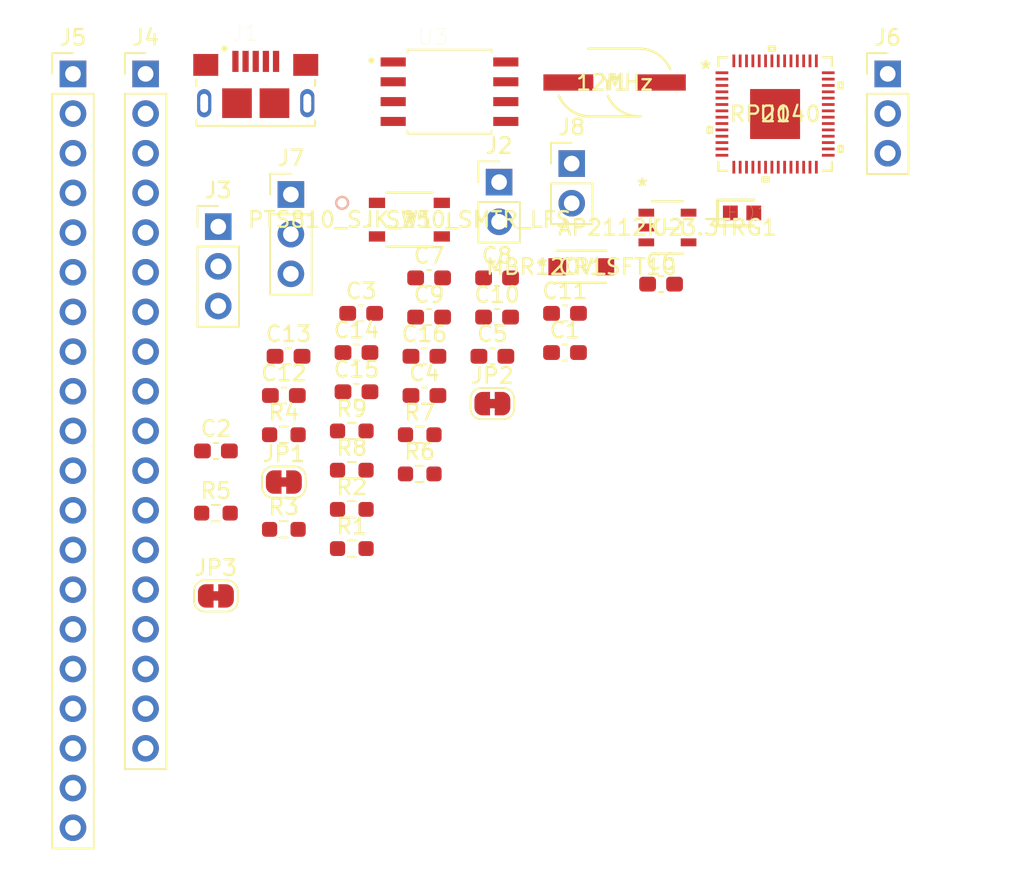
<source format=kicad_pcb>
(kicad_pcb (version 20171130) (host pcbnew "(5.1.10)-1")

  (general
    (thickness 1.6)
    (drawings 0)
    (tracks 0)
    (zones 0)
    (modules 43)
    (nets 90)
  )

  (page A4)
  (layers
    (0 F.Cu signal)
    (31 B.Cu signal)
    (32 B.Adhes user)
    (33 F.Adhes user)
    (34 B.Paste user)
    (35 F.Paste user)
    (36 B.SilkS user)
    (37 F.SilkS user)
    (38 B.Mask user)
    (39 F.Mask user)
    (40 Dwgs.User user)
    (41 Cmts.User user)
    (42 Eco1.User user)
    (43 Eco2.User user)
    (44 Edge.Cuts user)
    (45 Margin user)
    (46 B.CrtYd user)
    (47 F.CrtYd user)
    (48 B.Fab user)
    (49 F.Fab user)
  )

  (setup
    (last_trace_width 0.25)
    (trace_clearance 0.2)
    (zone_clearance 0.508)
    (zone_45_only no)
    (trace_min 0.2)
    (via_size 0.8)
    (via_drill 0.4)
    (via_min_size 0.4)
    (via_min_drill 0.3)
    (uvia_size 0.3)
    (uvia_drill 0.1)
    (uvias_allowed no)
    (uvia_min_size 0.2)
    (uvia_min_drill 0.1)
    (edge_width 0.05)
    (segment_width 0.2)
    (pcb_text_width 0.3)
    (pcb_text_size 1.5 1.5)
    (mod_edge_width 0.12)
    (mod_text_size 1 1)
    (mod_text_width 0.15)
    (pad_size 1.524 1.524)
    (pad_drill 0.762)
    (pad_to_mask_clearance 0)
    (aux_axis_origin 0 0)
    (visible_elements FFFFFF7F)
    (pcbplotparams
      (layerselection 0x010fc_ffffffff)
      (usegerberextensions false)
      (usegerberattributes true)
      (usegerberadvancedattributes true)
      (creategerberjobfile true)
      (excludeedgelayer true)
      (linewidth 0.100000)
      (plotframeref false)
      (viasonmask false)
      (mode 1)
      (useauxorigin false)
      (hpglpennumber 1)
      (hpglpenspeed 20)
      (hpglpendiameter 15.000000)
      (psnegative false)
      (psa4output false)
      (plotreference true)
      (plotvalue true)
      (plotinvisibletext false)
      (padsonsilk false)
      (subtractmaskfromsilk false)
      (outputformat 1)
      (mirror false)
      (drillshape 1)
      (scaleselection 1)
      (outputdirectory ""))
  )

  (net 0 "")
  (net 1 GND)
  (net 2 +3V3)
  (net 3 /VSYS)
  (net 4 /+1.1V)
  (net 5 /XIN)
  (net 6 "Net-(C15-Pad1)")
  (net 7 /VBUS)
  (net 8 "Net-(J1-Pad4)")
  (net 9 /USB_P)
  (net 10 /USB_N)
  (net 11 /RUN)
  (net 12 /SWDIO)
  (net 13 /SWCLK)
  (net 14 "Net-(J4-Pad18)")
  (net 15 "Net-(J4-Pad17)")
  (net 16 "Net-(J4-Pad15)")
  (net 17 "Net-(J4-Pad14)")
  (net 18 "Net-(J4-Pad13)")
  (net 19 "Net-(J4-Pad12)")
  (net 20 "Net-(J4-Pad10)")
  (net 21 "Net-(J4-Pad9)")
  (net 22 "Net-(J4-Pad8)")
  (net 23 "Net-(J4-Pad7)")
  (net 24 "Net-(J4-Pad5)")
  (net 25 "Net-(J4-Pad4)")
  (net 26 "Net-(J4-Pad3)")
  (net 27 "Net-(J4-Pad2)")
  (net 28 "Net-(J5-Pad20)")
  (net 29 "Net-(J5-Pad19)")
  (net 30 "Net-(J5-Pad17)")
  (net 31 "Net-(J5-Pad16)")
  (net 32 "Net-(J5-Pad15)")
  (net 33 "Net-(J5-Pad14)")
  (net 34 "Net-(J5-Pad12)")
  (net 35 "Net-(J5-Pad11)")
  (net 36 "Net-(J5-Pad10)")
  (net 37 "Net-(J5-Pad9)")
  (net 38 "Net-(J5-Pad8)")
  (net 39 "Net-(J5-Pad7)")
  (net 40 "Net-(J5-Pad6)")
  (net 41 "Net-(J5-Pad5)")
  (net 42 "Net-(J5-Pad4)")
  (net 43 "Net-(J5-Pad2)")
  (net 44 "Net-(J5-Pad1)")
  (net 45 /TARGET_SWDIO)
  (net 46 /TARGET_SWCLK)
  (net 47 "Net-(J8-Pad2)")
  (net 48 "Net-(J8-Pad1)")
  (net 49 /TARGET_TX)
  (net 50 /TARGET_RX)
  (net 51 "Net-(LED1-Pad2)")
  (net 52 /GPIO25)
  (net 53 "Net-(R3-Pad2)")
  (net 54 "Net-(R4-Pad2)")
  (net 55 "Net-(R5-Pad2)")
  (net 56 /XOUT)
  (net 57 /USB_BOOT)
  (net 58 /QSPI_CS)
  (net 59 /QSPI_SD1)
  (net 60 /QSPI_SD2)
  (net 61 /QSPI_SD0)
  (net 62 /QSPI_SCK)
  (net 63 /QSPI_SD3)
  (net 64 "Net-(U1-Pad41)")
  (net 65 "Net-(U1-Pad40)")
  (net 66 "Net-(U1-Pad39)")
  (net 67 "Net-(U1-Pad38)")
  (net 68 "Net-(U1-Pad36)")
  (net 69 "Net-(U1-Pad35)")
  (net 70 "Net-(U1-Pad34)")
  (net 71 "Net-(U1-Pad32)")
  (net 72 "Net-(U1-Pad31)")
  (net 73 "Net-(U1-Pad30)")
  (net 74 "Net-(U1-Pad29)")
  (net 75 "Net-(U1-Pad28)")
  (net 76 "Net-(U1-Pad27)")
  (net 77 "Net-(U1-Pad18)")
  (net 78 "Net-(U1-Pad17)")
  (net 79 "Net-(U1-Pad16)")
  (net 80 "Net-(U1-Pad15)")
  (net 81 "Net-(U1-Pad14)")
  (net 82 "Net-(U1-Pad13)")
  (net 83 "Net-(U1-Pad12)")
  (net 84 "Net-(U1-Pad11)")
  (net 85 "Net-(U1-Pad9)")
  (net 86 "Net-(U1-Pad8)")
  (net 87 "Net-(U1-Pad3)")
  (net 88 "Net-(U1-Pad2)")
  (net 89 "Net-(U2-Pad4)")

  (net_class Default "This is the default net class."
    (clearance 0.2)
    (trace_width 0.25)
    (via_dia 0.8)
    (via_drill 0.4)
    (uvia_dia 0.3)
    (uvia_drill 0.1)
    (add_net +3V3)
    (add_net /+1.1V)
    (add_net /GPIO25)
    (add_net /QSPI_CS)
    (add_net /QSPI_SCK)
    (add_net /QSPI_SD0)
    (add_net /QSPI_SD1)
    (add_net /QSPI_SD2)
    (add_net /QSPI_SD3)
    (add_net /RUN)
    (add_net /SWCLK)
    (add_net /SWDIO)
    (add_net /TARGET_RX)
    (add_net /TARGET_SWCLK)
    (add_net /TARGET_SWDIO)
    (add_net /TARGET_TX)
    (add_net /USB_BOOT)
    (add_net /USB_N)
    (add_net /USB_P)
    (add_net /VBUS)
    (add_net /VSYS)
    (add_net /XIN)
    (add_net /XOUT)
    (add_net GND)
    (add_net "Net-(C15-Pad1)")
    (add_net "Net-(J1-Pad4)")
    (add_net "Net-(J4-Pad10)")
    (add_net "Net-(J4-Pad12)")
    (add_net "Net-(J4-Pad13)")
    (add_net "Net-(J4-Pad14)")
    (add_net "Net-(J4-Pad15)")
    (add_net "Net-(J4-Pad17)")
    (add_net "Net-(J4-Pad18)")
    (add_net "Net-(J4-Pad2)")
    (add_net "Net-(J4-Pad3)")
    (add_net "Net-(J4-Pad4)")
    (add_net "Net-(J4-Pad5)")
    (add_net "Net-(J4-Pad7)")
    (add_net "Net-(J4-Pad8)")
    (add_net "Net-(J4-Pad9)")
    (add_net "Net-(J5-Pad1)")
    (add_net "Net-(J5-Pad10)")
    (add_net "Net-(J5-Pad11)")
    (add_net "Net-(J5-Pad12)")
    (add_net "Net-(J5-Pad14)")
    (add_net "Net-(J5-Pad15)")
    (add_net "Net-(J5-Pad16)")
    (add_net "Net-(J5-Pad17)")
    (add_net "Net-(J5-Pad19)")
    (add_net "Net-(J5-Pad2)")
    (add_net "Net-(J5-Pad20)")
    (add_net "Net-(J5-Pad4)")
    (add_net "Net-(J5-Pad5)")
    (add_net "Net-(J5-Pad6)")
    (add_net "Net-(J5-Pad7)")
    (add_net "Net-(J5-Pad8)")
    (add_net "Net-(J5-Pad9)")
    (add_net "Net-(J8-Pad1)")
    (add_net "Net-(J8-Pad2)")
    (add_net "Net-(LED1-Pad2)")
    (add_net "Net-(R3-Pad2)")
    (add_net "Net-(R4-Pad2)")
    (add_net "Net-(R5-Pad2)")
    (add_net "Net-(U1-Pad11)")
    (add_net "Net-(U1-Pad12)")
    (add_net "Net-(U1-Pad13)")
    (add_net "Net-(U1-Pad14)")
    (add_net "Net-(U1-Pad15)")
    (add_net "Net-(U1-Pad16)")
    (add_net "Net-(U1-Pad17)")
    (add_net "Net-(U1-Pad18)")
    (add_net "Net-(U1-Pad2)")
    (add_net "Net-(U1-Pad27)")
    (add_net "Net-(U1-Pad28)")
    (add_net "Net-(U1-Pad29)")
    (add_net "Net-(U1-Pad3)")
    (add_net "Net-(U1-Pad30)")
    (add_net "Net-(U1-Pad31)")
    (add_net "Net-(U1-Pad32)")
    (add_net "Net-(U1-Pad34)")
    (add_net "Net-(U1-Pad35)")
    (add_net "Net-(U1-Pad36)")
    (add_net "Net-(U1-Pad38)")
    (add_net "Net-(U1-Pad39)")
    (add_net "Net-(U1-Pad40)")
    (add_net "Net-(U1-Pad41)")
    (add_net "Net-(U1-Pad8)")
    (add_net "Net-(U1-Pad9)")
    (add_net "Net-(U2-Pad4)")
  )

  (module abls7m:ABLS7M2-16.000MHZ-D-2Y-T (layer F.Cu) (tedit 0) (tstamp 609E0949)
    (at 159.3845 71.6099)
    (path /60ACD381)
    (fp_text reference Y1 (at 0 0) (layer F.SilkS)
      (effects (font (size 1 1) (thickness 0.15)))
    )
    (fp_text value 12MHz (at 0 0) (layer F.SilkS)
      (effects (font (size 1 1) (thickness 0.15)))
    )
    (fp_arc (start 1.5621 0) (end 1.5621 2.1717) (angle 66.859787) (layer F.SilkS) (width 0.1524))
    (fp_arc (start -1.5621 0) (end -1.5621 2.1717) (angle 66.859756) (layer F.SilkS) (width 0.1524))
    (fp_arc (start 1.5621 0) (end 1.5621 -1.5367) (angle 180) (layer F.Fab) (width 0.1524))
    (fp_arc (start -1.5621 0) (end -1.5621 1.5367) (angle 180) (layer F.Fab) (width 0.1524))
    (fp_arc (start 1.5621 0) (end 1.5621 -2.1717) (angle 66.859787) (layer F.SilkS) (width 0.1524))
    (fp_arc (start -1.5621 0) (end -1.5621 2.1717) (angle 66.859787) (layer F.SilkS) (width 0.1524))
    (fp_arc (start 1.5621 0) (end 1.5621 -2.0447) (angle 180) (layer F.Fab) (width 0.1524))
    (fp_arc (start -1.5621 0) (end -1.5621 2.0447) (angle 180) (layer F.Fab) (width 0.1524))
    (fp_text user * (at 0 0) (layer F.Fab)
      (effects (font (size 1 1) (thickness 0.15)))
    )
    (fp_text user * (at 0 0) (layer F.SilkS)
      (effects (font (size 1 1) (thickness 0.15)))
    )
    (fp_text user "Copyright 2016 Accelerated Designs. All rights reserved." (at 0 0) (layer Cmts.User)
      (effects (font (size 0.127 0.127) (thickness 0.002)))
    )
    (fp_line (start -1.5621 -2.0447) (end 1.5621 -2.0447) (layer F.Fab) (width 0.1524))
    (fp_line (start 1.5621 2.0447) (end -1.5621 2.0447) (layer F.Fab) (width 0.1524))
    (fp_line (start -1.6891 -2.1717) (end 1.6891 -2.1717) (layer F.SilkS) (width 0.1524))
    (fp_line (start 1.6891 2.1717) (end -1.6891 2.1717) (layer F.SilkS) (width 0.1524))
    (fp_line (start -1.5621 -1.5367) (end 1.5621 -1.5367) (layer F.Fab) (width 0.1524))
    (fp_line (start 1.5621 1.5367) (end -1.5621 1.5367) (layer F.Fab) (width 0.1524))
    (fp_line (start -4.8133 2.2987) (end -4.8133 -2.2987) (layer F.CrtYd) (width 0.1524))
    (fp_line (start -4.8133 -2.2987) (end 4.8133 -2.2987) (layer F.CrtYd) (width 0.1524))
    (fp_line (start 4.8133 -2.2987) (end 4.8133 2.2987) (layer F.CrtYd) (width 0.1524))
    (fp_line (start 4.8133 2.2987) (end -4.8133 2.2987) (layer F.CrtYd) (width 0.1524))
    (fp_circle (center -3.9243 0) (end -3.9243 0) (layer F.Fab) (width 0.1524))
    (pad 2 smd rect (at 2.9591 0 90) (size 1.0414 3.2004) (layers F.Cu F.Paste F.Mask)
      (net 6 "Net-(C15-Pad1)"))
    (pad 1 smd rect (at -2.9591 0 90) (size 1.0414 3.2004) (layers F.Cu F.Paste F.Mask)
      (net 5 /XIN))
  )

  (module W25Q16JVSSIQ:SOIC127P790X216-8N (layer F.Cu) (tedit 609B4200) (tstamp 609E092D)
    (at 148.815 72.2)
    (path /609CEDA4)
    (fp_text reference U3 (at -1.05616 -3.50582) (layer F.SilkS)
      (effects (font (size 1.001087 1.001087) (thickness 0.015)))
    )
    (fp_text value W25Q16JVSSIQ (at 7.21091 3.507335) (layer F.Fab)
      (effects (font (size 1.00152 1.00152) (thickness 0.015)))
    )
    (fp_circle (center -5 -2) (end -4.9 -2) (layer F.SilkS) (width 0.2))
    (fp_circle (center -5 -2) (end -4.9 -2) (layer F.Fab) (width 0.2))
    (fp_line (start -2.69 -2.69) (end 2.69 -2.69) (layer F.Fab) (width 0.127))
    (fp_line (start -2.69 2.69) (end 2.69 2.69) (layer F.Fab) (width 0.127))
    (fp_line (start -2.69 -2.69) (end 2.69 -2.69) (layer F.SilkS) (width 0.127))
    (fp_line (start -2.69 2.69) (end 2.69 2.69) (layer F.SilkS) (width 0.127))
    (fp_line (start -2.69 -2.69) (end -2.69 2.69) (layer F.Fab) (width 0.127))
    (fp_line (start 2.69 -2.69) (end 2.69 2.69) (layer F.Fab) (width 0.127))
    (fp_line (start -4.66 -2.94) (end 4.66 -2.94) (layer F.CrtYd) (width 0.05))
    (fp_line (start -4.66 2.94) (end 4.66 2.94) (layer F.CrtYd) (width 0.05))
    (fp_line (start -4.66 -2.94) (end -4.66 2.94) (layer F.CrtYd) (width 0.05))
    (fp_line (start 4.66 -2.94) (end 4.66 2.94) (layer F.CrtYd) (width 0.05))
    (fp_line (start -2.69 -2.69) (end -2.69 -2.51) (layer F.SilkS) (width 0.127))
    (fp_line (start 2.69 -2.69) (end 2.69 -2.51) (layer F.SilkS) (width 0.127))
    (fp_line (start 2.69 2.51) (end 2.69 2.69) (layer F.SilkS) (width 0.127))
    (fp_line (start -2.69 2.51) (end -2.69 2.69) (layer F.SilkS) (width 0.127))
    (pad 8 smd rect (at 3.605 -1.905) (size 1.61 0.58) (layers F.Cu F.Paste F.Mask)
      (net 2 +3V3))
    (pad 7 smd rect (at 3.605 -0.635) (size 1.61 0.58) (layers F.Cu F.Paste F.Mask)
      (net 63 /QSPI_SD3))
    (pad 6 smd rect (at 3.605 0.635) (size 1.61 0.58) (layers F.Cu F.Paste F.Mask)
      (net 62 /QSPI_SCK))
    (pad 5 smd rect (at 3.605 1.905) (size 1.61 0.58) (layers F.Cu F.Paste F.Mask)
      (net 61 /QSPI_SD0))
    (pad 4 smd rect (at -3.605 1.905) (size 1.61 0.58) (layers F.Cu F.Paste F.Mask)
      (net 1 GND))
    (pad 3 smd rect (at -3.605 0.635) (size 1.61 0.58) (layers F.Cu F.Paste F.Mask)
      (net 60 /QSPI_SD2))
    (pad 2 smd rect (at -3.605 -0.635) (size 1.61 0.58) (layers F.Cu F.Paste F.Mask)
      (net 59 /QSPI_SD1))
    (pad 1 smd rect (at -3.605 -1.905) (size 1.61 0.58) (layers F.Cu F.Paste F.Mask)
      (net 58 /QSPI_CS))
  )

  (module ap2112:AP2112K-3.3TRG1 (layer F.Cu) (tedit 0) (tstamp 609E0911)
    (at 162.7678 80.8946)
    (path /609B379E)
    (fp_text reference U2 (at 0 0) (layer F.SilkS)
      (effects (font (size 1 1) (thickness 0.15)))
    )
    (fp_text value AP2112K-3.3TRG1 (at 0 0) (layer F.SilkS)
      (effects (font (size 1 1) (thickness 0.15)))
    )
    (fp_arc (start 0 -1.5494) (end 0.3048 -1.5494) (angle 180) (layer F.Fab) (width 0.1524))
    (fp_text user * (at -1.60655 -2.601) (layer F.SilkS)
      (effects (font (size 1 1) (thickness 0.15)))
    )
    (fp_text user * (at -0.5969 -1.5088) (layer F.Fab)
      (effects (font (size 1 1) (thickness 0.15)))
    )
    (fp_text user 0.04in/1.003mm (at -1.35255 3.9624) (layer Dwgs.User)
      (effects (font (size 1 1) (thickness 0.15)))
    )
    (fp_text user 0.106in/2.705mm (at 0 -3.9624) (layer Dwgs.User)
      (effects (font (size 1 1) (thickness 0.15)))
    )
    (fp_text user 0.02in/0.508mm (at 4.40055 -0.95) (layer Dwgs.User)
      (effects (font (size 1 1) (thickness 0.15)))
    )
    (fp_text user 0in/0mm (at -4.40055 0) (layer Dwgs.User)
      (effects (font (size 1 1) (thickness 0.15)))
    )
    (fp_text user * (at -0.5969 -1.5088) (layer F.Fab)
      (effects (font (size 1 1) (thickness 0.15)))
    )
    (fp_text user * (at -1.60655 -2.601) (layer F.SilkS)
      (effects (font (size 1 1) (thickness 0.15)))
    )
    (fp_text user "Copyright 2016 Accelerated Designs. All rights reserved." (at 0 0) (layer Cmts.User)
      (effects (font (size 0.127 0.127) (thickness 0.002)))
    )
    (fp_line (start -0.8509 -0.696) (end -0.8509 -1.204) (layer F.Fab) (width 0.1524))
    (fp_line (start -0.8509 -1.204) (end -1.4986 -1.204) (layer F.Fab) (width 0.1524))
    (fp_line (start -1.4986 -1.204) (end -1.4986 -0.696) (layer F.Fab) (width 0.1524))
    (fp_line (start -1.4986 -0.696) (end -0.8509 -0.696) (layer F.Fab) (width 0.1524))
    (fp_line (start -0.8509 0.254) (end -0.8509 -0.254) (layer F.Fab) (width 0.1524))
    (fp_line (start -0.8509 -0.254) (end -1.4986 -0.254) (layer F.Fab) (width 0.1524))
    (fp_line (start -1.4986 -0.254) (end -1.4986 0.254) (layer F.Fab) (width 0.1524))
    (fp_line (start -1.4986 0.254) (end -0.8509 0.254) (layer F.Fab) (width 0.1524))
    (fp_line (start -0.8509 1.204) (end -0.8509 0.696) (layer F.Fab) (width 0.1524))
    (fp_line (start -0.8509 0.696) (end -1.4986 0.696) (layer F.Fab) (width 0.1524))
    (fp_line (start -1.4986 0.696) (end -1.4986 1.204) (layer F.Fab) (width 0.1524))
    (fp_line (start -1.4986 1.204) (end -0.8509 1.204) (layer F.Fab) (width 0.1524))
    (fp_line (start 0.8509 0.696) (end 0.8509 1.204) (layer F.Fab) (width 0.1524))
    (fp_line (start 0.8509 1.204) (end 1.4986 1.204) (layer F.Fab) (width 0.1524))
    (fp_line (start 1.4986 1.204) (end 1.4986 0.696) (layer F.Fab) (width 0.1524))
    (fp_line (start 1.4986 0.696) (end 0.8509 0.696) (layer F.Fab) (width 0.1524))
    (fp_line (start 0.8509 -1.204) (end 0.8509 -0.696) (layer F.Fab) (width 0.1524))
    (fp_line (start 0.8509 -0.696) (end 1.4986 -0.696) (layer F.Fab) (width 0.1524))
    (fp_line (start 1.4986 -0.696) (end 1.4986 -1.204) (layer F.Fab) (width 0.1524))
    (fp_line (start 1.4986 -1.204) (end 0.8509 -1.204) (layer F.Fab) (width 0.1524))
    (fp_line (start -0.9779 1.6764) (end 0.9779 1.6764) (layer F.SilkS) (width 0.1524))
    (fp_line (start 0.9779 0.363261) (end 0.9779 -0.363261) (layer F.SilkS) (width 0.1524))
    (fp_line (start 0.9779 -1.6764) (end -0.9779 -1.6764) (layer F.SilkS) (width 0.1524))
    (fp_line (start -0.8509 1.5494) (end 0.8509 1.5494) (layer F.Fab) (width 0.1524))
    (fp_line (start 0.8509 1.5494) (end 0.8509 -1.5494) (layer F.Fab) (width 0.1524))
    (fp_line (start 0.8509 -1.5494) (end -0.8509 -1.5494) (layer F.Fab) (width 0.1524))
    (fp_line (start -0.8509 -1.5494) (end -0.8509 1.5494) (layer F.Fab) (width 0.1524))
    (fp_line (start -1.1049 1.8034) (end -1.1049 1.331) (layer F.CrtYd) (width 0.1524))
    (fp_line (start -1.1049 1.331) (end -2.0066 1.331) (layer F.CrtYd) (width 0.1524))
    (fp_line (start -2.0066 1.331) (end -2.0066 -1.331) (layer F.CrtYd) (width 0.1524))
    (fp_line (start -2.0066 -1.331) (end -1.1049 -1.331) (layer F.CrtYd) (width 0.1524))
    (fp_line (start -1.1049 -1.331) (end -1.1049 -1.8034) (layer F.CrtYd) (width 0.1524))
    (fp_line (start -1.1049 -1.8034) (end 1.1049 -1.8034) (layer F.CrtYd) (width 0.1524))
    (fp_line (start 1.1049 -1.8034) (end 1.1049 -1.331) (layer F.CrtYd) (width 0.1524))
    (fp_line (start 1.1049 -1.331) (end 2.0066 -1.331) (layer F.CrtYd) (width 0.1524))
    (fp_line (start 2.0066 -1.331) (end 2.0066 1.331) (layer F.CrtYd) (width 0.1524))
    (fp_line (start 2.0066 1.331) (end 1.1049 1.331) (layer F.CrtYd) (width 0.1524))
    (fp_line (start 1.1049 1.331) (end 1.1049 1.8034) (layer F.CrtYd) (width 0.1524))
    (fp_line (start 1.1049 1.8034) (end -1.1049 1.8034) (layer F.CrtYd) (width 0.1524))
    (pad 5 smd rect (at 1.35255 -0.950001) (size 1.0033 0.508) (layers F.Cu F.Paste F.Mask)
      (net 2 +3V3))
    (pad 4 smd rect (at 1.35255 0.950001) (size 1.0033 0.508) (layers F.Cu F.Paste F.Mask)
      (net 89 "Net-(U2-Pad4)"))
    (pad 3 smd rect (at -1.35255 0.950001) (size 1.0033 0.508) (layers F.Cu F.Paste F.Mask)
      (net 53 "Net-(R3-Pad2)"))
    (pad 2 smd rect (at -1.35255 0) (size 1.0033 0.508) (layers F.Cu F.Paste F.Mask)
      (net 1 GND))
    (pad 1 smd rect (at -1.35255 -0.950001) (size 1.0033 0.508) (layers F.Cu F.Paste F.Mask)
      (net 3 /VSYS))
  )

  (module rp2040:RP2040 (layer F.Cu) (tedit 0) (tstamp 609E08D7)
    (at 169.6592 73.6292)
    (path /609B1BD6)
    (fp_text reference U1 (at 0 0) (layer F.SilkS)
      (effects (font (size 1 1) (thickness 0.15)))
    )
    (fp_text value RP2040 (at 0 0) (layer F.SilkS)
      (effects (font (size 1 1) (thickness 0.15)))
    )
    (fp_text user * (at -2.9972 -2.8448) (layer F.Fab)
      (effects (font (size 1 1) (thickness 0.15)))
    )
    (fp_text user * (at -4.445 -2.8448) (layer F.SilkS)
      (effects (font (size 1 1) (thickness 0.15)))
    )
    (fp_text user 0.126in/3.2mm (at 4.6482 -0.635) (layer Dwgs.User)
      (effects (font (size 1 1) (thickness 0.15)))
    )
    (fp_text user 0.126in/3.2mm (at 0 4.6482) (layer Dwgs.User)
      (effects (font (size 1 1) (thickness 0.15)))
    )
    (fp_text user 0.268in/6.807mm (at 8.9916 0.635) (layer Dwgs.User)
      (effects (font (size 1 1) (thickness 0.15)))
    )
    (fp_text user 0.268in/6.807mm (at 0 8.9916) (layer Dwgs.User)
      (effects (font (size 1 1) (thickness 0.15)))
    )
    (fp_text user 0.007in/0.178mm (at -6.4516 3.4036) (layer Dwgs.User)
      (effects (font (size 1 1) (thickness 0.15)))
    )
    (fp_text user 0.032in/0.813mm (at -3.4036 -6.4516) (layer Dwgs.User)
      (effects (font (size 1 1) (thickness 0.15)))
    )
    (fp_text user 0.016in/0.406mm (at -5.4356 -2.4384) (layer Dwgs.User)
      (effects (font (size 1 1) (thickness 0.15)))
    )
    (fp_text user * (at -2.9972 -2.8448) (layer F.Fab)
      (effects (font (size 1 1) (thickness 0.15)))
    )
    (fp_text user * (at -4.445 -2.8448) (layer F.SilkS)
      (effects (font (size 1 1) (thickness 0.15)))
    )
    (fp_text user "Copyright 2016 Accelerated Designs. All rights reserved." (at 0 0) (layer Cmts.User)
      (effects (font (size 0.127 0.127) (thickness 0.002)))
    )
    (fp_line (start -3.5052 -2.2352) (end -2.2352 -3.5052) (layer F.Fab) (width 0.1524))
    (fp_line (start 2.5273 -3.5052) (end 2.7559 -3.5052) (layer F.Fab) (width 0.1524))
    (fp_line (start 2.7559 -3.5052) (end 2.7559 -3.5052) (layer F.Fab) (width 0.1524))
    (fp_line (start 2.7559 -3.5052) (end 2.5273 -3.5052) (layer F.Fab) (width 0.1524))
    (fp_line (start 2.5273 -3.5052) (end 2.5273 -3.5052) (layer F.Fab) (width 0.1524))
    (fp_line (start 2.1209 -3.5052) (end 2.3495 -3.5052) (layer F.Fab) (width 0.1524))
    (fp_line (start 2.3495 -3.5052) (end 2.3495 -3.5052) (layer F.Fab) (width 0.1524))
    (fp_line (start 2.3495 -3.5052) (end 2.1209 -3.5052) (layer F.Fab) (width 0.1524))
    (fp_line (start 2.1209 -3.5052) (end 2.1209 -3.5052) (layer F.Fab) (width 0.1524))
    (fp_line (start 1.7145 -3.5052) (end 1.9431 -3.5052) (layer F.Fab) (width 0.1524))
    (fp_line (start 1.9431 -3.5052) (end 1.9431 -3.5052) (layer F.Fab) (width 0.1524))
    (fp_line (start 1.9431 -3.5052) (end 1.7145 -3.5052) (layer F.Fab) (width 0.1524))
    (fp_line (start 1.7145 -3.5052) (end 1.7145 -3.5052) (layer F.Fab) (width 0.1524))
    (fp_line (start 1.3081 -3.5052) (end 1.5367 -3.5052) (layer F.Fab) (width 0.1524))
    (fp_line (start 1.5367 -3.5052) (end 1.5367 -3.5052) (layer F.Fab) (width 0.1524))
    (fp_line (start 1.5367 -3.5052) (end 1.3081 -3.5052) (layer F.Fab) (width 0.1524))
    (fp_line (start 1.3081 -3.5052) (end 1.3081 -3.5052) (layer F.Fab) (width 0.1524))
    (fp_line (start 0.9017 -3.5052) (end 1.1303 -3.5052) (layer F.Fab) (width 0.1524))
    (fp_line (start 1.1303 -3.5052) (end 1.1303 -3.5052) (layer F.Fab) (width 0.1524))
    (fp_line (start 1.1303 -3.5052) (end 0.9017 -3.5052) (layer F.Fab) (width 0.1524))
    (fp_line (start 0.9017 -3.5052) (end 0.9017 -3.5052) (layer F.Fab) (width 0.1524))
    (fp_line (start 0.4953 -3.5052) (end 0.7239 -3.5052) (layer F.Fab) (width 0.1524))
    (fp_line (start 0.7239 -3.5052) (end 0.7239 -3.5052) (layer F.Fab) (width 0.1524))
    (fp_line (start 0.7239 -3.5052) (end 0.4953 -3.5052) (layer F.Fab) (width 0.1524))
    (fp_line (start 0.4953 -3.5052) (end 0.4953 -3.5052) (layer F.Fab) (width 0.1524))
    (fp_line (start 0.0889 -3.5052) (end 0.3175 -3.5052) (layer F.Fab) (width 0.1524))
    (fp_line (start 0.3175 -3.5052) (end 0.3175 -3.5052) (layer F.Fab) (width 0.1524))
    (fp_line (start 0.3175 -3.5052) (end 0.0889 -3.5052) (layer F.Fab) (width 0.1524))
    (fp_line (start 0.0889 -3.5052) (end 0.0889 -3.5052) (layer F.Fab) (width 0.1524))
    (fp_line (start -0.3175 -3.5052) (end -0.0889 -3.5052) (layer F.Fab) (width 0.1524))
    (fp_line (start -0.0889 -3.5052) (end -0.0889 -3.5052) (layer F.Fab) (width 0.1524))
    (fp_line (start -0.0889 -3.5052) (end -0.3175 -3.5052) (layer F.Fab) (width 0.1524))
    (fp_line (start -0.3175 -3.5052) (end -0.3175 -3.5052) (layer F.Fab) (width 0.1524))
    (fp_line (start -0.7239 -3.5052) (end -0.4953 -3.5052) (layer F.Fab) (width 0.1524))
    (fp_line (start -0.4953 -3.5052) (end -0.4953 -3.5052) (layer F.Fab) (width 0.1524))
    (fp_line (start -0.4953 -3.5052) (end -0.7239 -3.5052) (layer F.Fab) (width 0.1524))
    (fp_line (start -0.7239 -3.5052) (end -0.7239 -3.5052) (layer F.Fab) (width 0.1524))
    (fp_line (start -1.1303 -3.5052) (end -0.9017 -3.5052) (layer F.Fab) (width 0.1524))
    (fp_line (start -0.9017 -3.5052) (end -0.9017 -3.5052) (layer F.Fab) (width 0.1524))
    (fp_line (start -0.9017 -3.5052) (end -1.1303 -3.5052) (layer F.Fab) (width 0.1524))
    (fp_line (start -1.1303 -3.5052) (end -1.1303 -3.5052) (layer F.Fab) (width 0.1524))
    (fp_line (start -1.5367 -3.5052) (end -1.3081 -3.5052) (layer F.Fab) (width 0.1524))
    (fp_line (start -1.3081 -3.5052) (end -1.3081 -3.5052) (layer F.Fab) (width 0.1524))
    (fp_line (start -1.3081 -3.5052) (end -1.5367 -3.5052) (layer F.Fab) (width 0.1524))
    (fp_line (start -1.5367 -3.5052) (end -1.5367 -3.5052) (layer F.Fab) (width 0.1524))
    (fp_line (start -1.9431 -3.5052) (end -1.7145 -3.5052) (layer F.Fab) (width 0.1524))
    (fp_line (start -1.7145 -3.5052) (end -1.7145 -3.5052) (layer F.Fab) (width 0.1524))
    (fp_line (start -1.7145 -3.5052) (end -1.9431 -3.5052) (layer F.Fab) (width 0.1524))
    (fp_line (start -1.9431 -3.5052) (end -1.9431 -3.5052) (layer F.Fab) (width 0.1524))
    (fp_line (start -2.3495 -3.5052) (end -2.1209 -3.5052) (layer F.Fab) (width 0.1524))
    (fp_line (start -2.1209 -3.5052) (end -2.1209 -3.5052) (layer F.Fab) (width 0.1524))
    (fp_line (start -2.1209 -3.5052) (end -2.3495 -3.5052) (layer F.Fab) (width 0.1524))
    (fp_line (start -2.3495 -3.5052) (end -2.3495 -3.5052) (layer F.Fab) (width 0.1524))
    (fp_line (start -2.7559 -3.5052) (end -2.5273 -3.5052) (layer F.Fab) (width 0.1524))
    (fp_line (start -2.5273 -3.5052) (end -2.5273 -3.5052) (layer F.Fab) (width 0.1524))
    (fp_line (start -2.5273 -3.5052) (end -2.7559 -3.5052) (layer F.Fab) (width 0.1524))
    (fp_line (start -2.7559 -3.5052) (end -2.7559 -3.5052) (layer F.Fab) (width 0.1524))
    (fp_line (start -3.5052 -2.5273) (end -3.5052 -2.7559) (layer F.Fab) (width 0.1524))
    (fp_line (start -3.5052 -2.7559) (end -3.5052 -2.7559) (layer F.Fab) (width 0.1524))
    (fp_line (start -3.5052 -2.7559) (end -3.5052 -2.5273) (layer F.Fab) (width 0.1524))
    (fp_line (start -3.5052 -2.5273) (end -3.5052 -2.5273) (layer F.Fab) (width 0.1524))
    (fp_line (start -3.5052 -2.1209) (end -3.5052 -2.3495) (layer F.Fab) (width 0.1524))
    (fp_line (start -3.5052 -2.3495) (end -3.5052 -2.3495) (layer F.Fab) (width 0.1524))
    (fp_line (start -3.5052 -2.3495) (end -3.5052 -2.1209) (layer F.Fab) (width 0.1524))
    (fp_line (start -3.5052 -2.1209) (end -3.5052 -2.1209) (layer F.Fab) (width 0.1524))
    (fp_line (start -3.5052 -1.7145) (end -3.5052 -1.9431) (layer F.Fab) (width 0.1524))
    (fp_line (start -3.5052 -1.9431) (end -3.5052 -1.9431) (layer F.Fab) (width 0.1524))
    (fp_line (start -3.5052 -1.9431) (end -3.5052 -1.7145) (layer F.Fab) (width 0.1524))
    (fp_line (start -3.5052 -1.7145) (end -3.5052 -1.7145) (layer F.Fab) (width 0.1524))
    (fp_line (start -3.5052 -1.3081) (end -3.5052 -1.5367) (layer F.Fab) (width 0.1524))
    (fp_line (start -3.5052 -1.5367) (end -3.5052 -1.5367) (layer F.Fab) (width 0.1524))
    (fp_line (start -3.5052 -1.5367) (end -3.5052 -1.3081) (layer F.Fab) (width 0.1524))
    (fp_line (start -3.5052 -1.3081) (end -3.5052 -1.3081) (layer F.Fab) (width 0.1524))
    (fp_line (start -3.5052 -0.9017) (end -3.5052 -1.1303) (layer F.Fab) (width 0.1524))
    (fp_line (start -3.5052 -1.1303) (end -3.5052 -1.1303) (layer F.Fab) (width 0.1524))
    (fp_line (start -3.5052 -1.1303) (end -3.5052 -0.9017) (layer F.Fab) (width 0.1524))
    (fp_line (start -3.5052 -0.9017) (end -3.5052 -0.9017) (layer F.Fab) (width 0.1524))
    (fp_line (start -3.5052 -0.4953) (end -3.5052 -0.7239) (layer F.Fab) (width 0.1524))
    (fp_line (start -3.5052 -0.7239) (end -3.5052 -0.7239) (layer F.Fab) (width 0.1524))
    (fp_line (start -3.5052 -0.7239) (end -3.5052 -0.4953) (layer F.Fab) (width 0.1524))
    (fp_line (start -3.5052 -0.4953) (end -3.5052 -0.4953) (layer F.Fab) (width 0.1524))
    (fp_line (start -3.5052 -0.0889) (end -3.5052 -0.3175) (layer F.Fab) (width 0.1524))
    (fp_line (start -3.5052 -0.3175) (end -3.5052 -0.3175) (layer F.Fab) (width 0.1524))
    (fp_line (start -3.5052 -0.3175) (end -3.5052 -0.0889) (layer F.Fab) (width 0.1524))
    (fp_line (start -3.5052 -0.0889) (end -3.5052 -0.0889) (layer F.Fab) (width 0.1524))
    (fp_line (start -3.5052 0.3175) (end -3.5052 0.0889) (layer F.Fab) (width 0.1524))
    (fp_line (start -3.5052 0.0889) (end -3.5052 0.0889) (layer F.Fab) (width 0.1524))
    (fp_line (start -3.5052 0.0889) (end -3.5052 0.3175) (layer F.Fab) (width 0.1524))
    (fp_line (start -3.5052 0.3175) (end -3.5052 0.3175) (layer F.Fab) (width 0.1524))
    (fp_line (start -3.5052 0.7239) (end -3.5052 0.4953) (layer F.Fab) (width 0.1524))
    (fp_line (start -3.5052 0.4953) (end -3.5052 0.4953) (layer F.Fab) (width 0.1524))
    (fp_line (start -3.5052 0.4953) (end -3.5052 0.7239) (layer F.Fab) (width 0.1524))
    (fp_line (start -3.5052 0.7239) (end -3.5052 0.7239) (layer F.Fab) (width 0.1524))
    (fp_line (start -3.5052 1.1303) (end -3.5052 0.9017) (layer F.Fab) (width 0.1524))
    (fp_line (start -3.5052 0.9017) (end -3.5052 0.9017) (layer F.Fab) (width 0.1524))
    (fp_line (start -3.5052 0.9017) (end -3.5052 1.1303) (layer F.Fab) (width 0.1524))
    (fp_line (start -3.5052 1.1303) (end -3.5052 1.1303) (layer F.Fab) (width 0.1524))
    (fp_line (start -3.5052 1.5367) (end -3.5052 1.3081) (layer F.Fab) (width 0.1524))
    (fp_line (start -3.5052 1.3081) (end -3.5052 1.3081) (layer F.Fab) (width 0.1524))
    (fp_line (start -3.5052 1.3081) (end -3.5052 1.5367) (layer F.Fab) (width 0.1524))
    (fp_line (start -3.5052 1.5367) (end -3.5052 1.5367) (layer F.Fab) (width 0.1524))
    (fp_line (start -3.5052 1.9431) (end -3.5052 1.7145) (layer F.Fab) (width 0.1524))
    (fp_line (start -3.5052 1.7145) (end -3.5052 1.7145) (layer F.Fab) (width 0.1524))
    (fp_line (start -3.5052 1.7145) (end -3.5052 1.9431) (layer F.Fab) (width 0.1524))
    (fp_line (start -3.5052 1.9431) (end -3.5052 1.9431) (layer F.Fab) (width 0.1524))
    (fp_line (start -3.5052 2.3495) (end -3.5052 2.1209) (layer F.Fab) (width 0.1524))
    (fp_line (start -3.5052 2.1209) (end -3.5052 2.1209) (layer F.Fab) (width 0.1524))
    (fp_line (start -3.5052 2.1209) (end -3.5052 2.3495) (layer F.Fab) (width 0.1524))
    (fp_line (start -3.5052 2.3495) (end -3.5052 2.3495) (layer F.Fab) (width 0.1524))
    (fp_line (start -3.5052 2.7559) (end -3.5052 2.5273) (layer F.Fab) (width 0.1524))
    (fp_line (start -3.5052 2.5273) (end -3.5052 2.5273) (layer F.Fab) (width 0.1524))
    (fp_line (start -3.5052 2.5273) (end -3.5052 2.7559) (layer F.Fab) (width 0.1524))
    (fp_line (start -3.5052 2.7559) (end -3.5052 2.7559) (layer F.Fab) (width 0.1524))
    (fp_line (start -2.5273 3.5052) (end -2.7559 3.5052) (layer F.Fab) (width 0.1524))
    (fp_line (start -2.7559 3.5052) (end -2.7559 3.5052) (layer F.Fab) (width 0.1524))
    (fp_line (start -2.7559 3.5052) (end -2.5273 3.5052) (layer F.Fab) (width 0.1524))
    (fp_line (start -2.5273 3.5052) (end -2.5273 3.5052) (layer F.Fab) (width 0.1524))
    (fp_line (start -2.1209 3.5052) (end -2.3495 3.5052) (layer F.Fab) (width 0.1524))
    (fp_line (start -2.3495 3.5052) (end -2.3495 3.5052) (layer F.Fab) (width 0.1524))
    (fp_line (start -2.3495 3.5052) (end -2.1209 3.5052) (layer F.Fab) (width 0.1524))
    (fp_line (start -2.1209 3.5052) (end -2.1209 3.5052) (layer F.Fab) (width 0.1524))
    (fp_line (start -1.7145 3.5052) (end -1.9431 3.5052) (layer F.Fab) (width 0.1524))
    (fp_line (start -1.9431 3.5052) (end -1.9431 3.5052) (layer F.Fab) (width 0.1524))
    (fp_line (start -1.9431 3.5052) (end -1.7145 3.5052) (layer F.Fab) (width 0.1524))
    (fp_line (start -1.7145 3.5052) (end -1.7145 3.5052) (layer F.Fab) (width 0.1524))
    (fp_line (start -1.3081 3.5052) (end -1.5367 3.5052) (layer F.Fab) (width 0.1524))
    (fp_line (start -1.5367 3.5052) (end -1.5367 3.5052) (layer F.Fab) (width 0.1524))
    (fp_line (start -1.5367 3.5052) (end -1.3081 3.5052) (layer F.Fab) (width 0.1524))
    (fp_line (start -1.3081 3.5052) (end -1.3081 3.5052) (layer F.Fab) (width 0.1524))
    (fp_line (start -0.9017 3.5052) (end -1.1303 3.5052) (layer F.Fab) (width 0.1524))
    (fp_line (start -1.1303 3.5052) (end -1.1303 3.5052) (layer F.Fab) (width 0.1524))
    (fp_line (start -1.1303 3.5052) (end -0.9017 3.5052) (layer F.Fab) (width 0.1524))
    (fp_line (start -0.9017 3.5052) (end -0.9017 3.5052) (layer F.Fab) (width 0.1524))
    (fp_line (start -0.4953 3.5052) (end -0.7239 3.5052) (layer F.Fab) (width 0.1524))
    (fp_line (start -0.7239 3.5052) (end -0.7239 3.5052) (layer F.Fab) (width 0.1524))
    (fp_line (start -0.7239 3.5052) (end -0.4953 3.5052) (layer F.Fab) (width 0.1524))
    (fp_line (start -0.4953 3.5052) (end -0.4953 3.5052) (layer F.Fab) (width 0.1524))
    (fp_line (start -0.0889 3.5052) (end -0.3175 3.5052) (layer F.Fab) (width 0.1524))
    (fp_line (start -0.3175 3.5052) (end -0.3175 3.5052) (layer F.Fab) (width 0.1524))
    (fp_line (start -0.3175 3.5052) (end -0.0889 3.5052) (layer F.Fab) (width 0.1524))
    (fp_line (start -0.0889 3.5052) (end -0.0889 3.5052) (layer F.Fab) (width 0.1524))
    (fp_line (start 0.3175 3.5052) (end 0.0889 3.5052) (layer F.Fab) (width 0.1524))
    (fp_line (start 0.0889 3.5052) (end 0.0889 3.5052) (layer F.Fab) (width 0.1524))
    (fp_line (start 0.0889 3.5052) (end 0.3175 3.5052) (layer F.Fab) (width 0.1524))
    (fp_line (start 0.3175 3.5052) (end 0.3175 3.5052) (layer F.Fab) (width 0.1524))
    (fp_line (start 0.7239 3.5052) (end 0.4953 3.5052) (layer F.Fab) (width 0.1524))
    (fp_line (start 0.4953 3.5052) (end 0.4953 3.5052) (layer F.Fab) (width 0.1524))
    (fp_line (start 0.4953 3.5052) (end 0.7239 3.5052) (layer F.Fab) (width 0.1524))
    (fp_line (start 0.7239 3.5052) (end 0.7239 3.5052) (layer F.Fab) (width 0.1524))
    (fp_line (start 1.1303 3.5052) (end 0.9017 3.5052) (layer F.Fab) (width 0.1524))
    (fp_line (start 0.9017 3.5052) (end 0.9017 3.5052) (layer F.Fab) (width 0.1524))
    (fp_line (start 0.9017 3.5052) (end 1.1303 3.5052) (layer F.Fab) (width 0.1524))
    (fp_line (start 1.1303 3.5052) (end 1.1303 3.5052) (layer F.Fab) (width 0.1524))
    (fp_line (start 1.5367 3.5052) (end 1.3081 3.5052) (layer F.Fab) (width 0.1524))
    (fp_line (start 1.3081 3.5052) (end 1.3081 3.5052) (layer F.Fab) (width 0.1524))
    (fp_line (start 1.3081 3.5052) (end 1.5367 3.5052) (layer F.Fab) (width 0.1524))
    (fp_line (start 1.5367 3.5052) (end 1.5367 3.5052) (layer F.Fab) (width 0.1524))
    (fp_line (start 1.9431 3.5052) (end 1.7145 3.5052) (layer F.Fab) (width 0.1524))
    (fp_line (start 1.7145 3.5052) (end 1.7145 3.5052) (layer F.Fab) (width 0.1524))
    (fp_line (start 1.7145 3.5052) (end 1.9431 3.5052) (layer F.Fab) (width 0.1524))
    (fp_line (start 1.9431 3.5052) (end 1.9431 3.5052) (layer F.Fab) (width 0.1524))
    (fp_line (start 2.3495 3.5052) (end 2.1209 3.5052) (layer F.Fab) (width 0.1524))
    (fp_line (start 2.1209 3.5052) (end 2.1209 3.5052) (layer F.Fab) (width 0.1524))
    (fp_line (start 2.1209 3.5052) (end 2.3495 3.5052) (layer F.Fab) (width 0.1524))
    (fp_line (start 2.3495 3.5052) (end 2.3495 3.5052) (layer F.Fab) (width 0.1524))
    (fp_line (start 2.7559 3.5052) (end 2.5273 3.5052) (layer F.Fab) (width 0.1524))
    (fp_line (start 2.5273 3.5052) (end 2.5273 3.5052) (layer F.Fab) (width 0.1524))
    (fp_line (start 2.5273 3.5052) (end 2.7559 3.5052) (layer F.Fab) (width 0.1524))
    (fp_line (start 2.7559 3.5052) (end 2.7559 3.5052) (layer F.Fab) (width 0.1524))
    (fp_line (start 3.5052 2.5273) (end 3.5052 2.7559) (layer F.Fab) (width 0.1524))
    (fp_line (start 3.5052 2.7559) (end 3.5052 2.7559) (layer F.Fab) (width 0.1524))
    (fp_line (start 3.5052 2.7559) (end 3.5052 2.5273) (layer F.Fab) (width 0.1524))
    (fp_line (start 3.5052 2.5273) (end 3.5052 2.5273) (layer F.Fab) (width 0.1524))
    (fp_line (start 3.5052 2.1209) (end 3.5052 2.3495) (layer F.Fab) (width 0.1524))
    (fp_line (start 3.5052 2.3495) (end 3.5052 2.3495) (layer F.Fab) (width 0.1524))
    (fp_line (start 3.5052 2.3495) (end 3.5052 2.1209) (layer F.Fab) (width 0.1524))
    (fp_line (start 3.5052 2.1209) (end 3.5052 2.1209) (layer F.Fab) (width 0.1524))
    (fp_line (start 3.5052 1.7145) (end 3.5052 1.9431) (layer F.Fab) (width 0.1524))
    (fp_line (start 3.5052 1.9431) (end 3.5052 1.9431) (layer F.Fab) (width 0.1524))
    (fp_line (start 3.5052 1.9431) (end 3.5052 1.7145) (layer F.Fab) (width 0.1524))
    (fp_line (start 3.5052 1.7145) (end 3.5052 1.7145) (layer F.Fab) (width 0.1524))
    (fp_line (start 3.5052 1.3081) (end 3.5052 1.5367) (layer F.Fab) (width 0.1524))
    (fp_line (start 3.5052 1.5367) (end 3.5052 1.5367) (layer F.Fab) (width 0.1524))
    (fp_line (start 3.5052 1.5367) (end 3.5052 1.3081) (layer F.Fab) (width 0.1524))
    (fp_line (start 3.5052 1.3081) (end 3.5052 1.3081) (layer F.Fab) (width 0.1524))
    (fp_line (start 3.5052 0.9017) (end 3.5052 1.1303) (layer F.Fab) (width 0.1524))
    (fp_line (start 3.5052 1.1303) (end 3.5052 1.1303) (layer F.Fab) (width 0.1524))
    (fp_line (start 3.5052 1.1303) (end 3.5052 0.9017) (layer F.Fab) (width 0.1524))
    (fp_line (start 3.5052 0.9017) (end 3.5052 0.9017) (layer F.Fab) (width 0.1524))
    (fp_line (start 3.5052 0.4953) (end 3.5052 0.7239) (layer F.Fab) (width 0.1524))
    (fp_line (start 3.5052 0.7239) (end 3.5052 0.7239) (layer F.Fab) (width 0.1524))
    (fp_line (start 3.5052 0.7239) (end 3.5052 0.4953) (layer F.Fab) (width 0.1524))
    (fp_line (start 3.5052 0.4953) (end 3.5052 0.4953) (layer F.Fab) (width 0.1524))
    (fp_line (start 3.5052 0.0889) (end 3.5052 0.3175) (layer F.Fab) (width 0.1524))
    (fp_line (start 3.5052 0.3175) (end 3.5052 0.3175) (layer F.Fab) (width 0.1524))
    (fp_line (start 3.5052 0.3175) (end 3.5052 0.0889) (layer F.Fab) (width 0.1524))
    (fp_line (start 3.5052 0.0889) (end 3.5052 0.0889) (layer F.Fab) (width 0.1524))
    (fp_line (start 3.5052 -0.3175) (end 3.5052 -0.0889) (layer F.Fab) (width 0.1524))
    (fp_line (start 3.5052 -0.0889) (end 3.5052 -0.0889) (layer F.Fab) (width 0.1524))
    (fp_line (start 3.5052 -0.0889) (end 3.5052 -0.3175) (layer F.Fab) (width 0.1524))
    (fp_line (start 3.5052 -0.3175) (end 3.5052 -0.3175) (layer F.Fab) (width 0.1524))
    (fp_line (start 3.5052 -0.7239) (end 3.5052 -0.4953) (layer F.Fab) (width 0.1524))
    (fp_line (start 3.5052 -0.4953) (end 3.5052 -0.4953) (layer F.Fab) (width 0.1524))
    (fp_line (start 3.5052 -0.4953) (end 3.5052 -0.7239) (layer F.Fab) (width 0.1524))
    (fp_line (start 3.5052 -0.7239) (end 3.5052 -0.7239) (layer F.Fab) (width 0.1524))
    (fp_line (start 3.5052 -1.1303) (end 3.5052 -0.9017) (layer F.Fab) (width 0.1524))
    (fp_line (start 3.5052 -0.9017) (end 3.5052 -0.9017) (layer F.Fab) (width 0.1524))
    (fp_line (start 3.5052 -0.9017) (end 3.5052 -1.1303) (layer F.Fab) (width 0.1524))
    (fp_line (start 3.5052 -1.1303) (end 3.5052 -1.1303) (layer F.Fab) (width 0.1524))
    (fp_line (start 3.5052 -1.5367) (end 3.5052 -1.3081) (layer F.Fab) (width 0.1524))
    (fp_line (start 3.5052 -1.3081) (end 3.5052 -1.3081) (layer F.Fab) (width 0.1524))
    (fp_line (start 3.5052 -1.3081) (end 3.5052 -1.5367) (layer F.Fab) (width 0.1524))
    (fp_line (start 3.5052 -1.5367) (end 3.5052 -1.5367) (layer F.Fab) (width 0.1524))
    (fp_line (start 3.5052 -1.9431) (end 3.5052 -1.7145) (layer F.Fab) (width 0.1524))
    (fp_line (start 3.5052 -1.7145) (end 3.5052 -1.7145) (layer F.Fab) (width 0.1524))
    (fp_line (start 3.5052 -1.7145) (end 3.5052 -1.9431) (layer F.Fab) (width 0.1524))
    (fp_line (start 3.5052 -1.9431) (end 3.5052 -1.9431) (layer F.Fab) (width 0.1524))
    (fp_line (start 3.5052 -2.3495) (end 3.5052 -2.1209) (layer F.Fab) (width 0.1524))
    (fp_line (start 3.5052 -2.1209) (end 3.5052 -2.1209) (layer F.Fab) (width 0.1524))
    (fp_line (start 3.5052 -2.1209) (end 3.5052 -2.3495) (layer F.Fab) (width 0.1524))
    (fp_line (start 3.5052 -2.3495) (end 3.5052 -2.3495) (layer F.Fab) (width 0.1524))
    (fp_line (start 3.5052 -2.7559) (end 3.5052 -2.5273) (layer F.Fab) (width 0.1524))
    (fp_line (start 3.5052 -2.5273) (end 3.5052 -2.5273) (layer F.Fab) (width 0.1524))
    (fp_line (start 3.5052 -2.5273) (end 3.5052 -2.7559) (layer F.Fab) (width 0.1524))
    (fp_line (start 3.5052 -2.7559) (end 3.5052 -2.7559) (layer F.Fab) (width 0.1524))
    (fp_line (start -3.6322 3.6322) (end -3.06324 3.6322) (layer F.SilkS) (width 0.1524))
    (fp_line (start 3.6322 3.6322) (end 3.6322 3.06324) (layer F.SilkS) (width 0.1524))
    (fp_line (start 3.6322 -3.6322) (end 3.06324 -3.6322) (layer F.SilkS) (width 0.1524))
    (fp_line (start -3.6322 -3.6322) (end -3.6322 -3.06324) (layer F.SilkS) (width 0.1524))
    (fp_line (start -3.6322 3.06324) (end -3.6322 3.6322) (layer F.SilkS) (width 0.1524))
    (fp_line (start -3.5052 3.5052) (end 3.5052 3.5052) (layer F.Fab) (width 0.1524))
    (fp_line (start 3.5052 3.5052) (end 3.5052 3.5052) (layer F.Fab) (width 0.1524))
    (fp_line (start 3.5052 3.5052) (end 3.5052 -3.5052) (layer F.Fab) (width 0.1524))
    (fp_line (start 3.5052 -3.5052) (end 3.5052 -3.5052) (layer F.Fab) (width 0.1524))
    (fp_line (start 3.5052 -3.5052) (end -3.5052 -3.5052) (layer F.Fab) (width 0.1524))
    (fp_line (start -3.5052 -3.5052) (end -3.5052 -3.5052) (layer F.Fab) (width 0.1524))
    (fp_line (start -3.5052 -3.5052) (end -3.5052 3.5052) (layer F.Fab) (width 0.1524))
    (fp_line (start -3.5052 3.5052) (end -3.5052 3.5052) (layer F.Fab) (width 0.1524))
    (fp_line (start 3.06324 3.6322) (end 3.6322 3.6322) (layer F.SilkS) (width 0.1524))
    (fp_line (start 3.6322 -3.06324) (end 3.6322 -3.6322) (layer F.SilkS) (width 0.1524))
    (fp_line (start -3.06324 -3.6322) (end -3.6322 -3.6322) (layer F.SilkS) (width 0.1524))
    (fp_line (start -4.318 0.8255) (end -4.318 1.2065) (layer F.SilkS) (width 0.1524))
    (fp_line (start -4.318 1.2065) (end -4.064 1.2065) (layer F.SilkS) (width 0.1524))
    (fp_line (start -4.064 1.2065) (end -4.064 0.8255) (layer F.SilkS) (width 0.1524))
    (fp_line (start -4.064 0.8255) (end -4.318 0.8255) (layer F.SilkS) (width 0.1524))
    (fp_line (start -0.8001 4.064) (end -0.8001 4.318) (layer F.SilkS) (width 0.1524))
    (fp_line (start -0.8001 4.318) (end -0.4191 4.318) (layer F.SilkS) (width 0.1524))
    (fp_line (start -0.4191 4.318) (end -0.4191 4.064) (layer F.SilkS) (width 0.1524))
    (fp_line (start -0.4191 4.064) (end -0.8001 4.064) (layer F.SilkS) (width 0.1524))
    (fp_line (start 4.318 2.0447) (end 4.318 2.4257) (layer F.SilkS) (width 0.1524))
    (fp_line (start 4.318 2.4257) (end 4.064 2.4257) (layer F.SilkS) (width 0.1524))
    (fp_line (start 4.064 2.4257) (end 4.064 2.0447) (layer F.SilkS) (width 0.1524))
    (fp_line (start 4.064 2.0447) (end 4.318 2.0447) (layer F.SilkS) (width 0.1524))
    (fp_line (start 4.318 -2.0193) (end 4.318 -1.6383) (layer F.SilkS) (width 0.1524))
    (fp_line (start 4.318 -1.6383) (end 4.064 -1.6383) (layer F.SilkS) (width 0.1524))
    (fp_line (start 4.064 -1.6383) (end 4.064 -2.0193) (layer F.SilkS) (width 0.1524))
    (fp_line (start 4.064 -2.0193) (end 4.318 -2.0193) (layer F.SilkS) (width 0.1524))
    (fp_line (start -0.3937 -4.064) (end -0.3937 -4.318) (layer F.SilkS) (width 0.1524))
    (fp_line (start -0.3937 -4.318) (end -0.0127 -4.318) (layer F.SilkS) (width 0.1524))
    (fp_line (start -0.0127 -4.318) (end -0.0127 -4.064) (layer F.SilkS) (width 0.1524))
    (fp_line (start -0.0127 -4.064) (end -0.3937 -4.064) (layer F.SilkS) (width 0.1524))
    (fp_line (start -1.5002 -1.5002) (end -1.5002 -0.1) (layer F.Paste) (width 0.1524))
    (fp_line (start -1.5002 -0.1) (end -0.1 -0.1) (layer F.Paste) (width 0.1524))
    (fp_line (start -0.1 -0.1) (end -0.1 -1.5002) (layer F.Paste) (width 0.1524))
    (fp_line (start -0.1 -1.5002) (end -1.5002 -1.5002) (layer F.Paste) (width 0.1524))
    (fp_line (start -1.5002 0.1) (end -1.5002 1.5002) (layer F.Paste) (width 0.1524))
    (fp_line (start -1.5002 1.5002) (end -0.1 1.5002) (layer F.Paste) (width 0.1524))
    (fp_line (start -0.1 1.5002) (end -0.1 0.1) (layer F.Paste) (width 0.1524))
    (fp_line (start -0.1 0.1) (end -1.5002 0.1) (layer F.Paste) (width 0.1524))
    (fp_line (start 0.1 -1.5002) (end 0.1 -0.1) (layer F.Paste) (width 0.1524))
    (fp_line (start 0.1 -0.1) (end 1.5002 -0.1) (layer F.Paste) (width 0.1524))
    (fp_line (start 1.5002 -0.1) (end 1.5002 -1.5002) (layer F.Paste) (width 0.1524))
    (fp_line (start 1.5002 -1.5002) (end 0.1 -1.5002) (layer F.Paste) (width 0.1524))
    (fp_line (start 0.1 0.1) (end 0.1 1.5002) (layer F.Paste) (width 0.1524))
    (fp_line (start 0.1 1.5002) (end 1.5002 1.5002) (layer F.Paste) (width 0.1524))
    (fp_line (start 1.5002 1.5002) (end 1.5002 0.1) (layer F.Paste) (width 0.1524))
    (fp_line (start 1.5002 0.1) (end 0.1 0.1) (layer F.Paste) (width 0.1524))
    (fp_line (start -3.7592 3.7592) (end -3.7592 2.9845) (layer F.CrtYd) (width 0.1524))
    (fp_line (start -3.7592 2.9845) (end -4.064 2.9845) (layer F.CrtYd) (width 0.1524))
    (fp_line (start -4.064 2.9845) (end -4.064 -2.9845) (layer F.CrtYd) (width 0.1524))
    (fp_line (start -4.064 -2.9845) (end -3.7592 -2.9845) (layer F.CrtYd) (width 0.1524))
    (fp_line (start -3.7592 -2.9845) (end -3.7592 -3.7592) (layer F.CrtYd) (width 0.1524))
    (fp_line (start -3.7592 -3.7592) (end -2.9845 -3.7592) (layer F.CrtYd) (width 0.1524))
    (fp_line (start -2.9845 -3.7592) (end -2.9845 -4.064) (layer F.CrtYd) (width 0.1524))
    (fp_line (start -2.9845 -4.064) (end 2.9845 -4.064) (layer F.CrtYd) (width 0.1524))
    (fp_line (start 2.9845 -4.064) (end 2.9845 -3.7592) (layer F.CrtYd) (width 0.1524))
    (fp_line (start 2.9845 -3.7592) (end 3.7592 -3.7592) (layer F.CrtYd) (width 0.1524))
    (fp_line (start 3.7592 -3.7592) (end 3.7592 -2.9845) (layer F.CrtYd) (width 0.1524))
    (fp_line (start 3.7592 -2.9845) (end 4.064 -2.9845) (layer F.CrtYd) (width 0.1524))
    (fp_line (start 4.064 -2.9845) (end 4.064 2.9845) (layer F.CrtYd) (width 0.1524))
    (fp_line (start 4.064 2.9845) (end 3.7592 2.9845) (layer F.CrtYd) (width 0.1524))
    (fp_line (start 3.7592 2.9845) (end 3.7592 3.7592) (layer F.CrtYd) (width 0.1524))
    (fp_line (start 3.7592 3.7592) (end 2.9845 3.7592) (layer F.CrtYd) (width 0.1524))
    (fp_line (start 2.9845 3.7592) (end 2.9845 4.064) (layer F.CrtYd) (width 0.1524))
    (fp_line (start 2.9845 4.064) (end -2.9845 4.064) (layer F.CrtYd) (width 0.1524))
    (fp_line (start -2.9845 4.064) (end -2.9845 3.7592) (layer F.CrtYd) (width 0.1524))
    (fp_line (start -2.9845 3.7592) (end -3.7592 3.7592) (layer F.CrtYd) (width 0.1524))
    (pad 57 smd rect (at 0 0) (size 3.2004 3.2004) (layers F.Cu F.Paste F.Mask)
      (net 1 GND))
    (pad 56 smd rect (at -2.6416 -3.4036) (size 0.1778 0.8128) (layers F.Cu F.Paste F.Mask)
      (net 58 /QSPI_CS))
    (pad 55 smd rect (at -2.2352 -3.4036) (size 0.1778 0.8128) (layers F.Cu F.Paste F.Mask)
      (net 59 /QSPI_SD1))
    (pad 54 smd rect (at -1.8288 -3.4036) (size 0.1778 0.8128) (layers F.Cu F.Paste F.Mask)
      (net 60 /QSPI_SD2))
    (pad 53 smd rect (at -1.4224 -3.4036) (size 0.1778 0.8128) (layers F.Cu F.Paste F.Mask)
      (net 61 /QSPI_SD0))
    (pad 52 smd rect (at -1.016 -3.4036) (size 0.1778 0.8128) (layers F.Cu F.Paste F.Mask)
      (net 62 /QSPI_SCK))
    (pad 51 smd rect (at -0.6096 -3.4036) (size 0.1778 0.8128) (layers F.Cu F.Paste F.Mask)
      (net 63 /QSPI_SD3))
    (pad 50 smd rect (at -0.2032 -3.4036) (size 0.1778 0.8128) (layers F.Cu F.Paste F.Mask)
      (net 4 /+1.1V))
    (pad 49 smd rect (at 0.2032 -3.4036) (size 0.1778 0.8128) (layers F.Cu F.Paste F.Mask)
      (net 2 +3V3))
    (pad 48 smd rect (at 0.6096 -3.4036) (size 0.1778 0.8128) (layers F.Cu F.Paste F.Mask)
      (net 2 +3V3))
    (pad 47 smd rect (at 1.016 -3.4036) (size 0.1778 0.8128) (layers F.Cu F.Paste F.Mask)
      (net 54 "Net-(R4-Pad2)"))
    (pad 46 smd rect (at 1.4224 -3.4036) (size 0.1778 0.8128) (layers F.Cu F.Paste F.Mask)
      (net 55 "Net-(R5-Pad2)"))
    (pad 45 smd rect (at 1.8288 -3.4036) (size 0.1778 0.8128) (layers F.Cu F.Paste F.Mask)
      (net 4 /+1.1V))
    (pad 44 smd rect (at 2.2352 -3.4036) (size 0.1778 0.8128) (layers F.Cu F.Paste F.Mask)
      (net 2 +3V3))
    (pad 43 smd rect (at 2.6416 -3.4036) (size 0.1778 0.8128) (layers F.Cu F.Paste F.Mask)
      (net 2 +3V3))
    (pad 42 smd rect (at 3.4036 -2.6416 90) (size 0.1778 0.8128) (layers F.Cu F.Paste F.Mask)
      (net 2 +3V3))
    (pad 41 smd rect (at 3.4036 -2.2352 90) (size 0.1778 0.8128) (layers F.Cu F.Paste F.Mask)
      (net 64 "Net-(U1-Pad41)"))
    (pad 40 smd rect (at 3.4036 -1.8288 90) (size 0.1778 0.8128) (layers F.Cu F.Paste F.Mask)
      (net 65 "Net-(U1-Pad40)"))
    (pad 39 smd rect (at 3.4036 -1.4224 90) (size 0.1778 0.8128) (layers F.Cu F.Paste F.Mask)
      (net 66 "Net-(U1-Pad39)"))
    (pad 38 smd rect (at 3.4036 -1.016 90) (size 0.1778 0.8128) (layers F.Cu F.Paste F.Mask)
      (net 67 "Net-(U1-Pad38)"))
    (pad 37 smd rect (at 3.4036 -0.6096 90) (size 0.1778 0.8128) (layers F.Cu F.Paste F.Mask)
      (net 52 /GPIO25))
    (pad 36 smd rect (at 3.4036 -0.2032 90) (size 0.1778 0.8128) (layers F.Cu F.Paste F.Mask)
      (net 68 "Net-(U1-Pad36)"))
    (pad 35 smd rect (at 3.4036 0.2032 90) (size 0.1778 0.8128) (layers F.Cu F.Paste F.Mask)
      (net 69 "Net-(U1-Pad35)"))
    (pad 34 smd rect (at 3.4036 0.6096 90) (size 0.1778 0.8128) (layers F.Cu F.Paste F.Mask)
      (net 70 "Net-(U1-Pad34)"))
    (pad 33 smd rect (at 3.4036 1.016 90) (size 0.1778 0.8128) (layers F.Cu F.Paste F.Mask)
      (net 2 +3V3))
    (pad 32 smd rect (at 3.4036 1.4224 90) (size 0.1778 0.8128) (layers F.Cu F.Paste F.Mask)
      (net 71 "Net-(U1-Pad32)"))
    (pad 31 smd rect (at 3.4036 1.8288 90) (size 0.1778 0.8128) (layers F.Cu F.Paste F.Mask)
      (net 72 "Net-(U1-Pad31)"))
    (pad 30 smd rect (at 3.4036 2.2352 90) (size 0.1778 0.8128) (layers F.Cu F.Paste F.Mask)
      (net 73 "Net-(U1-Pad30)"))
    (pad 29 smd rect (at 3.4036 2.6416 90) (size 0.1778 0.8128) (layers F.Cu F.Paste F.Mask)
      (net 74 "Net-(U1-Pad29)"))
    (pad 28 smd rect (at 2.6416 3.4036) (size 0.1778 0.8128) (layers F.Cu F.Paste F.Mask)
      (net 75 "Net-(U1-Pad28)"))
    (pad 27 smd rect (at 2.2352 3.4036) (size 0.1778 0.8128) (layers F.Cu F.Paste F.Mask)
      (net 76 "Net-(U1-Pad27)"))
    (pad 26 smd rect (at 1.8288 3.4036) (size 0.1778 0.8128) (layers F.Cu F.Paste F.Mask)
      (net 11 /RUN))
    (pad 25 smd rect (at 1.4224 3.4036) (size 0.1778 0.8128) (layers F.Cu F.Paste F.Mask)
      (net 12 /SWDIO))
    (pad 24 smd rect (at 1.016 3.4036) (size 0.1778 0.8128) (layers F.Cu F.Paste F.Mask)
      (net 13 /SWCLK))
    (pad 23 smd rect (at 0.6096 3.4036) (size 0.1778 0.8128) (layers F.Cu F.Paste F.Mask)
      (net 4 /+1.1V))
    (pad 22 smd rect (at 0.2032 3.4036) (size 0.1778 0.8128) (layers F.Cu F.Paste F.Mask)
      (net 2 +3V3))
    (pad 21 smd rect (at -0.2032 3.4036) (size 0.1778 0.8128) (layers F.Cu F.Paste F.Mask)
      (net 56 /XOUT))
    (pad 20 smd rect (at -0.6096 3.4036) (size 0.1778 0.8128) (layers F.Cu F.Paste F.Mask)
      (net 5 /XIN))
    (pad 19 smd rect (at -1.016 3.4036) (size 0.1778 0.8128) (layers F.Cu F.Paste F.Mask)
      (net 1 GND))
    (pad 18 smd rect (at -1.4224 3.4036) (size 0.1778 0.8128) (layers F.Cu F.Paste F.Mask)
      (net 77 "Net-(U1-Pad18)"))
    (pad 17 smd rect (at -1.8288 3.4036) (size 0.1778 0.8128) (layers F.Cu F.Paste F.Mask)
      (net 78 "Net-(U1-Pad17)"))
    (pad 16 smd rect (at -2.2352 3.4036) (size 0.1778 0.8128) (layers F.Cu F.Paste F.Mask)
      (net 79 "Net-(U1-Pad16)"))
    (pad 15 smd rect (at -2.6416 3.4036) (size 0.1778 0.8128) (layers F.Cu F.Paste F.Mask)
      (net 80 "Net-(U1-Pad15)"))
    (pad 14 smd rect (at -3.4036 2.6416 90) (size 0.1778 0.8128) (layers F.Cu F.Paste F.Mask)
      (net 81 "Net-(U1-Pad14)"))
    (pad 13 smd rect (at -3.4036 2.2352 90) (size 0.1778 0.8128) (layers F.Cu F.Paste F.Mask)
      (net 82 "Net-(U1-Pad13)"))
    (pad 12 smd rect (at -3.4036 1.8288 90) (size 0.1778 0.8128) (layers F.Cu F.Paste F.Mask)
      (net 83 "Net-(U1-Pad12)"))
    (pad 11 smd rect (at -3.4036 1.4224 90) (size 0.1778 0.8128) (layers F.Cu F.Paste F.Mask)
      (net 84 "Net-(U1-Pad11)"))
    (pad 10 smd rect (at -3.4036 1.016 90) (size 0.1778 0.8128) (layers F.Cu F.Paste F.Mask)
      (net 2 +3V3))
    (pad 9 smd rect (at -3.4036 0.6096 90) (size 0.1778 0.8128) (layers F.Cu F.Paste F.Mask)
      (net 85 "Net-(U1-Pad9)"))
    (pad 8 smd rect (at -3.4036 0.2032 90) (size 0.1778 0.8128) (layers F.Cu F.Paste F.Mask)
      (net 86 "Net-(U1-Pad8)"))
    (pad 7 smd rect (at -3.4036 -0.2032 90) (size 0.1778 0.8128) (layers F.Cu F.Paste F.Mask)
      (net 49 /TARGET_TX))
    (pad 6 smd rect (at -3.4036 -0.6096 90) (size 0.1778 0.8128) (layers F.Cu F.Paste F.Mask)
      (net 50 /TARGET_RX))
    (pad 5 smd rect (at -3.4036 -1.016 90) (size 0.1778 0.8128) (layers F.Cu F.Paste F.Mask)
      (net 45 /TARGET_SWDIO))
    (pad 4 smd rect (at -3.4036 -1.4224 90) (size 0.1778 0.8128) (layers F.Cu F.Paste F.Mask)
      (net 46 /TARGET_SWCLK))
    (pad 3 smd rect (at -3.4036 -1.8288 90) (size 0.1778 0.8128) (layers F.Cu F.Paste F.Mask)
      (net 87 "Net-(U1-Pad3)"))
    (pad 2 smd rect (at -3.4036 -2.2352 90) (size 0.1778 0.8128) (layers F.Cu F.Paste F.Mask)
      (net 88 "Net-(U1-Pad2)"))
    (pad 1 smd rect (at -3.4036 -2.6416 90) (size 0.1778 0.8128) (layers F.Cu F.Paste F.Mask)
      (net 2 +3V3))
  )

  (module "PTS810 SJK 250 SMTR LFS:PTS810 SJK 250 SMTR LFS" (layer F.Cu) (tedit 0) (tstamp 609E0765)
    (at 146.2475 80.3922)
    (path /609CD6C8)
    (fp_text reference SW1 (at 0 0) (layer F.SilkS)
      (effects (font (size 1 1) (thickness 0.15)))
    )
    (fp_text value PTS810_SJK_250_SMTR_LFS (at 0 0) (layer F.SilkS)
      (effects (font (size 1 1) (thickness 0.15)))
    )
    (fp_text user * (at 0 0) (layer F.Fab)
      (effects (font (size 1 1) (thickness 0.15)))
    )
    (fp_text user * (at 0 0) (layer F.SilkS)
      (effects (font (size 1 1) (thickness 0.15)))
    )
    (fp_text user "Copyright 2016 Accelerated Designs. All rights reserved." (at 0 0) (layer Cmts.User)
      (effects (font (size 0.127 0.127) (thickness 0.002)))
    )
    (fp_line (start -1.470447 1.7272) (end 1.470447 1.7272) (layer F.SilkS) (width 0.1524))
    (fp_line (start 2.5273 0.412059) (end 2.5273 -0.412059) (layer F.SilkS) (width 0.1524))
    (fp_line (start 1.470447 -1.7272) (end -1.470447 -1.7272) (layer F.SilkS) (width 0.1524))
    (fp_line (start -2.5273 -0.412059) (end -2.5273 0.412059) (layer F.SilkS) (width 0.1524))
    (fp_line (start -2.4003 1.6002) (end 2.4003 1.6002) (layer F.Fab) (width 0.1524))
    (fp_line (start 2.4003 1.6002) (end 2.4003 -1.6002) (layer F.Fab) (width 0.1524))
    (fp_line (start 2.4003 -1.6002) (end -2.4003 -1.6002) (layer F.Fab) (width 0.1524))
    (fp_line (start -2.4003 -1.6002) (end -2.4003 1.6002) (layer F.Fab) (width 0.1524))
    (fp_line (start -2.8497 -1.8542) (end -2.8497 1.8542) (layer F.CrtYd) (width 0.1524))
    (fp_line (start -2.8497 1.8542) (end 2.8497 1.8542) (layer F.CrtYd) (width 0.1524))
    (fp_line (start 2.8497 1.8542) (end 2.8497 -1.8542) (layer F.CrtYd) (width 0.1524))
    (fp_line (start 2.8497 -1.8542) (end -2.8497 -1.8542) (layer F.CrtYd) (width 0.1524))
    (fp_circle (center -2.075 -2.98) (end -1.694 -2.98) (layer F.Fab) (width 0.1524))
    (fp_circle (center -4.3053 -1.075) (end -3.9243 -1.075) (layer F.SilkS) (width 0.1524))
    (fp_circle (center -4.3053 -1.075) (end -3.9243 -1.075) (layer B.SilkS) (width 0.1524))
    (pad 4 smd rect (at 2.075 1.074999) (size 1.0414 0.6604) (layers F.Cu F.Paste F.Mask)
      (net 1 GND))
    (pad 3 smd rect (at -2.075 1.074999) (size 1.0414 0.6604) (layers F.Cu F.Paste F.Mask)
      (net 1 GND))
    (pad 2 smd rect (at 2.075 -1.074999) (size 1.0414 0.6604) (layers F.Cu F.Paste F.Mask)
      (net 57 /USB_BOOT))
    (pad 1 smd rect (at -2.075 -1.074999) (size 1.0414 0.6604) (layers F.Cu F.Paste F.Mask)
      (net 57 /USB_BOOT))
  )

  (module Resistor_SMD:R_0603_1608Metric_Pad0.98x0.95mm_HandSolder (layer F.Cu) (tedit 5F68FEEE) (tstamp 609E074B)
    (at 142.56 93.92)
    (descr "Resistor SMD 0603 (1608 Metric), square (rectangular) end terminal, IPC_7351 nominal with elongated pad for handsoldering. (Body size source: IPC-SM-782 page 72, https://www.pcb-3d.com/wordpress/wp-content/uploads/ipc-sm-782a_amendment_1_and_2.pdf), generated with kicad-footprint-generator")
    (tags "resistor handsolder")
    (path /60B2CD0B)
    (attr smd)
    (fp_text reference R9 (at 0 -1.43) (layer F.SilkS)
      (effects (font (size 1 1) (thickness 0.15)))
    )
    (fp_text value 10K (at 0 1.43) (layer F.Fab)
      (effects (font (size 1 1) (thickness 0.15)))
    )
    (fp_text user %R (at 0 0) (layer F.Fab)
      (effects (font (size 0.4 0.4) (thickness 0.06)))
    )
    (fp_line (start -0.8 0.4125) (end -0.8 -0.4125) (layer F.Fab) (width 0.1))
    (fp_line (start -0.8 -0.4125) (end 0.8 -0.4125) (layer F.Fab) (width 0.1))
    (fp_line (start 0.8 -0.4125) (end 0.8 0.4125) (layer F.Fab) (width 0.1))
    (fp_line (start 0.8 0.4125) (end -0.8 0.4125) (layer F.Fab) (width 0.1))
    (fp_line (start -0.254724 -0.5225) (end 0.254724 -0.5225) (layer F.SilkS) (width 0.12))
    (fp_line (start -0.254724 0.5225) (end 0.254724 0.5225) (layer F.SilkS) (width 0.12))
    (fp_line (start -1.65 0.73) (end -1.65 -0.73) (layer F.CrtYd) (width 0.05))
    (fp_line (start -1.65 -0.73) (end 1.65 -0.73) (layer F.CrtYd) (width 0.05))
    (fp_line (start 1.65 -0.73) (end 1.65 0.73) (layer F.CrtYd) (width 0.05))
    (fp_line (start 1.65 0.73) (end -1.65 0.73) (layer F.CrtYd) (width 0.05))
    (pad 2 smd roundrect (at 0.9125 0) (size 0.975 0.95) (layers F.Cu F.Paste F.Mask) (roundrect_rratio 0.25)
      (net 58 /QSPI_CS))
    (pad 1 smd roundrect (at -0.9125 0) (size 0.975 0.95) (layers F.Cu F.Paste F.Mask) (roundrect_rratio 0.25)
      (net 2 +3V3))
    (model ${KISYS3DMOD}/Resistor_SMD.3dshapes/R_0603_1608Metric.wrl
      (at (xyz 0 0 0))
      (scale (xyz 1 1 1))
      (rotate (xyz 0 0 0))
    )
  )

  (module Resistor_SMD:R_0603_1608Metric_Pad0.98x0.95mm_HandSolder (layer F.Cu) (tedit 5F68FEEE) (tstamp 609E073A)
    (at 142.56 96.43)
    (descr "Resistor SMD 0603 (1608 Metric), square (rectangular) end terminal, IPC_7351 nominal with elongated pad for handsoldering. (Body size source: IPC-SM-782 page 72, https://www.pcb-3d.com/wordpress/wp-content/uploads/ipc-sm-782a_amendment_1_and_2.pdf), generated with kicad-footprint-generator")
    (tags "resistor handsolder")
    (path /60B2D6B6)
    (attr smd)
    (fp_text reference R8 (at 0 -1.43) (layer F.SilkS)
      (effects (font (size 1 1) (thickness 0.15)))
    )
    (fp_text value 1K (at 0 1.43) (layer F.Fab)
      (effects (font (size 1 1) (thickness 0.15)))
    )
    (fp_text user %R (at 0 0) (layer F.Fab)
      (effects (font (size 0.4 0.4) (thickness 0.06)))
    )
    (fp_line (start -0.8 0.4125) (end -0.8 -0.4125) (layer F.Fab) (width 0.1))
    (fp_line (start -0.8 -0.4125) (end 0.8 -0.4125) (layer F.Fab) (width 0.1))
    (fp_line (start 0.8 -0.4125) (end 0.8 0.4125) (layer F.Fab) (width 0.1))
    (fp_line (start 0.8 0.4125) (end -0.8 0.4125) (layer F.Fab) (width 0.1))
    (fp_line (start -0.254724 -0.5225) (end 0.254724 -0.5225) (layer F.SilkS) (width 0.12))
    (fp_line (start -0.254724 0.5225) (end 0.254724 0.5225) (layer F.SilkS) (width 0.12))
    (fp_line (start -1.65 0.73) (end -1.65 -0.73) (layer F.CrtYd) (width 0.05))
    (fp_line (start -1.65 -0.73) (end 1.65 -0.73) (layer F.CrtYd) (width 0.05))
    (fp_line (start 1.65 -0.73) (end 1.65 0.73) (layer F.CrtYd) (width 0.05))
    (fp_line (start 1.65 0.73) (end -1.65 0.73) (layer F.CrtYd) (width 0.05))
    (pad 2 smd roundrect (at 0.9125 0) (size 0.975 0.95) (layers F.Cu F.Paste F.Mask) (roundrect_rratio 0.25)
      (net 57 /USB_BOOT))
    (pad 1 smd roundrect (at -0.9125 0) (size 0.975 0.95) (layers F.Cu F.Paste F.Mask) (roundrect_rratio 0.25)
      (net 58 /QSPI_CS))
    (model ${KISYS3DMOD}/Resistor_SMD.3dshapes/R_0603_1608Metric.wrl
      (at (xyz 0 0 0))
      (scale (xyz 1 1 1))
      (rotate (xyz 0 0 0))
    )
  )

  (module Resistor_SMD:R_0603_1608Metric_Pad0.98x0.95mm_HandSolder (layer F.Cu) (tedit 5F68FEEE) (tstamp 609E0729)
    (at 146.91 94.16)
    (descr "Resistor SMD 0603 (1608 Metric), square (rectangular) end terminal, IPC_7351 nominal with elongated pad for handsoldering. (Body size source: IPC-SM-782 page 72, https://www.pcb-3d.com/wordpress/wp-content/uploads/ipc-sm-782a_amendment_1_and_2.pdf), generated with kicad-footprint-generator")
    (tags "resistor handsolder")
    (path /60AD3600)
    (attr smd)
    (fp_text reference R7 (at 0 -1.43) (layer F.SilkS)
      (effects (font (size 1 1) (thickness 0.15)))
    )
    (fp_text value 1K (at 0 1.43) (layer F.Fab)
      (effects (font (size 1 1) (thickness 0.15)))
    )
    (fp_text user %R (at 0 0) (layer F.Fab)
      (effects (font (size 0.4 0.4) (thickness 0.06)))
    )
    (fp_line (start -0.8 0.4125) (end -0.8 -0.4125) (layer F.Fab) (width 0.1))
    (fp_line (start -0.8 -0.4125) (end 0.8 -0.4125) (layer F.Fab) (width 0.1))
    (fp_line (start 0.8 -0.4125) (end 0.8 0.4125) (layer F.Fab) (width 0.1))
    (fp_line (start 0.8 0.4125) (end -0.8 0.4125) (layer F.Fab) (width 0.1))
    (fp_line (start -0.254724 -0.5225) (end 0.254724 -0.5225) (layer F.SilkS) (width 0.12))
    (fp_line (start -0.254724 0.5225) (end 0.254724 0.5225) (layer F.SilkS) (width 0.12))
    (fp_line (start -1.65 0.73) (end -1.65 -0.73) (layer F.CrtYd) (width 0.05))
    (fp_line (start -1.65 -0.73) (end 1.65 -0.73) (layer F.CrtYd) (width 0.05))
    (fp_line (start 1.65 -0.73) (end 1.65 0.73) (layer F.CrtYd) (width 0.05))
    (fp_line (start 1.65 0.73) (end -1.65 0.73) (layer F.CrtYd) (width 0.05))
    (pad 2 smd roundrect (at 0.9125 0) (size 0.975 0.95) (layers F.Cu F.Paste F.Mask) (roundrect_rratio 0.25)
      (net 6 "Net-(C15-Pad1)"))
    (pad 1 smd roundrect (at -0.9125 0) (size 0.975 0.95) (layers F.Cu F.Paste F.Mask) (roundrect_rratio 0.25)
      (net 56 /XOUT))
    (model ${KISYS3DMOD}/Resistor_SMD.3dshapes/R_0603_1608Metric.wrl
      (at (xyz 0 0 0))
      (scale (xyz 1 1 1))
      (rotate (xyz 0 0 0))
    )
  )

  (module Resistor_SMD:R_0603_1608Metric_Pad0.98x0.95mm_HandSolder (layer F.Cu) (tedit 5F68FEEE) (tstamp 609E0718)
    (at 146.91 96.67)
    (descr "Resistor SMD 0603 (1608 Metric), square (rectangular) end terminal, IPC_7351 nominal with elongated pad for handsoldering. (Body size source: IPC-SM-782 page 72, https://www.pcb-3d.com/wordpress/wp-content/uploads/ipc-sm-782a_amendment_1_and_2.pdf), generated with kicad-footprint-generator")
    (tags "resistor handsolder")
    (path /60AD433B)
    (attr smd)
    (fp_text reference R6 (at 0 -1.43) (layer F.SilkS)
      (effects (font (size 1 1) (thickness 0.15)))
    )
    (fp_text value DNP (at 0 1.43) (layer F.Fab)
      (effects (font (size 1 1) (thickness 0.15)))
    )
    (fp_text user %R (at 0 0) (layer F.Fab)
      (effects (font (size 0.4 0.4) (thickness 0.06)))
    )
    (fp_line (start -0.8 0.4125) (end -0.8 -0.4125) (layer F.Fab) (width 0.1))
    (fp_line (start -0.8 -0.4125) (end 0.8 -0.4125) (layer F.Fab) (width 0.1))
    (fp_line (start 0.8 -0.4125) (end 0.8 0.4125) (layer F.Fab) (width 0.1))
    (fp_line (start 0.8 0.4125) (end -0.8 0.4125) (layer F.Fab) (width 0.1))
    (fp_line (start -0.254724 -0.5225) (end 0.254724 -0.5225) (layer F.SilkS) (width 0.12))
    (fp_line (start -0.254724 0.5225) (end 0.254724 0.5225) (layer F.SilkS) (width 0.12))
    (fp_line (start -1.65 0.73) (end -1.65 -0.73) (layer F.CrtYd) (width 0.05))
    (fp_line (start -1.65 -0.73) (end 1.65 -0.73) (layer F.CrtYd) (width 0.05))
    (fp_line (start 1.65 -0.73) (end 1.65 0.73) (layer F.CrtYd) (width 0.05))
    (fp_line (start 1.65 0.73) (end -1.65 0.73) (layer F.CrtYd) (width 0.05))
    (pad 2 smd roundrect (at 0.9125 0) (size 0.975 0.95) (layers F.Cu F.Paste F.Mask) (roundrect_rratio 0.25)
      (net 5 /XIN))
    (pad 1 smd roundrect (at -0.9125 0) (size 0.975 0.95) (layers F.Cu F.Paste F.Mask) (roundrect_rratio 0.25)
      (net 56 /XOUT))
    (model ${KISYS3DMOD}/Resistor_SMD.3dshapes/R_0603_1608Metric.wrl
      (at (xyz 0 0 0))
      (scale (xyz 1 1 1))
      (rotate (xyz 0 0 0))
    )
  )

  (module Resistor_SMD:R_0603_1608Metric_Pad0.98x0.95mm_HandSolder (layer F.Cu) (tedit 5F68FEEE) (tstamp 609E0707)
    (at 133.86 99.18)
    (descr "Resistor SMD 0603 (1608 Metric), square (rectangular) end terminal, IPC_7351 nominal with elongated pad for handsoldering. (Body size source: IPC-SM-782 page 72, https://www.pcb-3d.com/wordpress/wp-content/uploads/ipc-sm-782a_amendment_1_and_2.pdf), generated with kicad-footprint-generator")
    (tags "resistor handsolder")
    (path /60A1516F)
    (attr smd)
    (fp_text reference R5 (at 0 -1.43) (layer F.SilkS)
      (effects (font (size 1 1) (thickness 0.15)))
    )
    (fp_text value 27 (at 0 1.43) (layer F.Fab)
      (effects (font (size 1 1) (thickness 0.15)))
    )
    (fp_text user %R (at 0 0) (layer F.Fab)
      (effects (font (size 0.4 0.4) (thickness 0.06)))
    )
    (fp_line (start -0.8 0.4125) (end -0.8 -0.4125) (layer F.Fab) (width 0.1))
    (fp_line (start -0.8 -0.4125) (end 0.8 -0.4125) (layer F.Fab) (width 0.1))
    (fp_line (start 0.8 -0.4125) (end 0.8 0.4125) (layer F.Fab) (width 0.1))
    (fp_line (start 0.8 0.4125) (end -0.8 0.4125) (layer F.Fab) (width 0.1))
    (fp_line (start -0.254724 -0.5225) (end 0.254724 -0.5225) (layer F.SilkS) (width 0.12))
    (fp_line (start -0.254724 0.5225) (end 0.254724 0.5225) (layer F.SilkS) (width 0.12))
    (fp_line (start -1.65 0.73) (end -1.65 -0.73) (layer F.CrtYd) (width 0.05))
    (fp_line (start -1.65 -0.73) (end 1.65 -0.73) (layer F.CrtYd) (width 0.05))
    (fp_line (start 1.65 -0.73) (end 1.65 0.73) (layer F.CrtYd) (width 0.05))
    (fp_line (start 1.65 0.73) (end -1.65 0.73) (layer F.CrtYd) (width 0.05))
    (pad 2 smd roundrect (at 0.9125 0) (size 0.975 0.95) (layers F.Cu F.Paste F.Mask) (roundrect_rratio 0.25)
      (net 55 "Net-(R5-Pad2)"))
    (pad 1 smd roundrect (at -0.9125 0) (size 0.975 0.95) (layers F.Cu F.Paste F.Mask) (roundrect_rratio 0.25)
      (net 10 /USB_N))
    (model ${KISYS3DMOD}/Resistor_SMD.3dshapes/R_0603_1608Metric.wrl
      (at (xyz 0 0 0))
      (scale (xyz 1 1 1))
      (rotate (xyz 0 0 0))
    )
  )

  (module Resistor_SMD:R_0603_1608Metric_Pad0.98x0.95mm_HandSolder (layer F.Cu) (tedit 5F68FEEE) (tstamp 609E06F6)
    (at 138.21 94.16)
    (descr "Resistor SMD 0603 (1608 Metric), square (rectangular) end terminal, IPC_7351 nominal with elongated pad for handsoldering. (Body size source: IPC-SM-782 page 72, https://www.pcb-3d.com/wordpress/wp-content/uploads/ipc-sm-782a_amendment_1_and_2.pdf), generated with kicad-footprint-generator")
    (tags "resistor handsolder")
    (path /60A163A1)
    (attr smd)
    (fp_text reference R4 (at 0 -1.43) (layer F.SilkS)
      (effects (font (size 1 1) (thickness 0.15)))
    )
    (fp_text value 27 (at 0 1.43) (layer F.Fab)
      (effects (font (size 1 1) (thickness 0.15)))
    )
    (fp_text user %R (at 0 0) (layer F.Fab)
      (effects (font (size 0.4 0.4) (thickness 0.06)))
    )
    (fp_line (start -0.8 0.4125) (end -0.8 -0.4125) (layer F.Fab) (width 0.1))
    (fp_line (start -0.8 -0.4125) (end 0.8 -0.4125) (layer F.Fab) (width 0.1))
    (fp_line (start 0.8 -0.4125) (end 0.8 0.4125) (layer F.Fab) (width 0.1))
    (fp_line (start 0.8 0.4125) (end -0.8 0.4125) (layer F.Fab) (width 0.1))
    (fp_line (start -0.254724 -0.5225) (end 0.254724 -0.5225) (layer F.SilkS) (width 0.12))
    (fp_line (start -0.254724 0.5225) (end 0.254724 0.5225) (layer F.SilkS) (width 0.12))
    (fp_line (start -1.65 0.73) (end -1.65 -0.73) (layer F.CrtYd) (width 0.05))
    (fp_line (start -1.65 -0.73) (end 1.65 -0.73) (layer F.CrtYd) (width 0.05))
    (fp_line (start 1.65 -0.73) (end 1.65 0.73) (layer F.CrtYd) (width 0.05))
    (fp_line (start 1.65 0.73) (end -1.65 0.73) (layer F.CrtYd) (width 0.05))
    (pad 2 smd roundrect (at 0.9125 0) (size 0.975 0.95) (layers F.Cu F.Paste F.Mask) (roundrect_rratio 0.25)
      (net 54 "Net-(R4-Pad2)"))
    (pad 1 smd roundrect (at -0.9125 0) (size 0.975 0.95) (layers F.Cu F.Paste F.Mask) (roundrect_rratio 0.25)
      (net 9 /USB_P))
    (model ${KISYS3DMOD}/Resistor_SMD.3dshapes/R_0603_1608Metric.wrl
      (at (xyz 0 0 0))
      (scale (xyz 1 1 1))
      (rotate (xyz 0 0 0))
    )
  )

  (module Resistor_SMD:R_0603_1608Metric_Pad0.98x0.95mm_HandSolder (layer F.Cu) (tedit 5F68FEEE) (tstamp 609E06E5)
    (at 138.21 100.22)
    (descr "Resistor SMD 0603 (1608 Metric), square (rectangular) end terminal, IPC_7351 nominal with elongated pad for handsoldering. (Body size source: IPC-SM-782 page 72, https://www.pcb-3d.com/wordpress/wp-content/uploads/ipc-sm-782a_amendment_1_and_2.pdf), generated with kicad-footprint-generator")
    (tags "resistor handsolder")
    (path /609D5F4A)
    (attr smd)
    (fp_text reference R3 (at 0 -1.43) (layer F.SilkS)
      (effects (font (size 1 1) (thickness 0.15)))
    )
    (fp_text value 10K (at 0 1.43) (layer F.Fab)
      (effects (font (size 1 1) (thickness 0.15)))
    )
    (fp_text user %R (at 0 0) (layer F.Fab)
      (effects (font (size 0.4 0.4) (thickness 0.06)))
    )
    (fp_line (start -0.8 0.4125) (end -0.8 -0.4125) (layer F.Fab) (width 0.1))
    (fp_line (start -0.8 -0.4125) (end 0.8 -0.4125) (layer F.Fab) (width 0.1))
    (fp_line (start 0.8 -0.4125) (end 0.8 0.4125) (layer F.Fab) (width 0.1))
    (fp_line (start 0.8 0.4125) (end -0.8 0.4125) (layer F.Fab) (width 0.1))
    (fp_line (start -0.254724 -0.5225) (end 0.254724 -0.5225) (layer F.SilkS) (width 0.12))
    (fp_line (start -0.254724 0.5225) (end 0.254724 0.5225) (layer F.SilkS) (width 0.12))
    (fp_line (start -1.65 0.73) (end -1.65 -0.73) (layer F.CrtYd) (width 0.05))
    (fp_line (start -1.65 -0.73) (end 1.65 -0.73) (layer F.CrtYd) (width 0.05))
    (fp_line (start 1.65 -0.73) (end 1.65 0.73) (layer F.CrtYd) (width 0.05))
    (fp_line (start 1.65 0.73) (end -1.65 0.73) (layer F.CrtYd) (width 0.05))
    (pad 2 smd roundrect (at 0.9125 0) (size 0.975 0.95) (layers F.Cu F.Paste F.Mask) (roundrect_rratio 0.25)
      (net 53 "Net-(R3-Pad2)"))
    (pad 1 smd roundrect (at -0.9125 0) (size 0.975 0.95) (layers F.Cu F.Paste F.Mask) (roundrect_rratio 0.25)
      (net 3 /VSYS))
    (model ${KISYS3DMOD}/Resistor_SMD.3dshapes/R_0603_1608Metric.wrl
      (at (xyz 0 0 0))
      (scale (xyz 1 1 1))
      (rotate (xyz 0 0 0))
    )
  )

  (module Resistor_SMD:R_0603_1608Metric_Pad0.98x0.95mm_HandSolder (layer F.Cu) (tedit 5F68FEEE) (tstamp 609E06D4)
    (at 142.56 98.94)
    (descr "Resistor SMD 0603 (1608 Metric), square (rectangular) end terminal, IPC_7351 nominal with elongated pad for handsoldering. (Body size source: IPC-SM-782 page 72, https://www.pcb-3d.com/wordpress/wp-content/uploads/ipc-sm-782a_amendment_1_and_2.pdf), generated with kicad-footprint-generator")
    (tags "resistor handsolder")
    (path /60C0A981)
    (attr smd)
    (fp_text reference R2 (at 0 -1.43) (layer F.SilkS)
      (effects (font (size 1 1) (thickness 0.15)))
    )
    (fp_text value 1K (at 0 1.43) (layer F.Fab)
      (effects (font (size 1 1) (thickness 0.15)))
    )
    (fp_text user %R (at 0 0) (layer F.Fab)
      (effects (font (size 0.4 0.4) (thickness 0.06)))
    )
    (fp_line (start -0.8 0.4125) (end -0.8 -0.4125) (layer F.Fab) (width 0.1))
    (fp_line (start -0.8 -0.4125) (end 0.8 -0.4125) (layer F.Fab) (width 0.1))
    (fp_line (start 0.8 -0.4125) (end 0.8 0.4125) (layer F.Fab) (width 0.1))
    (fp_line (start 0.8 0.4125) (end -0.8 0.4125) (layer F.Fab) (width 0.1))
    (fp_line (start -0.254724 -0.5225) (end 0.254724 -0.5225) (layer F.SilkS) (width 0.12))
    (fp_line (start -0.254724 0.5225) (end 0.254724 0.5225) (layer F.SilkS) (width 0.12))
    (fp_line (start -1.65 0.73) (end -1.65 -0.73) (layer F.CrtYd) (width 0.05))
    (fp_line (start -1.65 -0.73) (end 1.65 -0.73) (layer F.CrtYd) (width 0.05))
    (fp_line (start 1.65 -0.73) (end 1.65 0.73) (layer F.CrtYd) (width 0.05))
    (fp_line (start 1.65 0.73) (end -1.65 0.73) (layer F.CrtYd) (width 0.05))
    (pad 2 smd roundrect (at 0.9125 0) (size 0.975 0.95) (layers F.Cu F.Paste F.Mask) (roundrect_rratio 0.25)
      (net 51 "Net-(LED1-Pad2)"))
    (pad 1 smd roundrect (at -0.9125 0) (size 0.975 0.95) (layers F.Cu F.Paste F.Mask) (roundrect_rratio 0.25)
      (net 52 /GPIO25))
    (model ${KISYS3DMOD}/Resistor_SMD.3dshapes/R_0603_1608Metric.wrl
      (at (xyz 0 0 0))
      (scale (xyz 1 1 1))
      (rotate (xyz 0 0 0))
    )
  )

  (module Resistor_SMD:R_0603_1608Metric_Pad0.98x0.95mm_HandSolder (layer F.Cu) (tedit 5F68FEEE) (tstamp 609E06C3)
    (at 142.56 101.45)
    (descr "Resistor SMD 0603 (1608 Metric), square (rectangular) end terminal, IPC_7351 nominal with elongated pad for handsoldering. (Body size source: IPC-SM-782 page 72, https://www.pcb-3d.com/wordpress/wp-content/uploads/ipc-sm-782a_amendment_1_and_2.pdf), generated with kicad-footprint-generator")
    (tags "resistor handsolder")
    (path /60C53FD7)
    (attr smd)
    (fp_text reference R1 (at 0 -1.43) (layer F.SilkS)
      (effects (font (size 1 1) (thickness 0.15)))
    )
    (fp_text value 10K (at 0 1.43) (layer F.Fab)
      (effects (font (size 1 1) (thickness 0.15)))
    )
    (fp_text user %R (at 0 0) (layer F.Fab)
      (effects (font (size 0.4 0.4) (thickness 0.06)))
    )
    (fp_line (start -0.8 0.4125) (end -0.8 -0.4125) (layer F.Fab) (width 0.1))
    (fp_line (start -0.8 -0.4125) (end 0.8 -0.4125) (layer F.Fab) (width 0.1))
    (fp_line (start 0.8 -0.4125) (end 0.8 0.4125) (layer F.Fab) (width 0.1))
    (fp_line (start 0.8 0.4125) (end -0.8 0.4125) (layer F.Fab) (width 0.1))
    (fp_line (start -0.254724 -0.5225) (end 0.254724 -0.5225) (layer F.SilkS) (width 0.12))
    (fp_line (start -0.254724 0.5225) (end 0.254724 0.5225) (layer F.SilkS) (width 0.12))
    (fp_line (start -1.65 0.73) (end -1.65 -0.73) (layer F.CrtYd) (width 0.05))
    (fp_line (start -1.65 -0.73) (end 1.65 -0.73) (layer F.CrtYd) (width 0.05))
    (fp_line (start 1.65 -0.73) (end 1.65 0.73) (layer F.CrtYd) (width 0.05))
    (fp_line (start 1.65 0.73) (end -1.65 0.73) (layer F.CrtYd) (width 0.05))
    (pad 2 smd roundrect (at 0.9125 0) (size 0.975 0.95) (layers F.Cu F.Paste F.Mask) (roundrect_rratio 0.25)
      (net 11 /RUN))
    (pad 1 smd roundrect (at -0.9125 0) (size 0.975 0.95) (layers F.Cu F.Paste F.Mask) (roundrect_rratio 0.25)
      (net 2 +3V3))
    (model ${KISYS3DMOD}/Resistor_SMD.3dshapes/R_0603_1608Metric.wrl
      (at (xyz 0 0 0))
      (scale (xyz 1 1 1))
      (rotate (xyz 0 0 0))
    )
  )

  (module 150060VS75000:LEDC1608X80N (layer F.Cu) (tedit 609D6659) (tstamp 609E06B2)
    (at 167.545 79.965)
    (descr <b>0603</b><br>)
    (path /60C08771)
    (fp_text reference LED1 (at 0 0) (layer F.SilkS)
      (effects (font (size 1 1) (thickness 0.015)))
    )
    (fp_text value 150060VS75000 (at 0 0) (layer F.Fab)
      (effects (font (size 1 1) (thickness 0.015)))
    )
    (fp_line (start -1.675 -0.925) (end 1.675 -0.925) (layer F.Fab) (width 0.05))
    (fp_line (start 1.675 -0.925) (end 1.675 0.925) (layer F.Fab) (width 0.05))
    (fp_line (start 1.675 0.925) (end -1.675 0.925) (layer F.Fab) (width 0.05))
    (fp_line (start -1.675 0.925) (end -1.675 -0.925) (layer F.Fab) (width 0.05))
    (fp_line (start -0.8 -0.4) (end 0.8 -0.4) (layer F.Fab) (width 0.1))
    (fp_line (start 0.8 -0.4) (end 0.8 0.4) (layer F.Fab) (width 0.1))
    (fp_line (start 0.8 0.4) (end -0.8 0.4) (layer F.Fab) (width 0.1))
    (fp_line (start -0.8 0.4) (end -0.8 -0.4) (layer F.Fab) (width 0.1))
    (fp_line (start -0.8 -0.133) (end -0.533 -0.4) (layer F.Fab) (width 0.1))
    (fp_line (start 0.75 -0.825) (end -1.575 -0.825) (layer F.SilkS) (width 0.2))
    (fp_line (start -1.575 -0.825) (end -1.575 0.825) (layer F.SilkS) (width 0.2))
    (fp_line (start -1.575 0.825) (end 0.75 0.825) (layer F.SilkS) (width 0.2))
    (pad 2 smd rect (at 0.75 0) (size 0.95 0.95) (layers F.Cu F.Paste F.Mask)
      (net 51 "Net-(LED1-Pad2)"))
    (pad 1 smd rect (at -0.75 0) (size 0.95 0.95) (layers F.Cu F.Paste F.Mask)
      (net 1 GND))
  )

  (module Jumper:SolderJumper-2_P1.3mm_Bridged_RoundedPad1.0x1.5mm (layer F.Cu) (tedit 5C745284) (tstamp 609E06A0)
    (at 133.86 104.48)
    (descr "SMD Solder Jumper, 1x1.5mm, rounded Pads, 0.3mm gap, bridged with 1 copper strip")
    (tags "solder jumper open")
    (path /60CB311E)
    (attr virtual)
    (fp_text reference JP3 (at 0 -1.8) (layer F.SilkS)
      (effects (font (size 1 1) (thickness 0.15)))
    )
    (fp_text value SolderJumper_2_Bridged (at 0 1.9) (layer F.Fab)
      (effects (font (size 1 1) (thickness 0.15)))
    )
    (fp_arc (start -0.7 -0.3) (end -0.7 -1) (angle -90) (layer F.SilkS) (width 0.12))
    (fp_arc (start -0.7 0.3) (end -1.4 0.3) (angle -90) (layer F.SilkS) (width 0.12))
    (fp_arc (start 0.7 0.3) (end 0.7 1) (angle -90) (layer F.SilkS) (width 0.12))
    (fp_arc (start 0.7 -0.3) (end 1.4 -0.3) (angle -90) (layer F.SilkS) (width 0.12))
    (fp_line (start -1.4 0.3) (end -1.4 -0.3) (layer F.SilkS) (width 0.12))
    (fp_line (start 0.7 1) (end -0.7 1) (layer F.SilkS) (width 0.12))
    (fp_line (start 1.4 -0.3) (end 1.4 0.3) (layer F.SilkS) (width 0.12))
    (fp_line (start -0.7 -1) (end 0.7 -1) (layer F.SilkS) (width 0.12))
    (fp_line (start -1.65 -1.25) (end 1.65 -1.25) (layer F.CrtYd) (width 0.05))
    (fp_line (start -1.65 -1.25) (end -1.65 1.25) (layer F.CrtYd) (width 0.05))
    (fp_line (start 1.65 1.25) (end 1.65 -1.25) (layer F.CrtYd) (width 0.05))
    (fp_line (start 1.65 1.25) (end -1.65 1.25) (layer F.CrtYd) (width 0.05))
    (fp_poly (pts (xy 0.25 -0.3) (xy -0.25 -0.3) (xy -0.25 0.3) (xy 0.25 0.3)) (layer F.Cu) (width 0))
    (pad 1 smd custom (at -0.65 0) (size 1 0.5) (layers F.Cu F.Mask)
      (net 43 "Net-(J5-Pad2)") (zone_connect 2)
      (options (clearance outline) (anchor rect))
      (primitives
        (gr_circle (center 0 0.25) (end 0.5 0.25) (width 0))
        (gr_circle (center 0 -0.25) (end 0.5 -0.25) (width 0))
        (gr_poly (pts
           (xy 0 -0.75) (xy 0.5 -0.75) (xy 0.5 0.75) (xy 0 0.75)) (width 0))
      ))
    (pad 2 smd custom (at 0.65 0) (size 1 0.5) (layers F.Cu F.Mask)
      (net 3 /VSYS) (zone_connect 2)
      (options (clearance outline) (anchor rect))
      (primitives
        (gr_circle (center 0 0.25) (end 0.5 0.25) (width 0))
        (gr_circle (center 0 -0.25) (end 0.5 -0.25) (width 0))
        (gr_poly (pts
           (xy 0 -0.75) (xy -0.5 -0.75) (xy -0.5 0.75) (xy 0 0.75)) (width 0))
      ))
  )

  (module Jumper:SolderJumper-2_P1.3mm_Bridged_RoundedPad1.0x1.5mm (layer F.Cu) (tedit 5C745284) (tstamp 609E068D)
    (at 151.56 92.17)
    (descr "SMD Solder Jumper, 1x1.5mm, rounded Pads, 0.3mm gap, bridged with 1 copper strip")
    (tags "solder jumper open")
    (path /60CC58B8)
    (attr virtual)
    (fp_text reference JP2 (at 0 -1.8) (layer F.SilkS)
      (effects (font (size 1 1) (thickness 0.15)))
    )
    (fp_text value SolderJumper_2_Bridged (at 0 1.9) (layer F.Fab)
      (effects (font (size 1 1) (thickness 0.15)))
    )
    (fp_arc (start -0.7 -0.3) (end -0.7 -1) (angle -90) (layer F.SilkS) (width 0.12))
    (fp_arc (start -0.7 0.3) (end -1.4 0.3) (angle -90) (layer F.SilkS) (width 0.12))
    (fp_arc (start 0.7 0.3) (end 0.7 1) (angle -90) (layer F.SilkS) (width 0.12))
    (fp_arc (start 0.7 -0.3) (end 1.4 -0.3) (angle -90) (layer F.SilkS) (width 0.12))
    (fp_line (start -1.4 0.3) (end -1.4 -0.3) (layer F.SilkS) (width 0.12))
    (fp_line (start 0.7 1) (end -0.7 1) (layer F.SilkS) (width 0.12))
    (fp_line (start 1.4 -0.3) (end 1.4 0.3) (layer F.SilkS) (width 0.12))
    (fp_line (start -0.7 -1) (end 0.7 -1) (layer F.SilkS) (width 0.12))
    (fp_line (start -1.65 -1.25) (end 1.65 -1.25) (layer F.CrtYd) (width 0.05))
    (fp_line (start -1.65 -1.25) (end -1.65 1.25) (layer F.CrtYd) (width 0.05))
    (fp_line (start 1.65 1.25) (end 1.65 -1.25) (layer F.CrtYd) (width 0.05))
    (fp_line (start 1.65 1.25) (end -1.65 1.25) (layer F.CrtYd) (width 0.05))
    (fp_poly (pts (xy 0.25 -0.3) (xy -0.25 -0.3) (xy -0.25 0.3) (xy 0.25 0.3)) (layer F.Cu) (width 0))
    (pad 1 smd custom (at -0.65 0) (size 1 0.5) (layers F.Cu F.Mask)
      (net 50 /TARGET_RX) (zone_connect 2)
      (options (clearance outline) (anchor rect))
      (primitives
        (gr_circle (center 0 0.25) (end 0.5 0.25) (width 0))
        (gr_circle (center 0 -0.25) (end 0.5 -0.25) (width 0))
        (gr_poly (pts
           (xy 0 -0.75) (xy 0.5 -0.75) (xy 0.5 0.75) (xy 0 0.75)) (width 0))
      ))
    (pad 2 smd custom (at 0.65 0) (size 1 0.5) (layers F.Cu F.Mask)
      (net 47 "Net-(J8-Pad2)") (zone_connect 2)
      (options (clearance outline) (anchor rect))
      (primitives
        (gr_circle (center 0 0.25) (end 0.5 0.25) (width 0))
        (gr_circle (center 0 -0.25) (end 0.5 -0.25) (width 0))
        (gr_poly (pts
           (xy 0 -0.75) (xy -0.5 -0.75) (xy -0.5 0.75) (xy 0 0.75)) (width 0))
      ))
  )

  (module Jumper:SolderJumper-2_P1.3mm_Bridged_RoundedPad1.0x1.5mm (layer F.Cu) (tedit 5C745284) (tstamp 609E067A)
    (at 138.21 97.19)
    (descr "SMD Solder Jumper, 1x1.5mm, rounded Pads, 0.3mm gap, bridged with 1 copper strip")
    (tags "solder jumper open")
    (path /60CC4BB3)
    (attr virtual)
    (fp_text reference JP1 (at 0 -1.8) (layer F.SilkS)
      (effects (font (size 1 1) (thickness 0.15)))
    )
    (fp_text value SolderJumper_2_Bridged (at 0 1.9) (layer F.Fab)
      (effects (font (size 1 1) (thickness 0.15)))
    )
    (fp_arc (start -0.7 -0.3) (end -0.7 -1) (angle -90) (layer F.SilkS) (width 0.12))
    (fp_arc (start -0.7 0.3) (end -1.4 0.3) (angle -90) (layer F.SilkS) (width 0.12))
    (fp_arc (start 0.7 0.3) (end 0.7 1) (angle -90) (layer F.SilkS) (width 0.12))
    (fp_arc (start 0.7 -0.3) (end 1.4 -0.3) (angle -90) (layer F.SilkS) (width 0.12))
    (fp_line (start -1.4 0.3) (end -1.4 -0.3) (layer F.SilkS) (width 0.12))
    (fp_line (start 0.7 1) (end -0.7 1) (layer F.SilkS) (width 0.12))
    (fp_line (start 1.4 -0.3) (end 1.4 0.3) (layer F.SilkS) (width 0.12))
    (fp_line (start -0.7 -1) (end 0.7 -1) (layer F.SilkS) (width 0.12))
    (fp_line (start -1.65 -1.25) (end 1.65 -1.25) (layer F.CrtYd) (width 0.05))
    (fp_line (start -1.65 -1.25) (end -1.65 1.25) (layer F.CrtYd) (width 0.05))
    (fp_line (start 1.65 1.25) (end 1.65 -1.25) (layer F.CrtYd) (width 0.05))
    (fp_line (start 1.65 1.25) (end -1.65 1.25) (layer F.CrtYd) (width 0.05))
    (fp_poly (pts (xy 0.25 -0.3) (xy -0.25 -0.3) (xy -0.25 0.3) (xy 0.25 0.3)) (layer F.Cu) (width 0))
    (pad 1 smd custom (at -0.65 0) (size 1 0.5) (layers F.Cu F.Mask)
      (net 49 /TARGET_TX) (zone_connect 2)
      (options (clearance outline) (anchor rect))
      (primitives
        (gr_circle (center 0 0.25) (end 0.5 0.25) (width 0))
        (gr_circle (center 0 -0.25) (end 0.5 -0.25) (width 0))
        (gr_poly (pts
           (xy 0 -0.75) (xy 0.5 -0.75) (xy 0.5 0.75) (xy 0 0.75)) (width 0))
      ))
    (pad 2 smd custom (at 0.65 0) (size 1 0.5) (layers F.Cu F.Mask)
      (net 48 "Net-(J8-Pad1)") (zone_connect 2)
      (options (clearance outline) (anchor rect))
      (primitives
        (gr_circle (center 0 0.25) (end 0.5 0.25) (width 0))
        (gr_circle (center 0 -0.25) (end 0.5 -0.25) (width 0))
        (gr_poly (pts
           (xy 0 -0.75) (xy -0.5 -0.75) (xy -0.5 0.75) (xy 0 0.75)) (width 0))
      ))
  )

  (module Connector_PinHeader_2.54mm:PinHeader_1x02_P2.54mm_Vertical (layer F.Cu) (tedit 59FED5CC) (tstamp 609E0667)
    (at 156.64 76.8)
    (descr "Through hole straight pin header, 1x02, 2.54mm pitch, single row")
    (tags "Through hole pin header THT 1x02 2.54mm single row")
    (path /60C94E83)
    (fp_text reference J8 (at 0 -2.33) (layer F.SilkS)
      (effects (font (size 1 1) (thickness 0.15)))
    )
    (fp_text value Conn_01x02 (at 0 4.87) (layer F.Fab)
      (effects (font (size 1 1) (thickness 0.15)))
    )
    (fp_text user %R (at 0 1.27 90) (layer F.Fab)
      (effects (font (size 1 1) (thickness 0.15)))
    )
    (fp_line (start -0.635 -1.27) (end 1.27 -1.27) (layer F.Fab) (width 0.1))
    (fp_line (start 1.27 -1.27) (end 1.27 3.81) (layer F.Fab) (width 0.1))
    (fp_line (start 1.27 3.81) (end -1.27 3.81) (layer F.Fab) (width 0.1))
    (fp_line (start -1.27 3.81) (end -1.27 -0.635) (layer F.Fab) (width 0.1))
    (fp_line (start -1.27 -0.635) (end -0.635 -1.27) (layer F.Fab) (width 0.1))
    (fp_line (start -1.33 3.87) (end 1.33 3.87) (layer F.SilkS) (width 0.12))
    (fp_line (start -1.33 1.27) (end -1.33 3.87) (layer F.SilkS) (width 0.12))
    (fp_line (start 1.33 1.27) (end 1.33 3.87) (layer F.SilkS) (width 0.12))
    (fp_line (start -1.33 1.27) (end 1.33 1.27) (layer F.SilkS) (width 0.12))
    (fp_line (start -1.33 0) (end -1.33 -1.33) (layer F.SilkS) (width 0.12))
    (fp_line (start -1.33 -1.33) (end 0 -1.33) (layer F.SilkS) (width 0.12))
    (fp_line (start -1.8 -1.8) (end -1.8 4.35) (layer F.CrtYd) (width 0.05))
    (fp_line (start -1.8 4.35) (end 1.8 4.35) (layer F.CrtYd) (width 0.05))
    (fp_line (start 1.8 4.35) (end 1.8 -1.8) (layer F.CrtYd) (width 0.05))
    (fp_line (start 1.8 -1.8) (end -1.8 -1.8) (layer F.CrtYd) (width 0.05))
    (pad 2 thru_hole oval (at 0 2.54) (size 1.7 1.7) (drill 1) (layers *.Cu *.Mask)
      (net 47 "Net-(J8-Pad2)"))
    (pad 1 thru_hole rect (at 0 0) (size 1.7 1.7) (drill 1) (layers *.Cu *.Mask)
      (net 48 "Net-(J8-Pad1)"))
    (model ${KISYS3DMOD}/Connector_PinHeader_2.54mm.3dshapes/PinHeader_1x02_P2.54mm_Vertical.wrl
      (at (xyz 0 0 0))
      (scale (xyz 1 1 1))
      (rotate (xyz 0 0 0))
    )
  )

  (module Connector_PinHeader_2.54mm:PinHeader_1x03_P2.54mm_Vertical (layer F.Cu) (tedit 59FED5CC) (tstamp 609E0651)
    (at 138.66 78.78)
    (descr "Through hole straight pin header, 1x03, 2.54mm pitch, single row")
    (tags "Through hole pin header THT 1x03 2.54mm single row")
    (path /60E6B8D6)
    (fp_text reference J7 (at 0 -2.33) (layer F.SilkS)
      (effects (font (size 1 1) (thickness 0.15)))
    )
    (fp_text value Conn_01x03 (at 0 7.41) (layer F.Fab)
      (effects (font (size 1 1) (thickness 0.15)))
    )
    (fp_text user %R (at 0 2.54 90) (layer F.Fab)
      (effects (font (size 1 1) (thickness 0.15)))
    )
    (fp_line (start -0.635 -1.27) (end 1.27 -1.27) (layer F.Fab) (width 0.1))
    (fp_line (start 1.27 -1.27) (end 1.27 6.35) (layer F.Fab) (width 0.1))
    (fp_line (start 1.27 6.35) (end -1.27 6.35) (layer F.Fab) (width 0.1))
    (fp_line (start -1.27 6.35) (end -1.27 -0.635) (layer F.Fab) (width 0.1))
    (fp_line (start -1.27 -0.635) (end -0.635 -1.27) (layer F.Fab) (width 0.1))
    (fp_line (start -1.33 6.41) (end 1.33 6.41) (layer F.SilkS) (width 0.12))
    (fp_line (start -1.33 1.27) (end -1.33 6.41) (layer F.SilkS) (width 0.12))
    (fp_line (start 1.33 1.27) (end 1.33 6.41) (layer F.SilkS) (width 0.12))
    (fp_line (start -1.33 1.27) (end 1.33 1.27) (layer F.SilkS) (width 0.12))
    (fp_line (start -1.33 0) (end -1.33 -1.33) (layer F.SilkS) (width 0.12))
    (fp_line (start -1.33 -1.33) (end 0 -1.33) (layer F.SilkS) (width 0.12))
    (fp_line (start -1.8 -1.8) (end -1.8 6.85) (layer F.CrtYd) (width 0.05))
    (fp_line (start -1.8 6.85) (end 1.8 6.85) (layer F.CrtYd) (width 0.05))
    (fp_line (start 1.8 6.85) (end 1.8 -1.8) (layer F.CrtYd) (width 0.05))
    (fp_line (start 1.8 -1.8) (end -1.8 -1.8) (layer F.CrtYd) (width 0.05))
    (pad 3 thru_hole oval (at 0 5.08) (size 1.7 1.7) (drill 1) (layers *.Cu *.Mask)
      (net 45 /TARGET_SWDIO))
    (pad 2 thru_hole oval (at 0 2.54) (size 1.7 1.7) (drill 1) (layers *.Cu *.Mask)
      (net 1 GND))
    (pad 1 thru_hole rect (at 0 0) (size 1.7 1.7) (drill 1) (layers *.Cu *.Mask)
      (net 46 /TARGET_SWCLK))
    (model ${KISYS3DMOD}/Connector_PinHeader_2.54mm.3dshapes/PinHeader_1x03_P2.54mm_Vertical.wrl
      (at (xyz 0 0 0))
      (scale (xyz 1 1 1))
      (rotate (xyz 0 0 0))
    )
  )

  (module Connector_PinHeader_2.54mm:PinHeader_1x03_P2.54mm_Vertical (layer F.Cu) (tedit 59FED5CC) (tstamp 609E063A)
    (at 176.87 71.06)
    (descr "Through hole straight pin header, 1x03, 2.54mm pitch, single row")
    (tags "Through hole pin header THT 1x03 2.54mm single row")
    (path /60CF1868)
    (fp_text reference J6 (at 0 -2.33) (layer F.SilkS)
      (effects (font (size 1 1) (thickness 0.15)))
    )
    (fp_text value Conn_01x03 (at 0 7.41) (layer F.Fab)
      (effects (font (size 1 1) (thickness 0.15)))
    )
    (fp_text user %R (at 0 2.54 90) (layer F.Fab)
      (effects (font (size 1 1) (thickness 0.15)))
    )
    (fp_line (start -0.635 -1.27) (end 1.27 -1.27) (layer F.Fab) (width 0.1))
    (fp_line (start 1.27 -1.27) (end 1.27 6.35) (layer F.Fab) (width 0.1))
    (fp_line (start 1.27 6.35) (end -1.27 6.35) (layer F.Fab) (width 0.1))
    (fp_line (start -1.27 6.35) (end -1.27 -0.635) (layer F.Fab) (width 0.1))
    (fp_line (start -1.27 -0.635) (end -0.635 -1.27) (layer F.Fab) (width 0.1))
    (fp_line (start -1.33 6.41) (end 1.33 6.41) (layer F.SilkS) (width 0.12))
    (fp_line (start -1.33 1.27) (end -1.33 6.41) (layer F.SilkS) (width 0.12))
    (fp_line (start 1.33 1.27) (end 1.33 6.41) (layer F.SilkS) (width 0.12))
    (fp_line (start -1.33 1.27) (end 1.33 1.27) (layer F.SilkS) (width 0.12))
    (fp_line (start -1.33 0) (end -1.33 -1.33) (layer F.SilkS) (width 0.12))
    (fp_line (start -1.33 -1.33) (end 0 -1.33) (layer F.SilkS) (width 0.12))
    (fp_line (start -1.8 -1.8) (end -1.8 6.85) (layer F.CrtYd) (width 0.05))
    (fp_line (start -1.8 6.85) (end 1.8 6.85) (layer F.CrtYd) (width 0.05))
    (fp_line (start 1.8 6.85) (end 1.8 -1.8) (layer F.CrtYd) (width 0.05))
    (fp_line (start 1.8 -1.8) (end -1.8 -1.8) (layer F.CrtYd) (width 0.05))
    (pad 3 thru_hole oval (at 0 5.08) (size 1.7 1.7) (drill 1) (layers *.Cu *.Mask)
      (net 45 /TARGET_SWDIO))
    (pad 2 thru_hole oval (at 0 2.54) (size 1.7 1.7) (drill 1) (layers *.Cu *.Mask)
      (net 1 GND))
    (pad 1 thru_hole rect (at 0 0) (size 1.7 1.7) (drill 1) (layers *.Cu *.Mask)
      (net 46 /TARGET_SWCLK))
    (model ${KISYS3DMOD}/Connector_PinHeader_2.54mm.3dshapes/PinHeader_1x03_P2.54mm_Vertical.wrl
      (at (xyz 0 0 0))
      (scale (xyz 1 1 1))
      (rotate (xyz 0 0 0))
    )
  )

  (module Connector_PinHeader_2.54mm:PinHeader_1x20_P2.54mm_Vertical (layer F.Cu) (tedit 59FED5CC) (tstamp 609E0623)
    (at 124.71 71.06)
    (descr "Through hole straight pin header, 1x20, 2.54mm pitch, single row")
    (tags "Through hole pin header THT 1x20 2.54mm single row")
    (path /60C7DE5F)
    (fp_text reference J5 (at 0 -2.33) (layer F.SilkS)
      (effects (font (size 1 1) (thickness 0.15)))
    )
    (fp_text value Conn_01x20 (at 0 50.59) (layer F.Fab)
      (effects (font (size 1 1) (thickness 0.15)))
    )
    (fp_text user %R (at 0 24.13 90) (layer F.Fab)
      (effects (font (size 1 1) (thickness 0.15)))
    )
    (fp_line (start -0.635 -1.27) (end 1.27 -1.27) (layer F.Fab) (width 0.1))
    (fp_line (start 1.27 -1.27) (end 1.27 49.53) (layer F.Fab) (width 0.1))
    (fp_line (start 1.27 49.53) (end -1.27 49.53) (layer F.Fab) (width 0.1))
    (fp_line (start -1.27 49.53) (end -1.27 -0.635) (layer F.Fab) (width 0.1))
    (fp_line (start -1.27 -0.635) (end -0.635 -1.27) (layer F.Fab) (width 0.1))
    (fp_line (start -1.33 49.59) (end 1.33 49.59) (layer F.SilkS) (width 0.12))
    (fp_line (start -1.33 1.27) (end -1.33 49.59) (layer F.SilkS) (width 0.12))
    (fp_line (start 1.33 1.27) (end 1.33 49.59) (layer F.SilkS) (width 0.12))
    (fp_line (start -1.33 1.27) (end 1.33 1.27) (layer F.SilkS) (width 0.12))
    (fp_line (start -1.33 0) (end -1.33 -1.33) (layer F.SilkS) (width 0.12))
    (fp_line (start -1.33 -1.33) (end 0 -1.33) (layer F.SilkS) (width 0.12))
    (fp_line (start -1.8 -1.8) (end -1.8 50.05) (layer F.CrtYd) (width 0.05))
    (fp_line (start -1.8 50.05) (end 1.8 50.05) (layer F.CrtYd) (width 0.05))
    (fp_line (start 1.8 50.05) (end 1.8 -1.8) (layer F.CrtYd) (width 0.05))
    (fp_line (start 1.8 -1.8) (end -1.8 -1.8) (layer F.CrtYd) (width 0.05))
    (pad 20 thru_hole oval (at 0 48.26) (size 1.7 1.7) (drill 1) (layers *.Cu *.Mask)
      (net 28 "Net-(J5-Pad20)"))
    (pad 19 thru_hole oval (at 0 45.72) (size 1.7 1.7) (drill 1) (layers *.Cu *.Mask)
      (net 29 "Net-(J5-Pad19)"))
    (pad 18 thru_hole oval (at 0 43.18) (size 1.7 1.7) (drill 1) (layers *.Cu *.Mask)
      (net 1 GND))
    (pad 17 thru_hole oval (at 0 40.64) (size 1.7 1.7) (drill 1) (layers *.Cu *.Mask)
      (net 30 "Net-(J5-Pad17)"))
    (pad 16 thru_hole oval (at 0 38.1) (size 1.7 1.7) (drill 1) (layers *.Cu *.Mask)
      (net 31 "Net-(J5-Pad16)"))
    (pad 15 thru_hole oval (at 0 35.56) (size 1.7 1.7) (drill 1) (layers *.Cu *.Mask)
      (net 32 "Net-(J5-Pad15)"))
    (pad 14 thru_hole oval (at 0 33.02) (size 1.7 1.7) (drill 1) (layers *.Cu *.Mask)
      (net 33 "Net-(J5-Pad14)"))
    (pad 13 thru_hole oval (at 0 30.48) (size 1.7 1.7) (drill 1) (layers *.Cu *.Mask)
      (net 1 GND))
    (pad 12 thru_hole oval (at 0 27.94) (size 1.7 1.7) (drill 1) (layers *.Cu *.Mask)
      (net 34 "Net-(J5-Pad12)"))
    (pad 11 thru_hole oval (at 0 25.4) (size 1.7 1.7) (drill 1) (layers *.Cu *.Mask)
      (net 35 "Net-(J5-Pad11)"))
    (pad 10 thru_hole oval (at 0 22.86) (size 1.7 1.7) (drill 1) (layers *.Cu *.Mask)
      (net 36 "Net-(J5-Pad10)"))
    (pad 9 thru_hole oval (at 0 20.32) (size 1.7 1.7) (drill 1) (layers *.Cu *.Mask)
      (net 37 "Net-(J5-Pad9)"))
    (pad 8 thru_hole oval (at 0 17.78) (size 1.7 1.7) (drill 1) (layers *.Cu *.Mask)
      (net 38 "Net-(J5-Pad8)"))
    (pad 7 thru_hole oval (at 0 15.24) (size 1.7 1.7) (drill 1) (layers *.Cu *.Mask)
      (net 39 "Net-(J5-Pad7)"))
    (pad 6 thru_hole oval (at 0 12.7) (size 1.7 1.7) (drill 1) (layers *.Cu *.Mask)
      (net 40 "Net-(J5-Pad6)"))
    (pad 5 thru_hole oval (at 0 10.16) (size 1.7 1.7) (drill 1) (layers *.Cu *.Mask)
      (net 41 "Net-(J5-Pad5)"))
    (pad 4 thru_hole oval (at 0 7.62) (size 1.7 1.7) (drill 1) (layers *.Cu *.Mask)
      (net 42 "Net-(J5-Pad4)"))
    (pad 3 thru_hole oval (at 0 5.08) (size 1.7 1.7) (drill 1) (layers *.Cu *.Mask)
      (net 1 GND))
    (pad 2 thru_hole oval (at 0 2.54) (size 1.7 1.7) (drill 1) (layers *.Cu *.Mask)
      (net 43 "Net-(J5-Pad2)"))
    (pad 1 thru_hole rect (at 0 0) (size 1.7 1.7) (drill 1) (layers *.Cu *.Mask)
      (net 44 "Net-(J5-Pad1)"))
    (model ${KISYS3DMOD}/Connector_PinHeader_2.54mm.3dshapes/PinHeader_1x20_P2.54mm_Vertical.wrl
      (at (xyz 0 0 0))
      (scale (xyz 1 1 1))
      (rotate (xyz 0 0 0))
    )
  )

  (module Connector_PinHeader_2.54mm:PinHeader_1x18_P2.54mm_Vertical (layer F.Cu) (tedit 59FED5CC) (tstamp 609E05FB)
    (at 129.36 71.06)
    (descr "Through hole straight pin header, 1x18, 2.54mm pitch, single row")
    (tags "Through hole pin header THT 1x18 2.54mm single row")
    (path /60C7CA98)
    (fp_text reference J4 (at 0 -2.33) (layer F.SilkS)
      (effects (font (size 1 1) (thickness 0.15)))
    )
    (fp_text value Conn_01x18 (at 0 45.51) (layer F.Fab)
      (effects (font (size 1 1) (thickness 0.15)))
    )
    (fp_text user %R (at 0 21.59 90) (layer F.Fab)
      (effects (font (size 1 1) (thickness 0.15)))
    )
    (fp_line (start -0.635 -1.27) (end 1.27 -1.27) (layer F.Fab) (width 0.1))
    (fp_line (start 1.27 -1.27) (end 1.27 44.45) (layer F.Fab) (width 0.1))
    (fp_line (start 1.27 44.45) (end -1.27 44.45) (layer F.Fab) (width 0.1))
    (fp_line (start -1.27 44.45) (end -1.27 -0.635) (layer F.Fab) (width 0.1))
    (fp_line (start -1.27 -0.635) (end -0.635 -1.27) (layer F.Fab) (width 0.1))
    (fp_line (start -1.33 44.51) (end 1.33 44.51) (layer F.SilkS) (width 0.12))
    (fp_line (start -1.33 1.27) (end -1.33 44.51) (layer F.SilkS) (width 0.12))
    (fp_line (start 1.33 1.27) (end 1.33 44.51) (layer F.SilkS) (width 0.12))
    (fp_line (start -1.33 1.27) (end 1.33 1.27) (layer F.SilkS) (width 0.12))
    (fp_line (start -1.33 0) (end -1.33 -1.33) (layer F.SilkS) (width 0.12))
    (fp_line (start -1.33 -1.33) (end 0 -1.33) (layer F.SilkS) (width 0.12))
    (fp_line (start -1.8 -1.8) (end -1.8 44.95) (layer F.CrtYd) (width 0.05))
    (fp_line (start -1.8 44.95) (end 1.8 44.95) (layer F.CrtYd) (width 0.05))
    (fp_line (start 1.8 44.95) (end 1.8 -1.8) (layer F.CrtYd) (width 0.05))
    (fp_line (start 1.8 -1.8) (end -1.8 -1.8) (layer F.CrtYd) (width 0.05))
    (pad 18 thru_hole oval (at 0 43.18) (size 1.7 1.7) (drill 1) (layers *.Cu *.Mask)
      (net 14 "Net-(J4-Pad18)"))
    (pad 17 thru_hole oval (at 0 40.64) (size 1.7 1.7) (drill 1) (layers *.Cu *.Mask)
      (net 15 "Net-(J4-Pad17)"))
    (pad 16 thru_hole oval (at 0 38.1) (size 1.7 1.7) (drill 1) (layers *.Cu *.Mask)
      (net 1 GND))
    (pad 15 thru_hole oval (at 0 35.56) (size 1.7 1.7) (drill 1) (layers *.Cu *.Mask)
      (net 16 "Net-(J4-Pad15)"))
    (pad 14 thru_hole oval (at 0 33.02) (size 1.7 1.7) (drill 1) (layers *.Cu *.Mask)
      (net 17 "Net-(J4-Pad14)"))
    (pad 13 thru_hole oval (at 0 30.48) (size 1.7 1.7) (drill 1) (layers *.Cu *.Mask)
      (net 18 "Net-(J4-Pad13)"))
    (pad 12 thru_hole oval (at 0 27.94) (size 1.7 1.7) (drill 1) (layers *.Cu *.Mask)
      (net 19 "Net-(J4-Pad12)"))
    (pad 11 thru_hole oval (at 0 25.4) (size 1.7 1.7) (drill 1) (layers *.Cu *.Mask)
      (net 1 GND))
    (pad 10 thru_hole oval (at 0 22.86) (size 1.7 1.7) (drill 1) (layers *.Cu *.Mask)
      (net 20 "Net-(J4-Pad10)"))
    (pad 9 thru_hole oval (at 0 20.32) (size 1.7 1.7) (drill 1) (layers *.Cu *.Mask)
      (net 21 "Net-(J4-Pad9)"))
    (pad 8 thru_hole oval (at 0 17.78) (size 1.7 1.7) (drill 1) (layers *.Cu *.Mask)
      (net 22 "Net-(J4-Pad8)"))
    (pad 7 thru_hole oval (at 0 15.24) (size 1.7 1.7) (drill 1) (layers *.Cu *.Mask)
      (net 23 "Net-(J4-Pad7)"))
    (pad 6 thru_hole oval (at 0 12.7) (size 1.7 1.7) (drill 1) (layers *.Cu *.Mask)
      (net 1 GND))
    (pad 5 thru_hole oval (at 0 10.16) (size 1.7 1.7) (drill 1) (layers *.Cu *.Mask)
      (net 24 "Net-(J4-Pad5)"))
    (pad 4 thru_hole oval (at 0 7.62) (size 1.7 1.7) (drill 1) (layers *.Cu *.Mask)
      (net 25 "Net-(J4-Pad4)"))
    (pad 3 thru_hole oval (at 0 5.08) (size 1.7 1.7) (drill 1) (layers *.Cu *.Mask)
      (net 26 "Net-(J4-Pad3)"))
    (pad 2 thru_hole oval (at 0 2.54) (size 1.7 1.7) (drill 1) (layers *.Cu *.Mask)
      (net 27 "Net-(J4-Pad2)"))
    (pad 1 thru_hole rect (at 0 0) (size 1.7 1.7) (drill 1) (layers *.Cu *.Mask)
      (net 1 GND))
    (model ${KISYS3DMOD}/Connector_PinHeader_2.54mm.3dshapes/PinHeader_1x18_P2.54mm_Vertical.wrl
      (at (xyz 0 0 0))
      (scale (xyz 1 1 1))
      (rotate (xyz 0 0 0))
    )
  )

  (module Connector_PinHeader_2.54mm:PinHeader_1x03_P2.54mm_Vertical (layer F.Cu) (tedit 59FED5CC) (tstamp 609E05D5)
    (at 134.01 80.84)
    (descr "Through hole straight pin header, 1x03, 2.54mm pitch, single row")
    (tags "Through hole pin header THT 1x03 2.54mm single row")
    (path /60C275BF)
    (fp_text reference J3 (at 0 -2.33) (layer F.SilkS)
      (effects (font (size 1 1) (thickness 0.15)))
    )
    (fp_text value Conn_01x03 (at 0 7.41) (layer F.Fab)
      (effects (font (size 1 1) (thickness 0.15)))
    )
    (fp_text user %R (at 0 2.54 90) (layer F.Fab)
      (effects (font (size 1 1) (thickness 0.15)))
    )
    (fp_line (start -0.635 -1.27) (end 1.27 -1.27) (layer F.Fab) (width 0.1))
    (fp_line (start 1.27 -1.27) (end 1.27 6.35) (layer F.Fab) (width 0.1))
    (fp_line (start 1.27 6.35) (end -1.27 6.35) (layer F.Fab) (width 0.1))
    (fp_line (start -1.27 6.35) (end -1.27 -0.635) (layer F.Fab) (width 0.1))
    (fp_line (start -1.27 -0.635) (end -0.635 -1.27) (layer F.Fab) (width 0.1))
    (fp_line (start -1.33 6.41) (end 1.33 6.41) (layer F.SilkS) (width 0.12))
    (fp_line (start -1.33 1.27) (end -1.33 6.41) (layer F.SilkS) (width 0.12))
    (fp_line (start 1.33 1.27) (end 1.33 6.41) (layer F.SilkS) (width 0.12))
    (fp_line (start -1.33 1.27) (end 1.33 1.27) (layer F.SilkS) (width 0.12))
    (fp_line (start -1.33 0) (end -1.33 -1.33) (layer F.SilkS) (width 0.12))
    (fp_line (start -1.33 -1.33) (end 0 -1.33) (layer F.SilkS) (width 0.12))
    (fp_line (start -1.8 -1.8) (end -1.8 6.85) (layer F.CrtYd) (width 0.05))
    (fp_line (start -1.8 6.85) (end 1.8 6.85) (layer F.CrtYd) (width 0.05))
    (fp_line (start 1.8 6.85) (end 1.8 -1.8) (layer F.CrtYd) (width 0.05))
    (fp_line (start 1.8 -1.8) (end -1.8 -1.8) (layer F.CrtYd) (width 0.05))
    (pad 3 thru_hole oval (at 0 5.08) (size 1.7 1.7) (drill 1) (layers *.Cu *.Mask)
      (net 12 /SWDIO))
    (pad 2 thru_hole oval (at 0 2.54) (size 1.7 1.7) (drill 1) (layers *.Cu *.Mask)
      (net 1 GND))
    (pad 1 thru_hole rect (at 0 0) (size 1.7 1.7) (drill 1) (layers *.Cu *.Mask)
      (net 13 /SWCLK))
    (model ${KISYS3DMOD}/Connector_PinHeader_2.54mm.3dshapes/PinHeader_1x03_P2.54mm_Vertical.wrl
      (at (xyz 0 0 0))
      (scale (xyz 1 1 1))
      (rotate (xyz 0 0 0))
    )
  )

  (module Connector_PinHeader_2.54mm:PinHeader_1x02_P2.54mm_Vertical (layer F.Cu) (tedit 59FED5CC) (tstamp 609E05BE)
    (at 151.99 77.99)
    (descr "Through hole straight pin header, 1x02, 2.54mm pitch, single row")
    (tags "Through hole pin header THT 1x02 2.54mm single row")
    (path /60C6B9E4)
    (fp_text reference J2 (at 0 -2.33) (layer F.SilkS)
      (effects (font (size 1 1) (thickness 0.15)))
    )
    (fp_text value Conn_01x02 (at 0 4.87) (layer F.Fab)
      (effects (font (size 1 1) (thickness 0.15)))
    )
    (fp_text user %R (at 0 1.27 90) (layer F.Fab)
      (effects (font (size 1 1) (thickness 0.15)))
    )
    (fp_line (start -0.635 -1.27) (end 1.27 -1.27) (layer F.Fab) (width 0.1))
    (fp_line (start 1.27 -1.27) (end 1.27 3.81) (layer F.Fab) (width 0.1))
    (fp_line (start 1.27 3.81) (end -1.27 3.81) (layer F.Fab) (width 0.1))
    (fp_line (start -1.27 3.81) (end -1.27 -0.635) (layer F.Fab) (width 0.1))
    (fp_line (start -1.27 -0.635) (end -0.635 -1.27) (layer F.Fab) (width 0.1))
    (fp_line (start -1.33 3.87) (end 1.33 3.87) (layer F.SilkS) (width 0.12))
    (fp_line (start -1.33 1.27) (end -1.33 3.87) (layer F.SilkS) (width 0.12))
    (fp_line (start 1.33 1.27) (end 1.33 3.87) (layer F.SilkS) (width 0.12))
    (fp_line (start -1.33 1.27) (end 1.33 1.27) (layer F.SilkS) (width 0.12))
    (fp_line (start -1.33 0) (end -1.33 -1.33) (layer F.SilkS) (width 0.12))
    (fp_line (start -1.33 -1.33) (end 0 -1.33) (layer F.SilkS) (width 0.12))
    (fp_line (start -1.8 -1.8) (end -1.8 4.35) (layer F.CrtYd) (width 0.05))
    (fp_line (start -1.8 4.35) (end 1.8 4.35) (layer F.CrtYd) (width 0.05))
    (fp_line (start 1.8 4.35) (end 1.8 -1.8) (layer F.CrtYd) (width 0.05))
    (fp_line (start 1.8 -1.8) (end -1.8 -1.8) (layer F.CrtYd) (width 0.05))
    (pad 2 thru_hole oval (at 0 2.54) (size 1.7 1.7) (drill 1) (layers *.Cu *.Mask)
      (net 1 GND))
    (pad 1 thru_hole rect (at 0 0) (size 1.7 1.7) (drill 1) (layers *.Cu *.Mask)
      (net 11 /RUN))
    (model ${KISYS3DMOD}/Connector_PinHeader_2.54mm.3dshapes/PinHeader_1x02_P2.54mm_Vertical.wrl
      (at (xyz 0 0 0))
      (scale (xyz 1 1 1))
      (rotate (xyz 0 0 0))
    )
  )

  (module 10118193-0001LF:FCI_10118193-0001LF (layer F.Cu) (tedit 609C14BA) (tstamp 609E05A8)
    (at 136.41 72.935)
    (path /609C5022)
    (fp_text reference J1 (at -0.67941 -4.48892) (layer F.SilkS)
      (effects (font (size 1 1) (thickness 0.015)))
    )
    (fp_text value 10118193-0001LF (at 8.17892 3.76872) (layer F.Fab)
      (effects (font (size 1 1) (thickness 0.015)))
    )
    (fp_text user PCB~END (at 4.75 1.3) (layer F.Fab)
      (effects (font (size 0.32 0.32) (thickness 0.015)))
    )
    (fp_arc (start 3.875 2.325) (end 3.4 2.2) (angle -90) (layer F.Fab) (width 0.127))
    (fp_arc (start 4.065 2.235) (end 3.93 2.5) (angle 90) (layer F.Fab) (width 0.127))
    (fp_arc (start -3.85 2.3) (end -3.4 2.2) (angle 90) (layer F.Fab) (width 0.127))
    (fp_arc (start -4.065 2.235) (end -3.93 2.5) (angle -90) (layer F.Fab) (width 0.127))
    (fp_line (start -4.2 -3.6) (end -4.2 3) (layer F.CrtYd) (width 0.05))
    (fp_line (start -4.2 3) (end 4.2 3) (layer F.CrtYd) (width 0.05))
    (fp_line (start 4.2 3) (end 4.2 -3.6) (layer F.CrtYd) (width 0.05))
    (fp_line (start 4.2 -3.6) (end -4.2 -3.6) (layer F.CrtYd) (width 0.05))
    (fp_circle (center -2 -3.5) (end -1.9 -3.5) (layer F.SilkS) (width 0.2))
    (fp_line (start -3.8 1.45) (end 3.8 1.45) (layer F.SilkS) (width 0.127))
    (fp_line (start -3.8 -2.9) (end 3.8 -2.9) (layer F.Fab) (width 0.127))
    (fp_line (start 3.8 -2.9) (end 3.8 1.45) (layer F.Fab) (width 0.127))
    (fp_line (start 3.8 1.45) (end 3.8 2.15) (layer F.Fab) (width 0.127))
    (fp_line (start 3.8 2.15) (end -3.8 2.15) (layer F.Fab) (width 0.127))
    (fp_line (start -3.8 2.15) (end -3.8 2.1) (layer F.Fab) (width 0.127))
    (fp_line (start -3.8 2.1) (end -3.8 -2.9) (layer F.Fab) (width 0.127))
    (fp_line (start -3.93 2.5) (end -3.75 2.75) (layer F.Fab) (width 0.127))
    (fp_line (start -3.2 2.2) (end -3.2 2.75) (layer F.Fab) (width 0.127))
    (fp_line (start -3.2 2.75) (end 3.2 2.75) (layer F.Fab) (width 0.127))
    (fp_line (start 3.2 2.75) (end 3.2 2.2) (layer F.Fab) (width 0.127))
    (fp_line (start 3.93 2.5) (end 3.75 2.8) (layer F.Fab) (width 0.127))
    (fp_line (start -3.8 -1.5) (end -3.8 -1.1) (layer F.SilkS) (width 0.127))
    (fp_line (start 3.8 -1.1) (end 3.8 -1.5) (layer F.SilkS) (width 0.127))
    (fp_line (start -3.8 1.1) (end -3.8 1.4) (layer F.SilkS) (width 0.127))
    (fp_line (start 3.8 1.1) (end 3.8 1.4) (layer F.SilkS) (width 0.127))
    (fp_line (start 3.8 1.45) (end 6.15 1.45) (layer F.Fab) (width 0.127))
    (pad S6 thru_hole oval (at 3.3 0) (size 0.9 1.8) (drill oval 0.5 1.2) (layers *.Cu *.Mask)
      (net 1 GND))
    (pad S5 thru_hole oval (at -3.3 0) (size 0.9 1.8) (drill oval 0.5 1.2) (layers *.Cu *.Mask)
      (net 1 GND))
    (pad None np_thru_hole circle (at 3.3 0) (size 0.5 0.5) (drill 0.5) (layers *.Cu *.Mask))
    (pad None np_thru_hole circle (at -3.3 0) (size 0.5 0.5) (drill 0.5) (layers *.Cu *.Mask))
    (pad S3 smd rect (at 1.2 0) (size 1.9 1.9) (layers F.Cu F.Paste F.Mask)
      (net 1 GND))
    (pad S4 smd rect (at -1.2 0) (size 1.9 1.9) (layers F.Cu F.Paste F.Mask)
      (net 1 GND))
    (pad S2 smd rect (at 3.2 -2.45) (size 1.6 1.4) (layers F.Cu F.Paste F.Mask)
      (net 1 GND))
    (pad S1 smd rect (at -3.2 -2.45) (size 1.6 1.4) (layers F.Cu F.Paste F.Mask)
      (net 1 GND))
    (pad 5 smd rect (at 1.3 -2.675) (size 0.4 1.35) (layers F.Cu F.Paste F.Mask)
      (net 1 GND))
    (pad 4 smd rect (at 0.65 -2.675) (size 0.4 1.35) (layers F.Cu F.Paste F.Mask)
      (net 8 "Net-(J1-Pad4)"))
    (pad 3 smd rect (at 0 -2.675) (size 0.4 1.35) (layers F.Cu F.Paste F.Mask)
      (net 9 /USB_P))
    (pad 2 smd rect (at -0.65 -2.675) (size 0.4 1.35) (layers F.Cu F.Paste F.Mask)
      (net 10 /USB_N))
    (pad 1 smd rect (at -1.3 -2.675) (size 0.4 1.35) (layers F.Cu F.Paste F.Mask)
      (net 7 /VBUS))
  )

  (module mbr120vlsft1g:MBR120VLSFT1G (layer F.Cu) (tedit 0) (tstamp 609E057C)
    (at 157.2534 83.4069)
    (path /609CCD30)
    (fp_text reference CR1 (at 0 0) (layer F.SilkS)
      (effects (font (size 1 1) (thickness 0.15)))
    )
    (fp_text value MBR120VLSFT1G (at 0 0) (layer F.SilkS)
      (effects (font (size 1 1) (thickness 0.15)))
    )
    (fp_text user 0.043in/1.092mm (at 4.318 0) (layer Dwgs.User)
      (effects (font (size 1 1) (thickness 0.15)))
    )
    (fp_text user * (at -2.4892 0) (layer F.SilkS)
      (effects (font (size 1 1) (thickness 0.15)))
    )
    (fp_text user * (at -1.1938 0) (layer F.Fab)
      (effects (font (size 1 1) (thickness 0.15)))
    )
    (fp_text user 0.045in/1.143mm (at -1.5367 -3.8608) (layer Dwgs.User)
      (effects (font (size 1 1) (thickness 0.15)))
    )
    (fp_text user * (at -1.1938 0) (layer F.Fab)
      (effects (font (size 1 1) (thickness 0.15)))
    )
    (fp_text user * (at -2.4892 0) (layer F.SilkS)
      (effects (font (size 1 1) (thickness 0.15)))
    )
    (fp_text user "Copyright 2016 Accelerated Designs. All rights reserved." (at 0 0) (layer Cmts.User)
      (effects (font (size 0.127 0.127) (thickness 0.002)))
    )
    (fp_line (start -1.4478 0.5461) (end -1.4478 -0.5461) (layer F.Fab) (width 0.1524))
    (fp_line (start -1.4478 -0.5461) (end -1.905 -0.5461) (layer F.Fab) (width 0.1524))
    (fp_line (start -1.905 -0.5461) (end -1.905 0.5461) (layer F.Fab) (width 0.1524))
    (fp_line (start -1.905 0.5461) (end -1.4478 0.5461) (layer F.Fab) (width 0.1524))
    (fp_line (start 1.4478 -0.5461) (end 1.4478 0.5461) (layer F.Fab) (width 0.1524))
    (fp_line (start 1.4478 0.5461) (end 1.905 0.5461) (layer F.Fab) (width 0.1524))
    (fp_line (start 1.905 0.5461) (end 1.905 -0.5461) (layer F.Fab) (width 0.1524))
    (fp_line (start 1.905 -0.5461) (end 1.4478 -0.5461) (layer F.Fab) (width 0.1524))
    (fp_line (start -1.4478 -0.45085) (end -0.99695 -0.9017) (layer F.Fab) (width 0.1524))
    (fp_line (start -1.4478 0.45085) (end -0.99695 0.9017) (layer F.Fab) (width 0.1524))
    (fp_line (start -1.5748 1.0287) (end 1.5748 1.0287) (layer F.SilkS) (width 0.1524))
    (fp_line (start 1.5748 -1.0287) (end -1.5748 -1.0287) (layer F.SilkS) (width 0.1524))
    (fp_line (start -1.4478 0.9017) (end 1.4478 0.9017) (layer F.Fab) (width 0.1524))
    (fp_line (start 1.4478 0.9017) (end 1.4478 -0.9017) (layer F.Fab) (width 0.1524))
    (fp_line (start 1.4478 -0.9017) (end -1.4478 -0.9017) (layer F.Fab) (width 0.1524))
    (fp_line (start -1.4478 -0.9017) (end -1.4478 0.9017) (layer F.Fab) (width 0.1524))
    (fp_line (start -2.3622 0.8001) (end -2.3622 -0.8001) (layer F.CrtYd) (width 0.1524))
    (fp_line (start -2.3622 -0.8001) (end -1.7018 -0.8001) (layer F.CrtYd) (width 0.1524))
    (fp_line (start -1.7018 -0.8001) (end -1.7018 -1.1557) (layer F.CrtYd) (width 0.1524))
    (fp_line (start -1.7018 -1.1557) (end 1.7018 -1.1557) (layer F.CrtYd) (width 0.1524))
    (fp_line (start 1.7018 -1.1557) (end 1.7018 -0.8001) (layer F.CrtYd) (width 0.1524))
    (fp_line (start 1.7018 -0.8001) (end 2.3622 -0.8001) (layer F.CrtYd) (width 0.1524))
    (fp_line (start 2.3622 -0.8001) (end 2.3622 0.8001) (layer F.CrtYd) (width 0.1524))
    (fp_line (start 2.3622 0.8001) (end 1.7018 0.8001) (layer F.CrtYd) (width 0.1524))
    (fp_line (start 1.7018 0.8001) (end 1.7018 1.1557) (layer F.CrtYd) (width 0.1524))
    (fp_line (start 1.7018 1.1557) (end -1.7018 1.1557) (layer F.CrtYd) (width 0.1524))
    (fp_line (start -1.7018 1.1557) (end -1.7018 0.8001) (layer F.CrtYd) (width 0.1524))
    (fp_line (start -1.7018 0.8001) (end -2.3622 0.8001) (layer F.CrtYd) (width 0.1524))
    (pad 2 smd rect (at 1.5367 0) (size 1.143 1.0922) (layers F.Cu F.Paste F.Mask)
      (net 7 /VBUS))
    (pad 1 smd rect (at -1.5367 0) (size 1.143 1.0922) (layers F.Cu F.Paste F.Mask)
      (net 3 /VSYS))
  )

  (module Capacitor_SMD:C_0603_1608Metric_Pad1.08x0.95mm_HandSolder (layer F.Cu) (tedit 5F68FEEF) (tstamp 609E0553)
    (at 147.21 89.14)
    (descr "Capacitor SMD 0603 (1608 Metric), square (rectangular) end terminal, IPC_7351 nominal with elongated pad for handsoldering. (Body size source: IPC-SM-782 page 76, https://www.pcb-3d.com/wordpress/wp-content/uploads/ipc-sm-782a_amendment_1_and_2.pdf), generated with kicad-footprint-generator")
    (tags "capacitor handsolder")
    (path /60B2C6F6)
    (attr smd)
    (fp_text reference C16 (at 0 -1.43) (layer F.SilkS)
      (effects (font (size 1 1) (thickness 0.15)))
    )
    (fp_text value 0.1uF (at 0 1.43) (layer F.Fab)
      (effects (font (size 1 1) (thickness 0.15)))
    )
    (fp_text user %R (at 0 0) (layer F.Fab)
      (effects (font (size 0.4 0.4) (thickness 0.06)))
    )
    (fp_line (start -0.8 0.4) (end -0.8 -0.4) (layer F.Fab) (width 0.1))
    (fp_line (start -0.8 -0.4) (end 0.8 -0.4) (layer F.Fab) (width 0.1))
    (fp_line (start 0.8 -0.4) (end 0.8 0.4) (layer F.Fab) (width 0.1))
    (fp_line (start 0.8 0.4) (end -0.8 0.4) (layer F.Fab) (width 0.1))
    (fp_line (start -0.146267 -0.51) (end 0.146267 -0.51) (layer F.SilkS) (width 0.12))
    (fp_line (start -0.146267 0.51) (end 0.146267 0.51) (layer F.SilkS) (width 0.12))
    (fp_line (start -1.65 0.73) (end -1.65 -0.73) (layer F.CrtYd) (width 0.05))
    (fp_line (start -1.65 -0.73) (end 1.65 -0.73) (layer F.CrtYd) (width 0.05))
    (fp_line (start 1.65 -0.73) (end 1.65 0.73) (layer F.CrtYd) (width 0.05))
    (fp_line (start 1.65 0.73) (end -1.65 0.73) (layer F.CrtYd) (width 0.05))
    (pad 2 smd roundrect (at 0.8625 0) (size 1.075 0.95) (layers F.Cu F.Paste F.Mask) (roundrect_rratio 0.25)
      (net 1 GND))
    (pad 1 smd roundrect (at -0.8625 0) (size 1.075 0.95) (layers F.Cu F.Paste F.Mask) (roundrect_rratio 0.25)
      (net 2 +3V3))
    (model ${KISYS3DMOD}/Capacitor_SMD.3dshapes/C_0603_1608Metric.wrl
      (at (xyz 0 0 0))
      (scale (xyz 1 1 1))
      (rotate (xyz 0 0 0))
    )
  )

  (module Capacitor_SMD:C_0603_1608Metric_Pad1.08x0.95mm_HandSolder (layer F.Cu) (tedit 5F68FEEF) (tstamp 609E0542)
    (at 142.86 91.41)
    (descr "Capacitor SMD 0603 (1608 Metric), square (rectangular) end terminal, IPC_7351 nominal with elongated pad for handsoldering. (Body size source: IPC-SM-782 page 76, https://www.pcb-3d.com/wordpress/wp-content/uploads/ipc-sm-782a_amendment_1_and_2.pdf), generated with kicad-footprint-generator")
    (tags "capacitor handsolder")
    (path /60AD228B)
    (attr smd)
    (fp_text reference C15 (at 0 -1.43) (layer F.SilkS)
      (effects (font (size 1 1) (thickness 0.15)))
    )
    (fp_text value 27pF (at 0 1.43) (layer F.Fab)
      (effects (font (size 1 1) (thickness 0.15)))
    )
    (fp_text user %R (at 0 0) (layer F.Fab)
      (effects (font (size 0.4 0.4) (thickness 0.06)))
    )
    (fp_line (start -0.8 0.4) (end -0.8 -0.4) (layer F.Fab) (width 0.1))
    (fp_line (start -0.8 -0.4) (end 0.8 -0.4) (layer F.Fab) (width 0.1))
    (fp_line (start 0.8 -0.4) (end 0.8 0.4) (layer F.Fab) (width 0.1))
    (fp_line (start 0.8 0.4) (end -0.8 0.4) (layer F.Fab) (width 0.1))
    (fp_line (start -0.146267 -0.51) (end 0.146267 -0.51) (layer F.SilkS) (width 0.12))
    (fp_line (start -0.146267 0.51) (end 0.146267 0.51) (layer F.SilkS) (width 0.12))
    (fp_line (start -1.65 0.73) (end -1.65 -0.73) (layer F.CrtYd) (width 0.05))
    (fp_line (start -1.65 -0.73) (end 1.65 -0.73) (layer F.CrtYd) (width 0.05))
    (fp_line (start 1.65 -0.73) (end 1.65 0.73) (layer F.CrtYd) (width 0.05))
    (fp_line (start 1.65 0.73) (end -1.65 0.73) (layer F.CrtYd) (width 0.05))
    (pad 2 smd roundrect (at 0.8625 0) (size 1.075 0.95) (layers F.Cu F.Paste F.Mask) (roundrect_rratio 0.25)
      (net 1 GND))
    (pad 1 smd roundrect (at -0.8625 0) (size 1.075 0.95) (layers F.Cu F.Paste F.Mask) (roundrect_rratio 0.25)
      (net 6 "Net-(C15-Pad1)"))
    (model ${KISYS3DMOD}/Capacitor_SMD.3dshapes/C_0603_1608Metric.wrl
      (at (xyz 0 0 0))
      (scale (xyz 1 1 1))
      (rotate (xyz 0 0 0))
    )
  )

  (module Capacitor_SMD:C_0603_1608Metric_Pad1.08x0.95mm_HandSolder (layer F.Cu) (tedit 5F68FEEF) (tstamp 609E0531)
    (at 142.86 88.9)
    (descr "Capacitor SMD 0603 (1608 Metric), square (rectangular) end terminal, IPC_7351 nominal with elongated pad for handsoldering. (Body size source: IPC-SM-782 page 76, https://www.pcb-3d.com/wordpress/wp-content/uploads/ipc-sm-782a_amendment_1_and_2.pdf), generated with kicad-footprint-generator")
    (tags "capacitor handsolder")
    (path /609D9070)
    (attr smd)
    (fp_text reference C14 (at 0 -1.43) (layer F.SilkS)
      (effects (font (size 1 1) (thickness 0.15)))
    )
    (fp_text value 1uF (at 0 1.43) (layer F.Fab)
      (effects (font (size 1 1) (thickness 0.15)))
    )
    (fp_text user %R (at 0 0) (layer F.Fab)
      (effects (font (size 0.4 0.4) (thickness 0.06)))
    )
    (fp_line (start -0.8 0.4) (end -0.8 -0.4) (layer F.Fab) (width 0.1))
    (fp_line (start -0.8 -0.4) (end 0.8 -0.4) (layer F.Fab) (width 0.1))
    (fp_line (start 0.8 -0.4) (end 0.8 0.4) (layer F.Fab) (width 0.1))
    (fp_line (start 0.8 0.4) (end -0.8 0.4) (layer F.Fab) (width 0.1))
    (fp_line (start -0.146267 -0.51) (end 0.146267 -0.51) (layer F.SilkS) (width 0.12))
    (fp_line (start -0.146267 0.51) (end 0.146267 0.51) (layer F.SilkS) (width 0.12))
    (fp_line (start -1.65 0.73) (end -1.65 -0.73) (layer F.CrtYd) (width 0.05))
    (fp_line (start -1.65 -0.73) (end 1.65 -0.73) (layer F.CrtYd) (width 0.05))
    (fp_line (start 1.65 -0.73) (end 1.65 0.73) (layer F.CrtYd) (width 0.05))
    (fp_line (start 1.65 0.73) (end -1.65 0.73) (layer F.CrtYd) (width 0.05))
    (pad 2 smd roundrect (at 0.8625 0) (size 1.075 0.95) (layers F.Cu F.Paste F.Mask) (roundrect_rratio 0.25)
      (net 1 GND))
    (pad 1 smd roundrect (at -0.8625 0) (size 1.075 0.95) (layers F.Cu F.Paste F.Mask) (roundrect_rratio 0.25)
      (net 2 +3V3))
    (model ${KISYS3DMOD}/Capacitor_SMD.3dshapes/C_0603_1608Metric.wrl
      (at (xyz 0 0 0))
      (scale (xyz 1 1 1))
      (rotate (xyz 0 0 0))
    )
  )

  (module Capacitor_SMD:C_0603_1608Metric_Pad1.08x0.95mm_HandSolder (layer F.Cu) (tedit 5F68FEEF) (tstamp 609E0520)
    (at 138.51 89.14)
    (descr "Capacitor SMD 0603 (1608 Metric), square (rectangular) end terminal, IPC_7351 nominal with elongated pad for handsoldering. (Body size source: IPC-SM-782 page 76, https://www.pcb-3d.com/wordpress/wp-content/uploads/ipc-sm-782a_amendment_1_and_2.pdf), generated with kicad-footprint-generator")
    (tags "capacitor handsolder")
    (path /60AD1517)
    (attr smd)
    (fp_text reference C13 (at 0 -1.43) (layer F.SilkS)
      (effects (font (size 1 1) (thickness 0.15)))
    )
    (fp_text value 27pF (at 0 1.43) (layer F.Fab)
      (effects (font (size 1 1) (thickness 0.15)))
    )
    (fp_text user %R (at 0 0) (layer F.Fab)
      (effects (font (size 0.4 0.4) (thickness 0.06)))
    )
    (fp_line (start -0.8 0.4) (end -0.8 -0.4) (layer F.Fab) (width 0.1))
    (fp_line (start -0.8 -0.4) (end 0.8 -0.4) (layer F.Fab) (width 0.1))
    (fp_line (start 0.8 -0.4) (end 0.8 0.4) (layer F.Fab) (width 0.1))
    (fp_line (start 0.8 0.4) (end -0.8 0.4) (layer F.Fab) (width 0.1))
    (fp_line (start -0.146267 -0.51) (end 0.146267 -0.51) (layer F.SilkS) (width 0.12))
    (fp_line (start -0.146267 0.51) (end 0.146267 0.51) (layer F.SilkS) (width 0.12))
    (fp_line (start -1.65 0.73) (end -1.65 -0.73) (layer F.CrtYd) (width 0.05))
    (fp_line (start -1.65 -0.73) (end 1.65 -0.73) (layer F.CrtYd) (width 0.05))
    (fp_line (start 1.65 -0.73) (end 1.65 0.73) (layer F.CrtYd) (width 0.05))
    (fp_line (start 1.65 0.73) (end -1.65 0.73) (layer F.CrtYd) (width 0.05))
    (pad 2 smd roundrect (at 0.8625 0) (size 1.075 0.95) (layers F.Cu F.Paste F.Mask) (roundrect_rratio 0.25)
      (net 1 GND))
    (pad 1 smd roundrect (at -0.8625 0) (size 1.075 0.95) (layers F.Cu F.Paste F.Mask) (roundrect_rratio 0.25)
      (net 5 /XIN))
    (model ${KISYS3DMOD}/Capacitor_SMD.3dshapes/C_0603_1608Metric.wrl
      (at (xyz 0 0 0))
      (scale (xyz 1 1 1))
      (rotate (xyz 0 0 0))
    )
  )

  (module Capacitor_SMD:C_0603_1608Metric_Pad1.08x0.95mm_HandSolder (layer F.Cu) (tedit 5F68FEEF) (tstamp 609E050F)
    (at 138.21 91.65)
    (descr "Capacitor SMD 0603 (1608 Metric), square (rectangular) end terminal, IPC_7351 nominal with elongated pad for handsoldering. (Body size source: IPC-SM-782 page 76, https://www.pcb-3d.com/wordpress/wp-content/uploads/ipc-sm-782a_amendment_1_and_2.pdf), generated with kicad-footprint-generator")
    (tags "capacitor handsolder")
    (path /60A33BCE)
    (attr smd)
    (fp_text reference C12 (at 0 -1.43) (layer F.SilkS)
      (effects (font (size 1 1) (thickness 0.15)))
    )
    (fp_text value 1uF (at 0 1.43) (layer F.Fab)
      (effects (font (size 1 1) (thickness 0.15)))
    )
    (fp_text user %R (at 0 0) (layer F.Fab)
      (effects (font (size 0.4 0.4) (thickness 0.06)))
    )
    (fp_line (start -0.8 0.4) (end -0.8 -0.4) (layer F.Fab) (width 0.1))
    (fp_line (start -0.8 -0.4) (end 0.8 -0.4) (layer F.Fab) (width 0.1))
    (fp_line (start 0.8 -0.4) (end 0.8 0.4) (layer F.Fab) (width 0.1))
    (fp_line (start 0.8 0.4) (end -0.8 0.4) (layer F.Fab) (width 0.1))
    (fp_line (start -0.146267 -0.51) (end 0.146267 -0.51) (layer F.SilkS) (width 0.12))
    (fp_line (start -0.146267 0.51) (end 0.146267 0.51) (layer F.SilkS) (width 0.12))
    (fp_line (start -1.65 0.73) (end -1.65 -0.73) (layer F.CrtYd) (width 0.05))
    (fp_line (start -1.65 -0.73) (end 1.65 -0.73) (layer F.CrtYd) (width 0.05))
    (fp_line (start 1.65 -0.73) (end 1.65 0.73) (layer F.CrtYd) (width 0.05))
    (fp_line (start 1.65 0.73) (end -1.65 0.73) (layer F.CrtYd) (width 0.05))
    (pad 2 smd roundrect (at 0.8625 0) (size 1.075 0.95) (layers F.Cu F.Paste F.Mask) (roundrect_rratio 0.25)
      (net 1 GND))
    (pad 1 smd roundrect (at -0.8625 0) (size 1.075 0.95) (layers F.Cu F.Paste F.Mask) (roundrect_rratio 0.25)
      (net 4 /+1.1V))
    (model ${KISYS3DMOD}/Capacitor_SMD.3dshapes/C_0603_1608Metric.wrl
      (at (xyz 0 0 0))
      (scale (xyz 1 1 1))
      (rotate (xyz 0 0 0))
    )
  )

  (module Capacitor_SMD:C_0603_1608Metric_Pad1.08x0.95mm_HandSolder (layer F.Cu) (tedit 5F68FEEF) (tstamp 609E04FE)
    (at 156.21 86.39)
    (descr "Capacitor SMD 0603 (1608 Metric), square (rectangular) end terminal, IPC_7351 nominal with elongated pad for handsoldering. (Body size source: IPC-SM-782 page 76, https://www.pcb-3d.com/wordpress/wp-content/uploads/ipc-sm-782a_amendment_1_and_2.pdf), generated with kicad-footprint-generator")
    (tags "capacitor handsolder")
    (path /60A59917)
    (attr smd)
    (fp_text reference C11 (at 0 -1.43) (layer F.SilkS)
      (effects (font (size 1 1) (thickness 0.15)))
    )
    (fp_text value 0.1uF (at 0 1.43) (layer F.Fab)
      (effects (font (size 1 1) (thickness 0.15)))
    )
    (fp_text user %R (at 0 0) (layer F.Fab)
      (effects (font (size 0.4 0.4) (thickness 0.06)))
    )
    (fp_line (start -0.8 0.4) (end -0.8 -0.4) (layer F.Fab) (width 0.1))
    (fp_line (start -0.8 -0.4) (end 0.8 -0.4) (layer F.Fab) (width 0.1))
    (fp_line (start 0.8 -0.4) (end 0.8 0.4) (layer F.Fab) (width 0.1))
    (fp_line (start 0.8 0.4) (end -0.8 0.4) (layer F.Fab) (width 0.1))
    (fp_line (start -0.146267 -0.51) (end 0.146267 -0.51) (layer F.SilkS) (width 0.12))
    (fp_line (start -0.146267 0.51) (end 0.146267 0.51) (layer F.SilkS) (width 0.12))
    (fp_line (start -1.65 0.73) (end -1.65 -0.73) (layer F.CrtYd) (width 0.05))
    (fp_line (start -1.65 -0.73) (end 1.65 -0.73) (layer F.CrtYd) (width 0.05))
    (fp_line (start 1.65 -0.73) (end 1.65 0.73) (layer F.CrtYd) (width 0.05))
    (fp_line (start 1.65 0.73) (end -1.65 0.73) (layer F.CrtYd) (width 0.05))
    (pad 2 smd roundrect (at 0.8625 0) (size 1.075 0.95) (layers F.Cu F.Paste F.Mask) (roundrect_rratio 0.25)
      (net 1 GND))
    (pad 1 smd roundrect (at -0.8625 0) (size 1.075 0.95) (layers F.Cu F.Paste F.Mask) (roundrect_rratio 0.25)
      (net 4 /+1.1V))
    (model ${KISYS3DMOD}/Capacitor_SMD.3dshapes/C_0603_1608Metric.wrl
      (at (xyz 0 0 0))
      (scale (xyz 1 1 1))
      (rotate (xyz 0 0 0))
    )
  )

  (module Capacitor_SMD:C_0603_1608Metric_Pad1.08x0.95mm_HandSolder (layer F.Cu) (tedit 5F68FEEF) (tstamp 609E04ED)
    (at 151.86 86.63)
    (descr "Capacitor SMD 0603 (1608 Metric), square (rectangular) end terminal, IPC_7351 nominal with elongated pad for handsoldering. (Body size source: IPC-SM-782 page 76, https://www.pcb-3d.com/wordpress/wp-content/uploads/ipc-sm-782a_amendment_1_and_2.pdf), generated with kicad-footprint-generator")
    (tags "capacitor handsolder")
    (path /60A388E0)
    (attr smd)
    (fp_text reference C10 (at 0 -1.43) (layer F.SilkS)
      (effects (font (size 1 1) (thickness 0.15)))
    )
    (fp_text value 1uF (at 0 1.43) (layer F.Fab)
      (effects (font (size 1 1) (thickness 0.15)))
    )
    (fp_text user %R (at 0 0) (layer F.Fab)
      (effects (font (size 0.4 0.4) (thickness 0.06)))
    )
    (fp_line (start -0.8 0.4) (end -0.8 -0.4) (layer F.Fab) (width 0.1))
    (fp_line (start -0.8 -0.4) (end 0.8 -0.4) (layer F.Fab) (width 0.1))
    (fp_line (start 0.8 -0.4) (end 0.8 0.4) (layer F.Fab) (width 0.1))
    (fp_line (start 0.8 0.4) (end -0.8 0.4) (layer F.Fab) (width 0.1))
    (fp_line (start -0.146267 -0.51) (end 0.146267 -0.51) (layer F.SilkS) (width 0.12))
    (fp_line (start -0.146267 0.51) (end 0.146267 0.51) (layer F.SilkS) (width 0.12))
    (fp_line (start -1.65 0.73) (end -1.65 -0.73) (layer F.CrtYd) (width 0.05))
    (fp_line (start -1.65 -0.73) (end 1.65 -0.73) (layer F.CrtYd) (width 0.05))
    (fp_line (start 1.65 -0.73) (end 1.65 0.73) (layer F.CrtYd) (width 0.05))
    (fp_line (start 1.65 0.73) (end -1.65 0.73) (layer F.CrtYd) (width 0.05))
    (pad 2 smd roundrect (at 0.8625 0) (size 1.075 0.95) (layers F.Cu F.Paste F.Mask) (roundrect_rratio 0.25)
      (net 1 GND))
    (pad 1 smd roundrect (at -0.8625 0) (size 1.075 0.95) (layers F.Cu F.Paste F.Mask) (roundrect_rratio 0.25)
      (net 2 +3V3))
    (model ${KISYS3DMOD}/Capacitor_SMD.3dshapes/C_0603_1608Metric.wrl
      (at (xyz 0 0 0))
      (scale (xyz 1 1 1))
      (rotate (xyz 0 0 0))
    )
  )

  (module Capacitor_SMD:C_0603_1608Metric_Pad1.08x0.95mm_HandSolder (layer F.Cu) (tedit 5F68FEEF) (tstamp 609E04DC)
    (at 147.51 86.63)
    (descr "Capacitor SMD 0603 (1608 Metric), square (rectangular) end terminal, IPC_7351 nominal with elongated pad for handsoldering. (Body size source: IPC-SM-782 page 76, https://www.pcb-3d.com/wordpress/wp-content/uploads/ipc-sm-782a_amendment_1_and_2.pdf), generated with kicad-footprint-generator")
    (tags "capacitor handsolder")
    (path /60A595D2)
    (attr smd)
    (fp_text reference C9 (at 0 -1.43) (layer F.SilkS)
      (effects (font (size 1 1) (thickness 0.15)))
    )
    (fp_text value 0.1uF (at 0 1.43) (layer F.Fab)
      (effects (font (size 1 1) (thickness 0.15)))
    )
    (fp_text user %R (at 0 0) (layer F.Fab)
      (effects (font (size 0.4 0.4) (thickness 0.06)))
    )
    (fp_line (start -0.8 0.4) (end -0.8 -0.4) (layer F.Fab) (width 0.1))
    (fp_line (start -0.8 -0.4) (end 0.8 -0.4) (layer F.Fab) (width 0.1))
    (fp_line (start 0.8 -0.4) (end 0.8 0.4) (layer F.Fab) (width 0.1))
    (fp_line (start 0.8 0.4) (end -0.8 0.4) (layer F.Fab) (width 0.1))
    (fp_line (start -0.146267 -0.51) (end 0.146267 -0.51) (layer F.SilkS) (width 0.12))
    (fp_line (start -0.146267 0.51) (end 0.146267 0.51) (layer F.SilkS) (width 0.12))
    (fp_line (start -1.65 0.73) (end -1.65 -0.73) (layer F.CrtYd) (width 0.05))
    (fp_line (start -1.65 -0.73) (end 1.65 -0.73) (layer F.CrtYd) (width 0.05))
    (fp_line (start 1.65 -0.73) (end 1.65 0.73) (layer F.CrtYd) (width 0.05))
    (fp_line (start 1.65 0.73) (end -1.65 0.73) (layer F.CrtYd) (width 0.05))
    (pad 2 smd roundrect (at 0.8625 0) (size 1.075 0.95) (layers F.Cu F.Paste F.Mask) (roundrect_rratio 0.25)
      (net 1 GND))
    (pad 1 smd roundrect (at -0.8625 0) (size 1.075 0.95) (layers F.Cu F.Paste F.Mask) (roundrect_rratio 0.25)
      (net 4 /+1.1V))
    (model ${KISYS3DMOD}/Capacitor_SMD.3dshapes/C_0603_1608Metric.wrl
      (at (xyz 0 0 0))
      (scale (xyz 1 1 1))
      (rotate (xyz 0 0 0))
    )
  )

  (module Capacitor_SMD:C_0603_1608Metric_Pad1.08x0.95mm_HandSolder (layer F.Cu) (tedit 5F68FEEF) (tstamp 609E04CB)
    (at 151.86 84.12)
    (descr "Capacitor SMD 0603 (1608 Metric), square (rectangular) end terminal, IPC_7351 nominal with elongated pad for handsoldering. (Body size source: IPC-SM-782 page 76, https://www.pcb-3d.com/wordpress/wp-content/uploads/ipc-sm-782a_amendment_1_and_2.pdf), generated with kicad-footprint-generator")
    (tags "capacitor handsolder")
    (path /60A96ED0)
    (attr smd)
    (fp_text reference C8 (at 0 -1.43) (layer F.SilkS)
      (effects (font (size 1 1) (thickness 0.15)))
    )
    (fp_text value 0.1uF (at 0 1.43) (layer F.Fab)
      (effects (font (size 1 1) (thickness 0.15)))
    )
    (fp_text user %R (at 0 0) (layer F.Fab)
      (effects (font (size 0.4 0.4) (thickness 0.06)))
    )
    (fp_line (start -0.8 0.4) (end -0.8 -0.4) (layer F.Fab) (width 0.1))
    (fp_line (start -0.8 -0.4) (end 0.8 -0.4) (layer F.Fab) (width 0.1))
    (fp_line (start 0.8 -0.4) (end 0.8 0.4) (layer F.Fab) (width 0.1))
    (fp_line (start 0.8 0.4) (end -0.8 0.4) (layer F.Fab) (width 0.1))
    (fp_line (start -0.146267 -0.51) (end 0.146267 -0.51) (layer F.SilkS) (width 0.12))
    (fp_line (start -0.146267 0.51) (end 0.146267 0.51) (layer F.SilkS) (width 0.12))
    (fp_line (start -1.65 0.73) (end -1.65 -0.73) (layer F.CrtYd) (width 0.05))
    (fp_line (start -1.65 -0.73) (end 1.65 -0.73) (layer F.CrtYd) (width 0.05))
    (fp_line (start 1.65 -0.73) (end 1.65 0.73) (layer F.CrtYd) (width 0.05))
    (fp_line (start 1.65 0.73) (end -1.65 0.73) (layer F.CrtYd) (width 0.05))
    (pad 2 smd roundrect (at 0.8625 0) (size 1.075 0.95) (layers F.Cu F.Paste F.Mask) (roundrect_rratio 0.25)
      (net 1 GND))
    (pad 1 smd roundrect (at -0.8625 0) (size 1.075 0.95) (layers F.Cu F.Paste F.Mask) (roundrect_rratio 0.25)
      (net 2 +3V3))
    (model ${KISYS3DMOD}/Capacitor_SMD.3dshapes/C_0603_1608Metric.wrl
      (at (xyz 0 0 0))
      (scale (xyz 1 1 1))
      (rotate (xyz 0 0 0))
    )
  )

  (module Capacitor_SMD:C_0603_1608Metric_Pad1.08x0.95mm_HandSolder (layer F.Cu) (tedit 5F68FEEF) (tstamp 609E04BA)
    (at 147.51 84.12)
    (descr "Capacitor SMD 0603 (1608 Metric), square (rectangular) end terminal, IPC_7351 nominal with elongated pad for handsoldering. (Body size source: IPC-SM-782 page 76, https://www.pcb-3d.com/wordpress/wp-content/uploads/ipc-sm-782a_amendment_1_and_2.pdf), generated with kicad-footprint-generator")
    (tags "capacitor handsolder")
    (path /60A720D3)
    (attr smd)
    (fp_text reference C7 (at 0 -1.43) (layer F.SilkS)
      (effects (font (size 1 1) (thickness 0.15)))
    )
    (fp_text value 0.1uF (at 0 1.43) (layer F.Fab)
      (effects (font (size 1 1) (thickness 0.15)))
    )
    (fp_text user %R (at 0 0) (layer F.Fab)
      (effects (font (size 0.4 0.4) (thickness 0.06)))
    )
    (fp_line (start -0.8 0.4) (end -0.8 -0.4) (layer F.Fab) (width 0.1))
    (fp_line (start -0.8 -0.4) (end 0.8 -0.4) (layer F.Fab) (width 0.1))
    (fp_line (start 0.8 -0.4) (end 0.8 0.4) (layer F.Fab) (width 0.1))
    (fp_line (start 0.8 0.4) (end -0.8 0.4) (layer F.Fab) (width 0.1))
    (fp_line (start -0.146267 -0.51) (end 0.146267 -0.51) (layer F.SilkS) (width 0.12))
    (fp_line (start -0.146267 0.51) (end 0.146267 0.51) (layer F.SilkS) (width 0.12))
    (fp_line (start -1.65 0.73) (end -1.65 -0.73) (layer F.CrtYd) (width 0.05))
    (fp_line (start -1.65 -0.73) (end 1.65 -0.73) (layer F.CrtYd) (width 0.05))
    (fp_line (start 1.65 -0.73) (end 1.65 0.73) (layer F.CrtYd) (width 0.05))
    (fp_line (start 1.65 0.73) (end -1.65 0.73) (layer F.CrtYd) (width 0.05))
    (pad 2 smd roundrect (at 0.8625 0) (size 1.075 0.95) (layers F.Cu F.Paste F.Mask) (roundrect_rratio 0.25)
      (net 1 GND))
    (pad 1 smd roundrect (at -0.8625 0) (size 1.075 0.95) (layers F.Cu F.Paste F.Mask) (roundrect_rratio 0.25)
      (net 2 +3V3))
    (model ${KISYS3DMOD}/Capacitor_SMD.3dshapes/C_0603_1608Metric.wrl
      (at (xyz 0 0 0))
      (scale (xyz 1 1 1))
      (rotate (xyz 0 0 0))
    )
  )

  (module Capacitor_SMD:C_0603_1608Metric_Pad1.08x0.95mm_HandSolder (layer F.Cu) (tedit 5F68FEEF) (tstamp 609E04A9)
    (at 162.36 84.52)
    (descr "Capacitor SMD 0603 (1608 Metric), square (rectangular) end terminal, IPC_7351 nominal with elongated pad for handsoldering. (Body size source: IPC-SM-782 page 76, https://www.pcb-3d.com/wordpress/wp-content/uploads/ipc-sm-782a_amendment_1_and_2.pdf), generated with kicad-footprint-generator")
    (tags "capacitor handsolder")
    (path /609D7D4F)
    (attr smd)
    (fp_text reference C6 (at 0 -1.43) (layer F.SilkS)
      (effects (font (size 1 1) (thickness 0.15)))
    )
    (fp_text value 1uF (at 0 1.43) (layer F.Fab)
      (effects (font (size 1 1) (thickness 0.15)))
    )
    (fp_text user %R (at 0 0) (layer F.Fab)
      (effects (font (size 0.4 0.4) (thickness 0.06)))
    )
    (fp_line (start -0.8 0.4) (end -0.8 -0.4) (layer F.Fab) (width 0.1))
    (fp_line (start -0.8 -0.4) (end 0.8 -0.4) (layer F.Fab) (width 0.1))
    (fp_line (start 0.8 -0.4) (end 0.8 0.4) (layer F.Fab) (width 0.1))
    (fp_line (start 0.8 0.4) (end -0.8 0.4) (layer F.Fab) (width 0.1))
    (fp_line (start -0.146267 -0.51) (end 0.146267 -0.51) (layer F.SilkS) (width 0.12))
    (fp_line (start -0.146267 0.51) (end 0.146267 0.51) (layer F.SilkS) (width 0.12))
    (fp_line (start -1.65 0.73) (end -1.65 -0.73) (layer F.CrtYd) (width 0.05))
    (fp_line (start -1.65 -0.73) (end 1.65 -0.73) (layer F.CrtYd) (width 0.05))
    (fp_line (start 1.65 -0.73) (end 1.65 0.73) (layer F.CrtYd) (width 0.05))
    (fp_line (start 1.65 0.73) (end -1.65 0.73) (layer F.CrtYd) (width 0.05))
    (pad 2 smd roundrect (at 0.8625 0) (size 1.075 0.95) (layers F.Cu F.Paste F.Mask) (roundrect_rratio 0.25)
      (net 1 GND))
    (pad 1 smd roundrect (at -0.8625 0) (size 1.075 0.95) (layers F.Cu F.Paste F.Mask) (roundrect_rratio 0.25)
      (net 3 /VSYS))
    (model ${KISYS3DMOD}/Capacitor_SMD.3dshapes/C_0603_1608Metric.wrl
      (at (xyz 0 0 0))
      (scale (xyz 1 1 1))
      (rotate (xyz 0 0 0))
    )
  )

  (module Capacitor_SMD:C_0603_1608Metric_Pad1.08x0.95mm_HandSolder (layer F.Cu) (tedit 5F68FEEF) (tstamp 609E0498)
    (at 151.56 89.14)
    (descr "Capacitor SMD 0603 (1608 Metric), square (rectangular) end terminal, IPC_7351 nominal with elongated pad for handsoldering. (Body size source: IPC-SM-782 page 76, https://www.pcb-3d.com/wordpress/wp-content/uploads/ipc-sm-782a_amendment_1_and_2.pdf), generated with kicad-footprint-generator")
    (tags "capacitor handsolder")
    (path /60A71C8C)
    (attr smd)
    (fp_text reference C5 (at 0 -1.43) (layer F.SilkS)
      (effects (font (size 1 1) (thickness 0.15)))
    )
    (fp_text value 0.1uF (at 0 1.43) (layer F.Fab)
      (effects (font (size 1 1) (thickness 0.15)))
    )
    (fp_text user %R (at 0 0) (layer F.Fab)
      (effects (font (size 0.4 0.4) (thickness 0.06)))
    )
    (fp_line (start -0.8 0.4) (end -0.8 -0.4) (layer F.Fab) (width 0.1))
    (fp_line (start -0.8 -0.4) (end 0.8 -0.4) (layer F.Fab) (width 0.1))
    (fp_line (start 0.8 -0.4) (end 0.8 0.4) (layer F.Fab) (width 0.1))
    (fp_line (start 0.8 0.4) (end -0.8 0.4) (layer F.Fab) (width 0.1))
    (fp_line (start -0.146267 -0.51) (end 0.146267 -0.51) (layer F.SilkS) (width 0.12))
    (fp_line (start -0.146267 0.51) (end 0.146267 0.51) (layer F.SilkS) (width 0.12))
    (fp_line (start -1.65 0.73) (end -1.65 -0.73) (layer F.CrtYd) (width 0.05))
    (fp_line (start -1.65 -0.73) (end 1.65 -0.73) (layer F.CrtYd) (width 0.05))
    (fp_line (start 1.65 -0.73) (end 1.65 0.73) (layer F.CrtYd) (width 0.05))
    (fp_line (start 1.65 0.73) (end -1.65 0.73) (layer F.CrtYd) (width 0.05))
    (pad 2 smd roundrect (at 0.8625 0) (size 1.075 0.95) (layers F.Cu F.Paste F.Mask) (roundrect_rratio 0.25)
      (net 1 GND))
    (pad 1 smd roundrect (at -0.8625 0) (size 1.075 0.95) (layers F.Cu F.Paste F.Mask) (roundrect_rratio 0.25)
      (net 2 +3V3))
    (model ${KISYS3DMOD}/Capacitor_SMD.3dshapes/C_0603_1608Metric.wrl
      (at (xyz 0 0 0))
      (scale (xyz 1 1 1))
      (rotate (xyz 0 0 0))
    )
  )

  (module Capacitor_SMD:C_0603_1608Metric_Pad1.08x0.95mm_HandSolder (layer F.Cu) (tedit 5F68FEEF) (tstamp 609E0487)
    (at 147.21 91.65)
    (descr "Capacitor SMD 0603 (1608 Metric), square (rectangular) end terminal, IPC_7351 nominal with elongated pad for handsoldering. (Body size source: IPC-SM-782 page 76, https://www.pcb-3d.com/wordpress/wp-content/uploads/ipc-sm-782a_amendment_1_and_2.pdf), generated with kicad-footprint-generator")
    (tags "capacitor handsolder")
    (path /60A717A3)
    (attr smd)
    (fp_text reference C4 (at 0 -1.43) (layer F.SilkS)
      (effects (font (size 1 1) (thickness 0.15)))
    )
    (fp_text value 0.1uF (at 0 1.43) (layer F.Fab)
      (effects (font (size 1 1) (thickness 0.15)))
    )
    (fp_text user %R (at 0 0) (layer F.Fab)
      (effects (font (size 0.4 0.4) (thickness 0.06)))
    )
    (fp_line (start -0.8 0.4) (end -0.8 -0.4) (layer F.Fab) (width 0.1))
    (fp_line (start -0.8 -0.4) (end 0.8 -0.4) (layer F.Fab) (width 0.1))
    (fp_line (start 0.8 -0.4) (end 0.8 0.4) (layer F.Fab) (width 0.1))
    (fp_line (start 0.8 0.4) (end -0.8 0.4) (layer F.Fab) (width 0.1))
    (fp_line (start -0.146267 -0.51) (end 0.146267 -0.51) (layer F.SilkS) (width 0.12))
    (fp_line (start -0.146267 0.51) (end 0.146267 0.51) (layer F.SilkS) (width 0.12))
    (fp_line (start -1.65 0.73) (end -1.65 -0.73) (layer F.CrtYd) (width 0.05))
    (fp_line (start -1.65 -0.73) (end 1.65 -0.73) (layer F.CrtYd) (width 0.05))
    (fp_line (start 1.65 -0.73) (end 1.65 0.73) (layer F.CrtYd) (width 0.05))
    (fp_line (start 1.65 0.73) (end -1.65 0.73) (layer F.CrtYd) (width 0.05))
    (pad 2 smd roundrect (at 0.8625 0) (size 1.075 0.95) (layers F.Cu F.Paste F.Mask) (roundrect_rratio 0.25)
      (net 1 GND))
    (pad 1 smd roundrect (at -0.8625 0) (size 1.075 0.95) (layers F.Cu F.Paste F.Mask) (roundrect_rratio 0.25)
      (net 2 +3V3))
    (model ${KISYS3DMOD}/Capacitor_SMD.3dshapes/C_0603_1608Metric.wrl
      (at (xyz 0 0 0))
      (scale (xyz 1 1 1))
      (rotate (xyz 0 0 0))
    )
  )

  (module Capacitor_SMD:C_0603_1608Metric_Pad1.08x0.95mm_HandSolder (layer F.Cu) (tedit 5F68FEEF) (tstamp 609E0476)
    (at 143.16 86.39)
    (descr "Capacitor SMD 0603 (1608 Metric), square (rectangular) end terminal, IPC_7351 nominal with elongated pad for handsoldering. (Body size source: IPC-SM-782 page 76, https://www.pcb-3d.com/wordpress/wp-content/uploads/ipc-sm-782a_amendment_1_and_2.pdf), generated with kicad-footprint-generator")
    (tags "capacitor handsolder")
    (path /60A713EC)
    (attr smd)
    (fp_text reference C3 (at 0 -1.43) (layer F.SilkS)
      (effects (font (size 1 1) (thickness 0.15)))
    )
    (fp_text value 0.1uF (at 0 1.43) (layer F.Fab)
      (effects (font (size 1 1) (thickness 0.15)))
    )
    (fp_text user %R (at 0 0) (layer F.Fab)
      (effects (font (size 0.4 0.4) (thickness 0.06)))
    )
    (fp_line (start -0.8 0.4) (end -0.8 -0.4) (layer F.Fab) (width 0.1))
    (fp_line (start -0.8 -0.4) (end 0.8 -0.4) (layer F.Fab) (width 0.1))
    (fp_line (start 0.8 -0.4) (end 0.8 0.4) (layer F.Fab) (width 0.1))
    (fp_line (start 0.8 0.4) (end -0.8 0.4) (layer F.Fab) (width 0.1))
    (fp_line (start -0.146267 -0.51) (end 0.146267 -0.51) (layer F.SilkS) (width 0.12))
    (fp_line (start -0.146267 0.51) (end 0.146267 0.51) (layer F.SilkS) (width 0.12))
    (fp_line (start -1.65 0.73) (end -1.65 -0.73) (layer F.CrtYd) (width 0.05))
    (fp_line (start -1.65 -0.73) (end 1.65 -0.73) (layer F.CrtYd) (width 0.05))
    (fp_line (start 1.65 -0.73) (end 1.65 0.73) (layer F.CrtYd) (width 0.05))
    (fp_line (start 1.65 0.73) (end -1.65 0.73) (layer F.CrtYd) (width 0.05))
    (pad 2 smd roundrect (at 0.8625 0) (size 1.075 0.95) (layers F.Cu F.Paste F.Mask) (roundrect_rratio 0.25)
      (net 1 GND))
    (pad 1 smd roundrect (at -0.8625 0) (size 1.075 0.95) (layers F.Cu F.Paste F.Mask) (roundrect_rratio 0.25)
      (net 2 +3V3))
    (model ${KISYS3DMOD}/Capacitor_SMD.3dshapes/C_0603_1608Metric.wrl
      (at (xyz 0 0 0))
      (scale (xyz 1 1 1))
      (rotate (xyz 0 0 0))
    )
  )

  (module Capacitor_SMD:C_0603_1608Metric_Pad1.08x0.95mm_HandSolder (layer F.Cu) (tedit 5F68FEEF) (tstamp 609E0465)
    (at 133.86 95.2)
    (descr "Capacitor SMD 0603 (1608 Metric), square (rectangular) end terminal, IPC_7351 nominal with elongated pad for handsoldering. (Body size source: IPC-SM-782 page 76, https://www.pcb-3d.com/wordpress/wp-content/uploads/ipc-sm-782a_amendment_1_and_2.pdf), generated with kicad-footprint-generator")
    (tags "capacitor handsolder")
    (path /60A7104D)
    (attr smd)
    (fp_text reference C2 (at 0 -1.43) (layer F.SilkS)
      (effects (font (size 1 1) (thickness 0.15)))
    )
    (fp_text value 0.1uF (at 0 1.43) (layer F.Fab)
      (effects (font (size 1 1) (thickness 0.15)))
    )
    (fp_text user %R (at 0 0) (layer F.Fab)
      (effects (font (size 0.4 0.4) (thickness 0.06)))
    )
    (fp_line (start -0.8 0.4) (end -0.8 -0.4) (layer F.Fab) (width 0.1))
    (fp_line (start -0.8 -0.4) (end 0.8 -0.4) (layer F.Fab) (width 0.1))
    (fp_line (start 0.8 -0.4) (end 0.8 0.4) (layer F.Fab) (width 0.1))
    (fp_line (start 0.8 0.4) (end -0.8 0.4) (layer F.Fab) (width 0.1))
    (fp_line (start -0.146267 -0.51) (end 0.146267 -0.51) (layer F.SilkS) (width 0.12))
    (fp_line (start -0.146267 0.51) (end 0.146267 0.51) (layer F.SilkS) (width 0.12))
    (fp_line (start -1.65 0.73) (end -1.65 -0.73) (layer F.CrtYd) (width 0.05))
    (fp_line (start -1.65 -0.73) (end 1.65 -0.73) (layer F.CrtYd) (width 0.05))
    (fp_line (start 1.65 -0.73) (end 1.65 0.73) (layer F.CrtYd) (width 0.05))
    (fp_line (start 1.65 0.73) (end -1.65 0.73) (layer F.CrtYd) (width 0.05))
    (pad 2 smd roundrect (at 0.8625 0) (size 1.075 0.95) (layers F.Cu F.Paste F.Mask) (roundrect_rratio 0.25)
      (net 1 GND))
    (pad 1 smd roundrect (at -0.8625 0) (size 1.075 0.95) (layers F.Cu F.Paste F.Mask) (roundrect_rratio 0.25)
      (net 2 +3V3))
    (model ${KISYS3DMOD}/Capacitor_SMD.3dshapes/C_0603_1608Metric.wrl
      (at (xyz 0 0 0))
      (scale (xyz 1 1 1))
      (rotate (xyz 0 0 0))
    )
  )

  (module Capacitor_SMD:C_0603_1608Metric_Pad1.08x0.95mm_HandSolder (layer F.Cu) (tedit 5F68FEEF) (tstamp 609E0454)
    (at 156.21 88.9)
    (descr "Capacitor SMD 0603 (1608 Metric), square (rectangular) end terminal, IPC_7351 nominal with elongated pad for handsoldering. (Body size source: IPC-SM-782 page 76, https://www.pcb-3d.com/wordpress/wp-content/uploads/ipc-sm-782a_amendment_1_and_2.pdf), generated with kicad-footprint-generator")
    (tags "capacitor handsolder")
    (path /60A6A134)
    (attr smd)
    (fp_text reference C1 (at 0 -1.43) (layer F.SilkS)
      (effects (font (size 1 1) (thickness 0.15)))
    )
    (fp_text value 0.1uF (at 0 1.43) (layer F.Fab)
      (effects (font (size 1 1) (thickness 0.15)))
    )
    (fp_text user %R (at 0 0) (layer F.Fab)
      (effects (font (size 0.4 0.4) (thickness 0.06)))
    )
    (fp_line (start -0.8 0.4) (end -0.8 -0.4) (layer F.Fab) (width 0.1))
    (fp_line (start -0.8 -0.4) (end 0.8 -0.4) (layer F.Fab) (width 0.1))
    (fp_line (start 0.8 -0.4) (end 0.8 0.4) (layer F.Fab) (width 0.1))
    (fp_line (start 0.8 0.4) (end -0.8 0.4) (layer F.Fab) (width 0.1))
    (fp_line (start -0.146267 -0.51) (end 0.146267 -0.51) (layer F.SilkS) (width 0.12))
    (fp_line (start -0.146267 0.51) (end 0.146267 0.51) (layer F.SilkS) (width 0.12))
    (fp_line (start -1.65 0.73) (end -1.65 -0.73) (layer F.CrtYd) (width 0.05))
    (fp_line (start -1.65 -0.73) (end 1.65 -0.73) (layer F.CrtYd) (width 0.05))
    (fp_line (start 1.65 -0.73) (end 1.65 0.73) (layer F.CrtYd) (width 0.05))
    (fp_line (start 1.65 0.73) (end -1.65 0.73) (layer F.CrtYd) (width 0.05))
    (pad 2 smd roundrect (at 0.8625 0) (size 1.075 0.95) (layers F.Cu F.Paste F.Mask) (roundrect_rratio 0.25)
      (net 1 GND))
    (pad 1 smd roundrect (at -0.8625 0) (size 1.075 0.95) (layers F.Cu F.Paste F.Mask) (roundrect_rratio 0.25)
      (net 2 +3V3))
    (model ${KISYS3DMOD}/Capacitor_SMD.3dshapes/C_0603_1608Metric.wrl
      (at (xyz 0 0 0))
      (scale (xyz 1 1 1))
      (rotate (xyz 0 0 0))
    )
  )

)

</source>
